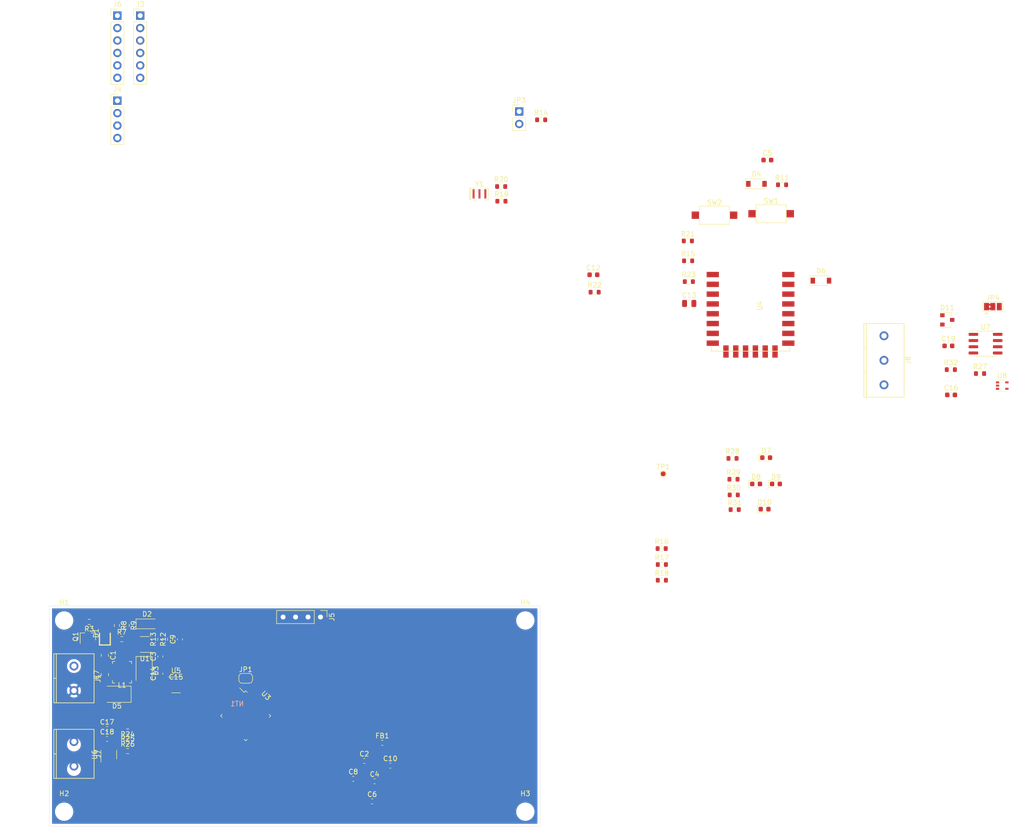
<source format=kicad_pcb>
(kicad_pcb (version 20171130) (host pcbnew 5.1.9)

  (general
    (thickness 1.6)
    (drawings 7)
    (tracks 0)
    (zones 0)
    (modules 84)
    (nets 91)
  )

  (page A)
  (title_block
    (title CANalog)
    (company "Perry Leumas")
  )

  (layers
    (0 F.Cu signal)
    (31 B.Cu signal)
    (32 B.Adhes user)
    (33 F.Adhes user)
    (34 B.Paste user)
    (35 F.Paste user)
    (36 B.SilkS user)
    (37 F.SilkS user)
    (38 B.Mask user)
    (39 F.Mask user)
    (40 Dwgs.User user)
    (41 Cmts.User user)
    (42 Eco1.User user)
    (43 Eco2.User user)
    (44 Edge.Cuts user)
    (45 Margin user)
    (46 B.CrtYd user)
    (47 F.CrtYd user)
    (48 B.Fab user)
    (49 F.Fab user)
  )

  (setup
    (last_trace_width 0.25)
    (user_trace_width 0.3)
    (user_trace_width 0.5)
    (user_trace_width 1)
    (user_trace_width 1.2)
    (trace_clearance 0.2)
    (zone_clearance 0.508)
    (zone_45_only no)
    (trace_min 0.2)
    (via_size 0.8)
    (via_drill 0.4)
    (via_min_size 0.4)
    (via_min_drill 0.3)
    (uvia_size 0.3)
    (uvia_drill 0.1)
    (uvias_allowed no)
    (uvia_min_size 0.2)
    (uvia_min_drill 0.1)
    (edge_width 0.05)
    (segment_width 0.2)
    (pcb_text_width 0.3)
    (pcb_text_size 1.5 1.5)
    (mod_edge_width 0.12)
    (mod_text_size 1 1)
    (mod_text_width 0.15)
    (pad_size 2 2)
    (pad_drill 1.1)
    (pad_to_mask_clearance 0)
    (aux_axis_origin 126 139)
    (visible_elements FFFFFF7F)
    (pcbplotparams
      (layerselection 0x010fc_ffffffff)
      (usegerberextensions false)
      (usegerberattributes true)
      (usegerberadvancedattributes true)
      (creategerberjobfile true)
      (excludeedgelayer true)
      (linewidth 0.100000)
      (plotframeref false)
      (viasonmask false)
      (mode 1)
      (useauxorigin true)
      (hpglpennumber 1)
      (hpglpenspeed 20)
      (hpglpendiameter 15.000000)
      (psnegative false)
      (psa4output false)
      (plotreference true)
      (plotvalue true)
      (plotinvisibletext false)
      (padsonsilk false)
      (subtractmaskfromsilk false)
      (outputformat 1)
      (mirror false)
      (drillshape 0)
      (scaleselection 1)
      (outputdirectory "gerber/"))
  )

  (net 0 "")
  (net 1 GND)
  (net 2 /Vin)
  (net 3 +BATT)
  (net 4 "Net-(C3-Pad2)")
  (net 5 "Net-(C3-Pad1)")
  (net 6 +3V3)
  (net 7 ESP_RESET)
  (net 8 /5V5)
  (net 9 "Net-(C9-Pad2)")
  (net 10 GNDA)
  (net 11 VDDA)
  (net 12 +5V)
  (net 13 STM_RESET)
  (net 14 /OA_PWR)
  (net 15 "Net-(D1-Pad2)")
  (net 16 "Net-(D2-Pad1)")
  (net 17 /RXD)
  (net 18 "Net-(D6-Pad1)")
  (net 19 CAN_LED)
  (net 20 "Net-(D7-Pad1)")
  (net 21 SPI_LED)
  (net 22 "Net-(D8-Pad1)")
  (net 23 ERROR_LED)
  (net 24 "Net-(D9-Pad1)")
  (net 25 "Net-(D10-Pad1)")
  (net 26 /CANL)
  (net 27 /CANH)
  (net 28 "Net-(J1-Pad1)")
  (net 29 /SPI3_MOSI)
  (net 30 /SPI3_MISO)
  (net 31 /SPI3_SCK)
  (net 32 /SPI3_CS)
  (net 33 /I2C_SDA)
  (net 34 /I2C_SCL)
  (net 35 /SWCLK)
  (net 36 /SWDIO)
  (net 37 /TXD)
  (net 38 /BOOT0)
  (net 39 "Net-(JP3-Pad1)")
  (net 40 USB_DP)
  (net 41 USB_DM)
  (net 42 "Net-(R8-Pad1)")
  (net 43 GPIO2)
  (net 44 V_B2)
  (net 45 V_B1)
  (net 46 V_B0)
  (net 47 "Net-(R19-Pad2)")
  (net 48 /XIN)
  (net 49 "Net-(R20-Pad2)")
  (net 50 /XOUT)
  (net 51 CH_PD)
  (net 52 STM_CS)
  (net 53 "Net-(R24-Pad2)")
  (net 54 "Net-(R24-Pad1)")
  (net 55 CAN_RS)
  (net 56 "Net-(R27-Pad1)")
  (net 57 GPIO0)
  (net 58 "Net-(R32-Pad2)")
  (net 59 /PA3)
  (net 60 CAN_TX)
  (net 61 CAN_RX)
  (net 62 CAN_TERM)
  (net 63 MOSI)
  (net 64 MISO)
  (net 65 SCLK)
  (net 66 STM_RDY)
  (net 67 DAC)
  (net 68 "Net-(J5-Pad1)")
  (net 69 "Net-(J6-Pad5)")
  (net 70 "Net-(J6-Pad4)")
  (net 71 "Net-(J6-Pad1)")
  (net 72 "Net-(U3-Pad29)")
  (net 73 "Net-(U3-Pad21)")
  (net 74 "Net-(U3-Pad17)")
  (net 75 "Net-(U3-Pad16)")
  (net 76 "Net-(U3-Pad15)")
  (net 77 "Net-(U3-Pad4)")
  (net 78 "Net-(U3-Pad3)")
  (net 79 "Net-(U3-Pad2)")
  (net 80 "Net-(U4-Pad22)")
  (net 81 "Net-(U4-Pad21)")
  (net 82 "Net-(U4-Pad20)")
  (net 83 "Net-(U4-Pad19)")
  (net 84 "Net-(U4-Pad18)")
  (net 85 "Net-(U4-Pad17)")
  (net 86 "Net-(U4-Pad4)")
  (net 87 "Net-(U4-Pad2)")
  (net 88 "Net-(U5-Pad4)")
  (net 89 "Net-(U7-Pad5)")
  (net 90 "Net-(J7-Pad1)")

  (net_class Default "This is the default net class."
    (clearance 0.2)
    (trace_width 0.25)
    (via_dia 0.8)
    (via_drill 0.4)
    (uvia_dia 0.3)
    (uvia_drill 0.1)
    (add_net +3V3)
    (add_net +5V)
    (add_net +BATT)
    (add_net /5V5)
    (add_net /BOOT0)
    (add_net /CANH)
    (add_net /CANL)
    (add_net /I2C_SCL)
    (add_net /I2C_SDA)
    (add_net /OA_PWR)
    (add_net /PA3)
    (add_net /RXD)
    (add_net /SPI3_CS)
    (add_net /SPI3_MISO)
    (add_net /SPI3_MOSI)
    (add_net /SPI3_SCK)
    (add_net /SWCLK)
    (add_net /SWDIO)
    (add_net /TXD)
    (add_net /Vin)
    (add_net /XIN)
    (add_net /XOUT)
    (add_net CAN_LED)
    (add_net CAN_RS)
    (add_net CAN_RX)
    (add_net CAN_TERM)
    (add_net CAN_TX)
    (add_net CH_PD)
    (add_net DAC)
    (add_net ERROR_LED)
    (add_net ESP_RESET)
    (add_net GND)
    (add_net GNDA)
    (add_net GPIO0)
    (add_net GPIO2)
    (add_net MISO)
    (add_net MOSI)
    (add_net "Net-(C3-Pad1)")
    (add_net "Net-(C3-Pad2)")
    (add_net "Net-(C9-Pad2)")
    (add_net "Net-(D1-Pad2)")
    (add_net "Net-(D10-Pad1)")
    (add_net "Net-(D2-Pad1)")
    (add_net "Net-(D6-Pad1)")
    (add_net "Net-(D7-Pad1)")
    (add_net "Net-(D8-Pad1)")
    (add_net "Net-(D9-Pad1)")
    (add_net "Net-(J1-Pad1)")
    (add_net "Net-(J5-Pad1)")
    (add_net "Net-(J6-Pad1)")
    (add_net "Net-(J6-Pad4)")
    (add_net "Net-(J6-Pad5)")
    (add_net "Net-(J7-Pad1)")
    (add_net "Net-(JP3-Pad1)")
    (add_net "Net-(R19-Pad2)")
    (add_net "Net-(R20-Pad2)")
    (add_net "Net-(R24-Pad1)")
    (add_net "Net-(R24-Pad2)")
    (add_net "Net-(R27-Pad1)")
    (add_net "Net-(R32-Pad2)")
    (add_net "Net-(R8-Pad1)")
    (add_net "Net-(U3-Pad15)")
    (add_net "Net-(U3-Pad16)")
    (add_net "Net-(U3-Pad17)")
    (add_net "Net-(U3-Pad2)")
    (add_net "Net-(U3-Pad21)")
    (add_net "Net-(U3-Pad29)")
    (add_net "Net-(U3-Pad3)")
    (add_net "Net-(U3-Pad4)")
    (add_net "Net-(U4-Pad17)")
    (add_net "Net-(U4-Pad18)")
    (add_net "Net-(U4-Pad19)")
    (add_net "Net-(U4-Pad2)")
    (add_net "Net-(U4-Pad20)")
    (add_net "Net-(U4-Pad21)")
    (add_net "Net-(U4-Pad22)")
    (add_net "Net-(U4-Pad4)")
    (add_net "Net-(U5-Pad4)")
    (add_net "Net-(U7-Pad5)")
    (add_net SCLK)
    (add_net SPI_LED)
    (add_net STM_CS)
    (add_net STM_RDY)
    (add_net STM_RESET)
    (add_net USB_DM)
    (add_net USB_DP)
    (add_net VDDA)
    (add_net V_B0)
    (add_net V_B1)
    (add_net V_B2)
  )

  (module NetTie:NetTie-2_SMD_Pad0.5mm (layer B.Cu) (tedit 5A1CF6D3) (tstamp 6064EC0F)
    (at 63.25 161.2 180)
    (descr "Net tie, 2 pin, 0.5mm square SMD pads")
    (tags "net tie")
    (path /606F5FFD)
    (attr virtual)
    (fp_text reference NT1 (at 0 1.2 180) (layer B.SilkS)
      (effects (font (size 1 1) (thickness 0.15)) (justify mirror))
    )
    (fp_text value Net-Tie_2 (at 0 -1.2 180) (layer B.Fab)
      (effects (font (size 1 1) (thickness 0.15)) (justify mirror))
    )
    (fp_poly (pts (xy -0.5 0.25) (xy 0.5 0.25) (xy 0.5 -0.25) (xy -0.5 -0.25)) (layer B.Cu) (width 0))
    (fp_line (start 1 0.5) (end -1 0.5) (layer B.CrtYd) (width 0.05))
    (fp_line (start 1 -0.5) (end 1 0.5) (layer B.CrtYd) (width 0.05))
    (fp_line (start -1 -0.5) (end 1 -0.5) (layer B.CrtYd) (width 0.05))
    (fp_line (start -1 0.5) (end -1 -0.5) (layer B.CrtYd) (width 0.05))
    (pad 2 smd circle (at 0.5 0 180) (size 0.5 0.5) (layers B.Cu)
      (net 10 GNDA))
    (pad 1 smd circle (at -0.5 0 180) (size 0.5 0.5) (layers B.Cu)
      (net 1 GND))
  )

  (module Capacitor_SMD:C_0603_1608Metric (layer F.Cu) (tedit 5F68FEEE) (tstamp 6063FCB0)
    (at 208.225 87)
    (descr "Capacitor SMD 0603 (1608 Metric), square (rectangular) end terminal, IPC_7351 nominal, (Body size source: IPC-SM-782 page 76, https://www.pcb-3d.com/wordpress/wp-content/uploads/ipc-sm-782a_amendment_1_and_2.pdf), generated with kicad-footprint-generator")
    (tags capacitor)
    (path /616070FD)
    (attr smd)
    (fp_text reference C19 (at 0 -1.43) (layer F.SilkS)
      (effects (font (size 1 1) (thickness 0.15)))
    )
    (fp_text value 100nF (at 0 1.43) (layer F.Fab)
      (effects (font (size 1 1) (thickness 0.15)))
    )
    (fp_line (start -0.8 0.4) (end -0.8 -0.4) (layer F.Fab) (width 0.1))
    (fp_line (start -0.8 -0.4) (end 0.8 -0.4) (layer F.Fab) (width 0.1))
    (fp_line (start 0.8 -0.4) (end 0.8 0.4) (layer F.Fab) (width 0.1))
    (fp_line (start 0.8 0.4) (end -0.8 0.4) (layer F.Fab) (width 0.1))
    (fp_line (start -0.14058 -0.51) (end 0.14058 -0.51) (layer F.SilkS) (width 0.12))
    (fp_line (start -0.14058 0.51) (end 0.14058 0.51) (layer F.SilkS) (width 0.12))
    (fp_line (start -1.48 0.73) (end -1.48 -0.73) (layer F.CrtYd) (width 0.05))
    (fp_line (start -1.48 -0.73) (end 1.48 -0.73) (layer F.CrtYd) (width 0.05))
    (fp_line (start 1.48 -0.73) (end 1.48 0.73) (layer F.CrtYd) (width 0.05))
    (fp_line (start 1.48 0.73) (end -1.48 0.73) (layer F.CrtYd) (width 0.05))
    (fp_text user %R (at 0 0) (layer F.Fab)
      (effects (font (size 0.4 0.4) (thickness 0.06)))
    )
    (pad 2 smd roundrect (at 0.775 0) (size 0.9 0.95) (layers F.Cu F.Paste F.Mask) (roundrect_rratio 0.25)
      (net 12 +5V))
    (pad 1 smd roundrect (at -0.775 0) (size 0.9 0.95) (layers F.Cu F.Paste F.Mask) (roundrect_rratio 0.25)
      (net 1 GND))
    (model ${KISYS3DMOD}/Capacitor_SMD.3dshapes/C_0603_1608Metric.wrl
      (at (xyz 0 0 0))
      (scale (xyz 1 1 1))
      (rotate (xyz 0 0 0))
    )
  )

  (module Capacitor_SMD:C_0603_1608Metric (layer F.Cu) (tedit 5F68FEEE) (tstamp 6063FC9F)
    (at 36.75 167.15)
    (descr "Capacitor SMD 0603 (1608 Metric), square (rectangular) end terminal, IPC_7351 nominal, (Body size source: IPC-SM-782 page 76, https://www.pcb-3d.com/wordpress/wp-content/uploads/ipc-sm-782a_amendment_1_and_2.pdf), generated with kicad-footprint-generator")
    (tags capacitor)
    (path /613BF0A2)
    (attr smd)
    (fp_text reference C18 (at 0 -1.43) (layer F.SilkS)
      (effects (font (size 1 1) (thickness 0.15)))
    )
    (fp_text value 1uF (at 0 1.43) (layer F.Fab)
      (effects (font (size 1 1) (thickness 0.15)))
    )
    (fp_line (start -0.8 0.4) (end -0.8 -0.4) (layer F.Fab) (width 0.1))
    (fp_line (start -0.8 -0.4) (end 0.8 -0.4) (layer F.Fab) (width 0.1))
    (fp_line (start 0.8 -0.4) (end 0.8 0.4) (layer F.Fab) (width 0.1))
    (fp_line (start 0.8 0.4) (end -0.8 0.4) (layer F.Fab) (width 0.1))
    (fp_line (start -0.14058 -0.51) (end 0.14058 -0.51) (layer F.SilkS) (width 0.12))
    (fp_line (start -0.14058 0.51) (end 0.14058 0.51) (layer F.SilkS) (width 0.12))
    (fp_line (start -1.48 0.73) (end -1.48 -0.73) (layer F.CrtYd) (width 0.05))
    (fp_line (start -1.48 -0.73) (end 1.48 -0.73) (layer F.CrtYd) (width 0.05))
    (fp_line (start 1.48 -0.73) (end 1.48 0.73) (layer F.CrtYd) (width 0.05))
    (fp_line (start 1.48 0.73) (end -1.48 0.73) (layer F.CrtYd) (width 0.05))
    (fp_text user %R (at 0 0) (layer F.Fab)
      (effects (font (size 0.4 0.4) (thickness 0.06)))
    )
    (pad 2 smd roundrect (at 0.775 0) (size 0.9 0.95) (layers F.Cu F.Paste F.Mask) (roundrect_rratio 0.25)
      (net 10 GNDA))
    (pad 1 smd roundrect (at -0.775 0) (size 0.9 0.95) (layers F.Cu F.Paste F.Mask) (roundrect_rratio 0.25)
      (net 12 +5V))
    (model ${KISYS3DMOD}/Capacitor_SMD.3dshapes/C_0603_1608Metric.wrl
      (at (xyz 0 0 0))
      (scale (xyz 1 1 1))
      (rotate (xyz 0 0 0))
    )
  )

  (module Capacitor_SMD:C_0603_1608Metric (layer F.Cu) (tedit 5F68FEEE) (tstamp 6063FC8E)
    (at 36.75 165.15)
    (descr "Capacitor SMD 0603 (1608 Metric), square (rectangular) end terminal, IPC_7351 nominal, (Body size source: IPC-SM-782 page 76, https://www.pcb-3d.com/wordpress/wp-content/uploads/ipc-sm-782a_amendment_1_and_2.pdf), generated with kicad-footprint-generator")
    (tags capacitor)
    (path /6139E330)
    (attr smd)
    (fp_text reference C17 (at 0 -1.43) (layer F.SilkS)
      (effects (font (size 1 1) (thickness 0.15)))
    )
    (fp_text value 100nF (at 0 1.43) (layer F.Fab)
      (effects (font (size 1 1) (thickness 0.15)))
    )
    (fp_line (start -0.8 0.4) (end -0.8 -0.4) (layer F.Fab) (width 0.1))
    (fp_line (start -0.8 -0.4) (end 0.8 -0.4) (layer F.Fab) (width 0.1))
    (fp_line (start 0.8 -0.4) (end 0.8 0.4) (layer F.Fab) (width 0.1))
    (fp_line (start 0.8 0.4) (end -0.8 0.4) (layer F.Fab) (width 0.1))
    (fp_line (start -0.14058 -0.51) (end 0.14058 -0.51) (layer F.SilkS) (width 0.12))
    (fp_line (start -0.14058 0.51) (end 0.14058 0.51) (layer F.SilkS) (width 0.12))
    (fp_line (start -1.48 0.73) (end -1.48 -0.73) (layer F.CrtYd) (width 0.05))
    (fp_line (start -1.48 -0.73) (end 1.48 -0.73) (layer F.CrtYd) (width 0.05))
    (fp_line (start 1.48 -0.73) (end 1.48 0.73) (layer F.CrtYd) (width 0.05))
    (fp_line (start 1.48 0.73) (end -1.48 0.73) (layer F.CrtYd) (width 0.05))
    (fp_text user %R (at 0 0) (layer F.Fab)
      (effects (font (size 0.4 0.4) (thickness 0.06)))
    )
    (pad 2 smd roundrect (at 0.775 0) (size 0.9 0.95) (layers F.Cu F.Paste F.Mask) (roundrect_rratio 0.25)
      (net 10 GNDA))
    (pad 1 smd roundrect (at -0.775 0) (size 0.9 0.95) (layers F.Cu F.Paste F.Mask) (roundrect_rratio 0.25)
      (net 12 +5V))
    (model ${KISYS3DMOD}/Capacitor_SMD.3dshapes/C_0603_1608Metric.wrl
      (at (xyz 0 0 0))
      (scale (xyz 1 1 1))
      (rotate (xyz 0 0 0))
    )
  )

  (module Capacitor_SMD:C_0603_1608Metric (layer F.Cu) (tedit 5F68FEEE) (tstamp 606E51AB)
    (at 208.775 97)
    (descr "Capacitor SMD 0603 (1608 Metric), square (rectangular) end terminal, IPC_7351 nominal, (Body size source: IPC-SM-782 page 76, https://www.pcb-3d.com/wordpress/wp-content/uploads/ipc-sm-782a_amendment_1_and_2.pdf), generated with kicad-footprint-generator")
    (tags capacitor)
    (path /600F3B45)
    (attr smd)
    (fp_text reference C16 (at 0 -1.43) (layer F.SilkS)
      (effects (font (size 1 1) (thickness 0.15)))
    )
    (fp_text value 100nF (at 0 1.43) (layer F.Fab)
      (effects (font (size 1 1) (thickness 0.15)))
    )
    (fp_line (start -0.8 0.4) (end -0.8 -0.4) (layer F.Fab) (width 0.1))
    (fp_line (start -0.8 -0.4) (end 0.8 -0.4) (layer F.Fab) (width 0.1))
    (fp_line (start 0.8 -0.4) (end 0.8 0.4) (layer F.Fab) (width 0.1))
    (fp_line (start 0.8 0.4) (end -0.8 0.4) (layer F.Fab) (width 0.1))
    (fp_line (start -0.14058 -0.51) (end 0.14058 -0.51) (layer F.SilkS) (width 0.12))
    (fp_line (start -0.14058 0.51) (end 0.14058 0.51) (layer F.SilkS) (width 0.12))
    (fp_line (start -1.48 0.73) (end -1.48 -0.73) (layer F.CrtYd) (width 0.05))
    (fp_line (start -1.48 -0.73) (end 1.48 -0.73) (layer F.CrtYd) (width 0.05))
    (fp_line (start 1.48 -0.73) (end 1.48 0.73) (layer F.CrtYd) (width 0.05))
    (fp_line (start 1.48 0.73) (end -1.48 0.73) (layer F.CrtYd) (width 0.05))
    (fp_text user %R (at 0 0) (layer F.Fab)
      (effects (font (size 0.4 0.4) (thickness 0.06)))
    )
    (pad 2 smd roundrect (at 0.775 0) (size 0.9 0.95) (layers F.Cu F.Paste F.Mask) (roundrect_rratio 0.25)
      (net 14 /OA_PWR))
    (pad 1 smd roundrect (at -0.775 0) (size 0.9 0.95) (layers F.Cu F.Paste F.Mask) (roundrect_rratio 0.25)
      (net 1 GND))
    (model ${KISYS3DMOD}/Capacitor_SMD.3dshapes/C_0603_1608Metric.wrl
      (at (xyz 0 0 0))
      (scale (xyz 1 1 1))
      (rotate (xyz 0 0 0))
    )
  )

  (module Capacitor_SMD:C_0603_1608Metric (layer F.Cu) (tedit 5F68FEEE) (tstamp 6063FC6C)
    (at 50.8 153.1 180)
    (descr "Capacitor SMD 0603 (1608 Metric), square (rectangular) end terminal, IPC_7351 nominal, (Body size source: IPC-SM-782 page 76, https://www.pcb-3d.com/wordpress/wp-content/uploads/ipc-sm-782a_amendment_1_and_2.pdf), generated with kicad-footprint-generator")
    (tags capacitor)
    (path /60FAB65B)
    (attr smd)
    (fp_text reference C15 (at 0 -1.43) (layer F.SilkS)
      (effects (font (size 1 1) (thickness 0.15)))
    )
    (fp_text value 1uF (at 0 1.43) (layer F.Fab)
      (effects (font (size 1 1) (thickness 0.15)))
    )
    (fp_line (start -0.8 0.4) (end -0.8 -0.4) (layer F.Fab) (width 0.1))
    (fp_line (start -0.8 -0.4) (end 0.8 -0.4) (layer F.Fab) (width 0.1))
    (fp_line (start 0.8 -0.4) (end 0.8 0.4) (layer F.Fab) (width 0.1))
    (fp_line (start 0.8 0.4) (end -0.8 0.4) (layer F.Fab) (width 0.1))
    (fp_line (start -0.14058 -0.51) (end 0.14058 -0.51) (layer F.SilkS) (width 0.12))
    (fp_line (start -0.14058 0.51) (end 0.14058 0.51) (layer F.SilkS) (width 0.12))
    (fp_line (start -1.48 0.73) (end -1.48 -0.73) (layer F.CrtYd) (width 0.05))
    (fp_line (start -1.48 -0.73) (end 1.48 -0.73) (layer F.CrtYd) (width 0.05))
    (fp_line (start 1.48 -0.73) (end 1.48 0.73) (layer F.CrtYd) (width 0.05))
    (fp_line (start 1.48 0.73) (end -1.48 0.73) (layer F.CrtYd) (width 0.05))
    (fp_text user %R (at 0 0) (layer F.Fab)
      (effects (font (size 0.4 0.4) (thickness 0.06)))
    )
    (pad 2 smd roundrect (at 0.775 0 180) (size 0.9 0.95) (layers F.Cu F.Paste F.Mask) (roundrect_rratio 0.25)
      (net 1 GND))
    (pad 1 smd roundrect (at -0.775 0 180) (size 0.9 0.95) (layers F.Cu F.Paste F.Mask) (roundrect_rratio 0.25)
      (net 6 +3V3))
    (model ${KISYS3DMOD}/Capacitor_SMD.3dshapes/C_0603_1608Metric.wrl
      (at (xyz 0 0 0))
      (scale (xyz 1 1 1))
      (rotate (xyz 0 0 0))
    )
  )

  (module Capacitor_SMD:C_0603_1608Metric (layer F.Cu) (tedit 5F68FEEE) (tstamp 6063FC5B)
    (at 47.6 153.85 90)
    (descr "Capacitor SMD 0603 (1608 Metric), square (rectangular) end terminal, IPC_7351 nominal, (Body size source: IPC-SM-782 page 76, https://www.pcb-3d.com/wordpress/wp-content/uploads/ipc-sm-782a_amendment_1_and_2.pdf), generated with kicad-footprint-generator")
    (tags capacitor)
    (path /60FAAE32)
    (attr smd)
    (fp_text reference C14 (at 0 -1.43 90) (layer F.SilkS)
      (effects (font (size 1 1) (thickness 0.15)))
    )
    (fp_text value 1uF (at 0 1.43 90) (layer F.Fab)
      (effects (font (size 1 1) (thickness 0.15)))
    )
    (fp_line (start -0.8 0.4) (end -0.8 -0.4) (layer F.Fab) (width 0.1))
    (fp_line (start -0.8 -0.4) (end 0.8 -0.4) (layer F.Fab) (width 0.1))
    (fp_line (start 0.8 -0.4) (end 0.8 0.4) (layer F.Fab) (width 0.1))
    (fp_line (start 0.8 0.4) (end -0.8 0.4) (layer F.Fab) (width 0.1))
    (fp_line (start -0.14058 -0.51) (end 0.14058 -0.51) (layer F.SilkS) (width 0.12))
    (fp_line (start -0.14058 0.51) (end 0.14058 0.51) (layer F.SilkS) (width 0.12))
    (fp_line (start -1.48 0.73) (end -1.48 -0.73) (layer F.CrtYd) (width 0.05))
    (fp_line (start -1.48 -0.73) (end 1.48 -0.73) (layer F.CrtYd) (width 0.05))
    (fp_line (start 1.48 -0.73) (end 1.48 0.73) (layer F.CrtYd) (width 0.05))
    (fp_line (start 1.48 0.73) (end -1.48 0.73) (layer F.CrtYd) (width 0.05))
    (fp_text user %R (at 0 0 90) (layer F.Fab)
      (effects (font (size 0.4 0.4) (thickness 0.06)))
    )
    (pad 2 smd roundrect (at 0.775 0 90) (size 0.9 0.95) (layers F.Cu F.Paste F.Mask) (roundrect_rratio 0.25)
      (net 1 GND))
    (pad 1 smd roundrect (at -0.775 0 90) (size 0.9 0.95) (layers F.Cu F.Paste F.Mask) (roundrect_rratio 0.25)
      (net 12 +5V))
    (model ${KISYS3DMOD}/Capacitor_SMD.3dshapes/C_0603_1608Metric.wrl
      (at (xyz 0 0 0))
      (scale (xyz 1 1 1))
      (rotate (xyz 0 0 0))
    )
  )

  (module Capacitor_SMD:C_0805_2012Metric (layer F.Cu) (tedit 5F68FEEE) (tstamp 6063FC4A)
    (at 155.4 78.35)
    (descr "Capacitor SMD 0805 (2012 Metric), square (rectangular) end terminal, IPC_7351 nominal, (Body size source: IPC-SM-782 page 76, https://www.pcb-3d.com/wordpress/wp-content/uploads/ipc-sm-782a_amendment_1_and_2.pdf, https://docs.google.com/spreadsheets/d/1BsfQQcO9C6DZCsRaXUlFlo91Tg2WpOkGARC1WS5S8t0/edit?usp=sharing), generated with kicad-footprint-generator")
    (tags capacitor)
    (path /604043ED)
    (attr smd)
    (fp_text reference C13 (at 0 -1.68) (layer F.SilkS)
      (effects (font (size 1 1) (thickness 0.15)))
    )
    (fp_text value 10uF (at 0 1.68) (layer F.Fab)
      (effects (font (size 1 1) (thickness 0.15)))
    )
    (fp_line (start -1 0.625) (end -1 -0.625) (layer F.Fab) (width 0.1))
    (fp_line (start -1 -0.625) (end 1 -0.625) (layer F.Fab) (width 0.1))
    (fp_line (start 1 -0.625) (end 1 0.625) (layer F.Fab) (width 0.1))
    (fp_line (start 1 0.625) (end -1 0.625) (layer F.Fab) (width 0.1))
    (fp_line (start -0.261252 -0.735) (end 0.261252 -0.735) (layer F.SilkS) (width 0.12))
    (fp_line (start -0.261252 0.735) (end 0.261252 0.735) (layer F.SilkS) (width 0.12))
    (fp_line (start -1.7 0.98) (end -1.7 -0.98) (layer F.CrtYd) (width 0.05))
    (fp_line (start -1.7 -0.98) (end 1.7 -0.98) (layer F.CrtYd) (width 0.05))
    (fp_line (start 1.7 -0.98) (end 1.7 0.98) (layer F.CrtYd) (width 0.05))
    (fp_line (start 1.7 0.98) (end -1.7 0.98) (layer F.CrtYd) (width 0.05))
    (fp_text user %R (at 0 0) (layer F.Fab)
      (effects (font (size 0.5 0.5) (thickness 0.08)))
    )
    (pad 2 smd roundrect (at 0.95 0) (size 1 1.45) (layers F.Cu F.Paste F.Mask) (roundrect_rratio 0.25)
      (net 1 GND))
    (pad 1 smd roundrect (at -0.95 0) (size 1 1.45) (layers F.Cu F.Paste F.Mask) (roundrect_rratio 0.25)
      (net 6 +3V3))
    (model ${KISYS3DMOD}/Capacitor_SMD.3dshapes/C_0805_2012Metric.wrl
      (at (xyz 0 0 0))
      (scale (xyz 1 1 1))
      (rotate (xyz 0 0 0))
    )
  )

  (module Capacitor_SMD:C_0603_1608Metric (layer F.Cu) (tedit 5F68FEEE) (tstamp 6063FC39)
    (at 135.875 72.5)
    (descr "Capacitor SMD 0603 (1608 Metric), square (rectangular) end terminal, IPC_7351 nominal, (Body size source: IPC-SM-782 page 76, https://www.pcb-3d.com/wordpress/wp-content/uploads/ipc-sm-782a_amendment_1_and_2.pdf), generated with kicad-footprint-generator")
    (tags capacitor)
    (path /614A8010)
    (attr smd)
    (fp_text reference C12 (at 0 -1.43) (layer F.SilkS)
      (effects (font (size 1 1) (thickness 0.15)))
    )
    (fp_text value 100nF (at 0 1.43) (layer F.Fab)
      (effects (font (size 1 1) (thickness 0.15)))
    )
    (fp_line (start -0.8 0.4) (end -0.8 -0.4) (layer F.Fab) (width 0.1))
    (fp_line (start -0.8 -0.4) (end 0.8 -0.4) (layer F.Fab) (width 0.1))
    (fp_line (start 0.8 -0.4) (end 0.8 0.4) (layer F.Fab) (width 0.1))
    (fp_line (start 0.8 0.4) (end -0.8 0.4) (layer F.Fab) (width 0.1))
    (fp_line (start -0.14058 -0.51) (end 0.14058 -0.51) (layer F.SilkS) (width 0.12))
    (fp_line (start -0.14058 0.51) (end 0.14058 0.51) (layer F.SilkS) (width 0.12))
    (fp_line (start -1.48 0.73) (end -1.48 -0.73) (layer F.CrtYd) (width 0.05))
    (fp_line (start -1.48 -0.73) (end 1.48 -0.73) (layer F.CrtYd) (width 0.05))
    (fp_line (start 1.48 -0.73) (end 1.48 0.73) (layer F.CrtYd) (width 0.05))
    (fp_line (start 1.48 0.73) (end -1.48 0.73) (layer F.CrtYd) (width 0.05))
    (fp_text user %R (at 0 0) (layer F.Fab)
      (effects (font (size 0.4 0.4) (thickness 0.06)))
    )
    (pad 2 smd roundrect (at 0.775 0) (size 0.9 0.95) (layers F.Cu F.Paste F.Mask) (roundrect_rratio 0.25)
      (net 13 STM_RESET))
    (pad 1 smd roundrect (at -0.775 0) (size 0.9 0.95) (layers F.Cu F.Paste F.Mask) (roundrect_rratio 0.25)
      (net 1 GND))
    (model ${KISYS3DMOD}/Capacitor_SMD.3dshapes/C_0603_1608Metric.wrl
      (at (xyz 0 0 0))
      (scale (xyz 1 1 1))
      (rotate (xyz 0 0 0))
    )
  )

  (module Capacitor_SMD:C_0603_1608Metric (layer F.Cu) (tedit 5F68FEEE) (tstamp 6063FC17)
    (at 94.475 172.6)
    (descr "Capacitor SMD 0603 (1608 Metric), square (rectangular) end terminal, IPC_7351 nominal, (Body size source: IPC-SM-782 page 76, https://www.pcb-3d.com/wordpress/wp-content/uploads/ipc-sm-782a_amendment_1_and_2.pdf), generated with kicad-footprint-generator")
    (tags capacitor)
    (path /61099527)
    (attr smd)
    (fp_text reference C10 (at 0 -1.43) (layer F.SilkS)
      (effects (font (size 1 1) (thickness 0.15)))
    )
    (fp_text value 100nF (at 0 1.43) (layer F.Fab)
      (effects (font (size 1 1) (thickness 0.15)))
    )
    (fp_line (start -0.8 0.4) (end -0.8 -0.4) (layer F.Fab) (width 0.1))
    (fp_line (start -0.8 -0.4) (end 0.8 -0.4) (layer F.Fab) (width 0.1))
    (fp_line (start 0.8 -0.4) (end 0.8 0.4) (layer F.Fab) (width 0.1))
    (fp_line (start 0.8 0.4) (end -0.8 0.4) (layer F.Fab) (width 0.1))
    (fp_line (start -0.14058 -0.51) (end 0.14058 -0.51) (layer F.SilkS) (width 0.12))
    (fp_line (start -0.14058 0.51) (end 0.14058 0.51) (layer F.SilkS) (width 0.12))
    (fp_line (start -1.48 0.73) (end -1.48 -0.73) (layer F.CrtYd) (width 0.05))
    (fp_line (start -1.48 -0.73) (end 1.48 -0.73) (layer F.CrtYd) (width 0.05))
    (fp_line (start 1.48 -0.73) (end 1.48 0.73) (layer F.CrtYd) (width 0.05))
    (fp_line (start 1.48 0.73) (end -1.48 0.73) (layer F.CrtYd) (width 0.05))
    (fp_text user %R (at 0 0) (layer F.Fab)
      (effects (font (size 0.4 0.4) (thickness 0.06)))
    )
    (pad 2 smd roundrect (at 0.775 0) (size 0.9 0.95) (layers F.Cu F.Paste F.Mask) (roundrect_rratio 0.25)
      (net 10 GNDA))
    (pad 1 smd roundrect (at -0.775 0) (size 0.9 0.95) (layers F.Cu F.Paste F.Mask) (roundrect_rratio 0.25)
      (net 11 VDDA))
    (model ${KISYS3DMOD}/Capacitor_SMD.3dshapes/C_0603_1608Metric.wrl
      (at (xyz 0 0 0))
      (scale (xyz 1 1 1))
      (rotate (xyz 0 0 0))
    )
  )

  (module Capacitor_SMD:C_0603_1608Metric (layer F.Cu) (tedit 5F68FEEE) (tstamp 6063FC06)
    (at 51.6 146.85 90)
    (descr "Capacitor SMD 0603 (1608 Metric), square (rectangular) end terminal, IPC_7351 nominal, (Body size source: IPC-SM-782 page 76, https://www.pcb-3d.com/wordpress/wp-content/uploads/ipc-sm-782a_amendment_1_and_2.pdf), generated with kicad-footprint-generator")
    (tags capacitor)
    (path /61AB57E6)
    (attr smd)
    (fp_text reference C9 (at 0 -1.43 90) (layer F.SilkS)
      (effects (font (size 1 1) (thickness 0.15)))
    )
    (fp_text value 33pF (at 0 1.43 90) (layer F.Fab)
      (effects (font (size 1 1) (thickness 0.15)))
    )
    (fp_line (start -0.8 0.4) (end -0.8 -0.4) (layer F.Fab) (width 0.1))
    (fp_line (start -0.8 -0.4) (end 0.8 -0.4) (layer F.Fab) (width 0.1))
    (fp_line (start 0.8 -0.4) (end 0.8 0.4) (layer F.Fab) (width 0.1))
    (fp_line (start 0.8 0.4) (end -0.8 0.4) (layer F.Fab) (width 0.1))
    (fp_line (start -0.14058 -0.51) (end 0.14058 -0.51) (layer F.SilkS) (width 0.12))
    (fp_line (start -0.14058 0.51) (end 0.14058 0.51) (layer F.SilkS) (width 0.12))
    (fp_line (start -1.48 0.73) (end -1.48 -0.73) (layer F.CrtYd) (width 0.05))
    (fp_line (start -1.48 -0.73) (end 1.48 -0.73) (layer F.CrtYd) (width 0.05))
    (fp_line (start 1.48 -0.73) (end 1.48 0.73) (layer F.CrtYd) (width 0.05))
    (fp_line (start 1.48 0.73) (end -1.48 0.73) (layer F.CrtYd) (width 0.05))
    (fp_text user %R (at 0 0 90) (layer F.Fab)
      (effects (font (size 0.4 0.4) (thickness 0.06)))
    )
    (pad 2 smd roundrect (at 0.775 0 90) (size 0.9 0.95) (layers F.Cu F.Paste F.Mask) (roundrect_rratio 0.25)
      (net 9 "Net-(C9-Pad2)"))
    (pad 1 smd roundrect (at -0.775 0 90) (size 0.9 0.95) (layers F.Cu F.Paste F.Mask) (roundrect_rratio 0.25)
      (net 8 /5V5))
    (model ${KISYS3DMOD}/Capacitor_SMD.3dshapes/C_0603_1608Metric.wrl
      (at (xyz 0 0 0))
      (scale (xyz 1 1 1))
      (rotate (xyz 0 0 0))
    )
  )

  (module Capacitor_SMD:C_0603_1608Metric (layer F.Cu) (tedit 5F68FEEE) (tstamp 6063FBF5)
    (at 86.925 175.3)
    (descr "Capacitor SMD 0603 (1608 Metric), square (rectangular) end terminal, IPC_7351 nominal, (Body size source: IPC-SM-782 page 76, https://www.pcb-3d.com/wordpress/wp-content/uploads/ipc-sm-782a_amendment_1_and_2.pdf), generated with kicad-footprint-generator")
    (tags capacitor)
    (path /60F43D23)
    (attr smd)
    (fp_text reference C8 (at 0 -1.43) (layer F.SilkS)
      (effects (font (size 1 1) (thickness 0.15)))
    )
    (fp_text value 100nF (at 0 1.43) (layer F.Fab)
      (effects (font (size 1 1) (thickness 0.15)))
    )
    (fp_line (start -0.8 0.4) (end -0.8 -0.4) (layer F.Fab) (width 0.1))
    (fp_line (start -0.8 -0.4) (end 0.8 -0.4) (layer F.Fab) (width 0.1))
    (fp_line (start 0.8 -0.4) (end 0.8 0.4) (layer F.Fab) (width 0.1))
    (fp_line (start 0.8 0.4) (end -0.8 0.4) (layer F.Fab) (width 0.1))
    (fp_line (start -0.14058 -0.51) (end 0.14058 -0.51) (layer F.SilkS) (width 0.12))
    (fp_line (start -0.14058 0.51) (end 0.14058 0.51) (layer F.SilkS) (width 0.12))
    (fp_line (start -1.48 0.73) (end -1.48 -0.73) (layer F.CrtYd) (width 0.05))
    (fp_line (start -1.48 -0.73) (end 1.48 -0.73) (layer F.CrtYd) (width 0.05))
    (fp_line (start 1.48 -0.73) (end 1.48 0.73) (layer F.CrtYd) (width 0.05))
    (fp_line (start 1.48 0.73) (end -1.48 0.73) (layer F.CrtYd) (width 0.05))
    (fp_text user %R (at 0 0) (layer F.Fab)
      (effects (font (size 0.4 0.4) (thickness 0.06)))
    )
    (pad 2 smd roundrect (at 0.775 0) (size 0.9 0.95) (layers F.Cu F.Paste F.Mask) (roundrect_rratio 0.25)
      (net 1 GND))
    (pad 1 smd roundrect (at -0.775 0) (size 0.9 0.95) (layers F.Cu F.Paste F.Mask) (roundrect_rratio 0.25)
      (net 6 +3V3))
    (model ${KISYS3DMOD}/Capacitor_SMD.3dshapes/C_0603_1608Metric.wrl
      (at (xyz 0 0 0))
      (scale (xyz 1 1 1))
      (rotate (xyz 0 0 0))
    )
  )

  (module Capacitor_SMD:C_0805_2012Metric (layer F.Cu) (tedit 5F68FEEE) (tstamp 6063FBE4)
    (at 36.3 154.05 90)
    (descr "Capacitor SMD 0805 (2012 Metric), square (rectangular) end terminal, IPC_7351 nominal, (Body size source: IPC-SM-782 page 76, https://www.pcb-3d.com/wordpress/wp-content/uploads/ipc-sm-782a_amendment_1_and_2.pdf, https://docs.google.com/spreadsheets/d/1BsfQQcO9C6DZCsRaXUlFlo91Tg2WpOkGARC1WS5S8t0/edit?usp=sharing), generated with kicad-footprint-generator")
    (tags capacitor)
    (path /61A70D2B)
    (attr smd)
    (fp_text reference C7 (at 0 -1.68 90) (layer F.SilkS)
      (effects (font (size 1 1) (thickness 0.15)))
    )
    (fp_text value 10uF (at 0 1.68 90) (layer F.Fab)
      (effects (font (size 1 1) (thickness 0.15)))
    )
    (fp_line (start -1 0.625) (end -1 -0.625) (layer F.Fab) (width 0.1))
    (fp_line (start -1 -0.625) (end 1 -0.625) (layer F.Fab) (width 0.1))
    (fp_line (start 1 -0.625) (end 1 0.625) (layer F.Fab) (width 0.1))
    (fp_line (start 1 0.625) (end -1 0.625) (layer F.Fab) (width 0.1))
    (fp_line (start -0.261252 -0.735) (end 0.261252 -0.735) (layer F.SilkS) (width 0.12))
    (fp_line (start -0.261252 0.735) (end 0.261252 0.735) (layer F.SilkS) (width 0.12))
    (fp_line (start -1.7 0.98) (end -1.7 -0.98) (layer F.CrtYd) (width 0.05))
    (fp_line (start -1.7 -0.98) (end 1.7 -0.98) (layer F.CrtYd) (width 0.05))
    (fp_line (start 1.7 -0.98) (end 1.7 0.98) (layer F.CrtYd) (width 0.05))
    (fp_line (start 1.7 0.98) (end -1.7 0.98) (layer F.CrtYd) (width 0.05))
    (fp_text user %R (at 0 0 90) (layer F.Fab)
      (effects (font (size 0.5 0.5) (thickness 0.08)))
    )
    (pad 2 smd roundrect (at 0.95 0 90) (size 1 1.45) (layers F.Cu F.Paste F.Mask) (roundrect_rratio 0.25)
      (net 1 GND))
    (pad 1 smd roundrect (at -0.95 0 90) (size 1 1.45) (layers F.Cu F.Paste F.Mask) (roundrect_rratio 0.25)
      (net 8 /5V5))
    (model ${KISYS3DMOD}/Capacitor_SMD.3dshapes/C_0805_2012Metric.wrl
      (at (xyz 0 0 0))
      (scale (xyz 1 1 1))
      (rotate (xyz 0 0 0))
    )
  )

  (module Capacitor_SMD:C_0603_1608Metric (layer F.Cu) (tedit 5F68FEEE) (tstamp 6063FBD3)
    (at 90.775 179.9)
    (descr "Capacitor SMD 0603 (1608 Metric), square (rectangular) end terminal, IPC_7351 nominal, (Body size source: IPC-SM-782 page 76, https://www.pcb-3d.com/wordpress/wp-content/uploads/ipc-sm-782a_amendment_1_and_2.pdf), generated with kicad-footprint-generator")
    (tags capacitor)
    (path /60F1E971)
    (attr smd)
    (fp_text reference C6 (at 0 -1.43) (layer F.SilkS)
      (effects (font (size 1 1) (thickness 0.15)))
    )
    (fp_text value 100nF (at 0 1.43) (layer F.Fab)
      (effects (font (size 1 1) (thickness 0.15)))
    )
    (fp_line (start -0.8 0.4) (end -0.8 -0.4) (layer F.Fab) (width 0.1))
    (fp_line (start -0.8 -0.4) (end 0.8 -0.4) (layer F.Fab) (width 0.1))
    (fp_line (start 0.8 -0.4) (end 0.8 0.4) (layer F.Fab) (width 0.1))
    (fp_line (start 0.8 0.4) (end -0.8 0.4) (layer F.Fab) (width 0.1))
    (fp_line (start -0.14058 -0.51) (end 0.14058 -0.51) (layer F.SilkS) (width 0.12))
    (fp_line (start -0.14058 0.51) (end 0.14058 0.51) (layer F.SilkS) (width 0.12))
    (fp_line (start -1.48 0.73) (end -1.48 -0.73) (layer F.CrtYd) (width 0.05))
    (fp_line (start -1.48 -0.73) (end 1.48 -0.73) (layer F.CrtYd) (width 0.05))
    (fp_line (start 1.48 -0.73) (end 1.48 0.73) (layer F.CrtYd) (width 0.05))
    (fp_line (start 1.48 0.73) (end -1.48 0.73) (layer F.CrtYd) (width 0.05))
    (fp_text user %R (at 0 0) (layer F.Fab)
      (effects (font (size 0.4 0.4) (thickness 0.06)))
    )
    (pad 2 smd roundrect (at 0.775 0) (size 0.9 0.95) (layers F.Cu F.Paste F.Mask) (roundrect_rratio 0.25)
      (net 1 GND))
    (pad 1 smd roundrect (at -0.775 0) (size 0.9 0.95) (layers F.Cu F.Paste F.Mask) (roundrect_rratio 0.25)
      (net 6 +3V3))
    (model ${KISYS3DMOD}/Capacitor_SMD.3dshapes/C_0603_1608Metric.wrl
      (at (xyz 0 0 0))
      (scale (xyz 1 1 1))
      (rotate (xyz 0 0 0))
    )
  )

  (module Capacitor_SMD:C_0603_1608Metric (layer F.Cu) (tedit 5F68FEEE) (tstamp 6063FBC2)
    (at 171.325 49.1)
    (descr "Capacitor SMD 0603 (1608 Metric), square (rectangular) end terminal, IPC_7351 nominal, (Body size source: IPC-SM-782 page 76, https://www.pcb-3d.com/wordpress/wp-content/uploads/ipc-sm-782a_amendment_1_and_2.pdf), generated with kicad-footprint-generator")
    (tags capacitor)
    (path /60E83E5C)
    (attr smd)
    (fp_text reference C5 (at 0 -1.43) (layer F.SilkS)
      (effects (font (size 1 1) (thickness 0.15)))
    )
    (fp_text value 100nF (at 0 1.43) (layer F.Fab)
      (effects (font (size 1 1) (thickness 0.15)))
    )
    (fp_line (start -0.8 0.4) (end -0.8 -0.4) (layer F.Fab) (width 0.1))
    (fp_line (start -0.8 -0.4) (end 0.8 -0.4) (layer F.Fab) (width 0.1))
    (fp_line (start 0.8 -0.4) (end 0.8 0.4) (layer F.Fab) (width 0.1))
    (fp_line (start 0.8 0.4) (end -0.8 0.4) (layer F.Fab) (width 0.1))
    (fp_line (start -0.14058 -0.51) (end 0.14058 -0.51) (layer F.SilkS) (width 0.12))
    (fp_line (start -0.14058 0.51) (end 0.14058 0.51) (layer F.SilkS) (width 0.12))
    (fp_line (start -1.48 0.73) (end -1.48 -0.73) (layer F.CrtYd) (width 0.05))
    (fp_line (start -1.48 -0.73) (end 1.48 -0.73) (layer F.CrtYd) (width 0.05))
    (fp_line (start 1.48 -0.73) (end 1.48 0.73) (layer F.CrtYd) (width 0.05))
    (fp_line (start 1.48 0.73) (end -1.48 0.73) (layer F.CrtYd) (width 0.05))
    (fp_text user %R (at 0 0) (layer F.Fab)
      (effects (font (size 0.4 0.4) (thickness 0.06)))
    )
    (pad 2 smd roundrect (at 0.775 0) (size 0.9 0.95) (layers F.Cu F.Paste F.Mask) (roundrect_rratio 0.25)
      (net 1 GND))
    (pad 1 smd roundrect (at -0.775 0) (size 0.9 0.95) (layers F.Cu F.Paste F.Mask) (roundrect_rratio 0.25)
      (net 7 ESP_RESET))
    (model ${KISYS3DMOD}/Capacitor_SMD.3dshapes/C_0603_1608Metric.wrl
      (at (xyz 0 0 0))
      (scale (xyz 1 1 1))
      (rotate (xyz 0 0 0))
    )
  )

  (module Capacitor_SMD:C_0603_1608Metric (layer F.Cu) (tedit 5F68FEEE) (tstamp 6063FBB1)
    (at 91.275 175.8)
    (descr "Capacitor SMD 0603 (1608 Metric), square (rectangular) end terminal, IPC_7351 nominal, (Body size source: IPC-SM-782 page 76, https://www.pcb-3d.com/wordpress/wp-content/uploads/ipc-sm-782a_amendment_1_and_2.pdf), generated with kicad-footprint-generator")
    (tags capacitor)
    (path /60EB5B64)
    (attr smd)
    (fp_text reference C4 (at 0 -1.43) (layer F.SilkS)
      (effects (font (size 1 1) (thickness 0.15)))
    )
    (fp_text value 100nF (at 0 1.43) (layer F.Fab)
      (effects (font (size 1 1) (thickness 0.15)))
    )
    (fp_line (start -0.8 0.4) (end -0.8 -0.4) (layer F.Fab) (width 0.1))
    (fp_line (start -0.8 -0.4) (end 0.8 -0.4) (layer F.Fab) (width 0.1))
    (fp_line (start 0.8 -0.4) (end 0.8 0.4) (layer F.Fab) (width 0.1))
    (fp_line (start 0.8 0.4) (end -0.8 0.4) (layer F.Fab) (width 0.1))
    (fp_line (start -0.14058 -0.51) (end 0.14058 -0.51) (layer F.SilkS) (width 0.12))
    (fp_line (start -0.14058 0.51) (end 0.14058 0.51) (layer F.SilkS) (width 0.12))
    (fp_line (start -1.48 0.73) (end -1.48 -0.73) (layer F.CrtYd) (width 0.05))
    (fp_line (start -1.48 -0.73) (end 1.48 -0.73) (layer F.CrtYd) (width 0.05))
    (fp_line (start 1.48 -0.73) (end 1.48 0.73) (layer F.CrtYd) (width 0.05))
    (fp_line (start 1.48 0.73) (end -1.48 0.73) (layer F.CrtYd) (width 0.05))
    (fp_text user %R (at 0 0) (layer F.Fab)
      (effects (font (size 0.4 0.4) (thickness 0.06)))
    )
    (pad 2 smd roundrect (at 0.775 0) (size 0.9 0.95) (layers F.Cu F.Paste F.Mask) (roundrect_rratio 0.25)
      (net 1 GND))
    (pad 1 smd roundrect (at -0.775 0) (size 0.9 0.95) (layers F.Cu F.Paste F.Mask) (roundrect_rratio 0.25)
      (net 6 +3V3))
    (model ${KISYS3DMOD}/Capacitor_SMD.3dshapes/C_0603_1608Metric.wrl
      (at (xyz 0 0 0))
      (scale (xyz 1 1 1))
      (rotate (xyz 0 0 0))
    )
  )

  (module Capacitor_SMD:C_0603_1608Metric (layer F.Cu) (tedit 5F68FEEE) (tstamp 6074E2CD)
    (at 47.6 150.35 90)
    (descr "Capacitor SMD 0603 (1608 Metric), square (rectangular) end terminal, IPC_7351 nominal, (Body size source: IPC-SM-782 page 76, https://www.pcb-3d.com/wordpress/wp-content/uploads/ipc-sm-782a_amendment_1_and_2.pdf), generated with kicad-footprint-generator")
    (tags capacitor)
    (path /6358B59E)
    (attr smd)
    (fp_text reference C3 (at 0 -1.43 90) (layer F.SilkS)
      (effects (font (size 1 1) (thickness 0.15)))
    )
    (fp_text value 100nF (at 0 1.43 90) (layer F.Fab)
      (effects (font (size 1 1) (thickness 0.15)))
    )
    (fp_line (start -0.8 0.4) (end -0.8 -0.4) (layer F.Fab) (width 0.1))
    (fp_line (start -0.8 -0.4) (end 0.8 -0.4) (layer F.Fab) (width 0.1))
    (fp_line (start 0.8 -0.4) (end 0.8 0.4) (layer F.Fab) (width 0.1))
    (fp_line (start 0.8 0.4) (end -0.8 0.4) (layer F.Fab) (width 0.1))
    (fp_line (start -0.14058 -0.51) (end 0.14058 -0.51) (layer F.SilkS) (width 0.12))
    (fp_line (start -0.14058 0.51) (end 0.14058 0.51) (layer F.SilkS) (width 0.12))
    (fp_line (start -1.48 0.73) (end -1.48 -0.73) (layer F.CrtYd) (width 0.05))
    (fp_line (start -1.48 -0.73) (end 1.48 -0.73) (layer F.CrtYd) (width 0.05))
    (fp_line (start 1.48 -0.73) (end 1.48 0.73) (layer F.CrtYd) (width 0.05))
    (fp_line (start 1.48 0.73) (end -1.48 0.73) (layer F.CrtYd) (width 0.05))
    (fp_text user %R (at 0 0 90) (layer F.Fab)
      (effects (font (size 0.4 0.4) (thickness 0.06)))
    )
    (pad 2 smd roundrect (at 0.775 0 90) (size 0.9 0.95) (layers F.Cu F.Paste F.Mask) (roundrect_rratio 0.25)
      (net 4 "Net-(C3-Pad2)"))
    (pad 1 smd roundrect (at -0.775 0 90) (size 0.9 0.95) (layers F.Cu F.Paste F.Mask) (roundrect_rratio 0.25)
      (net 5 "Net-(C3-Pad1)"))
    (model ${KISYS3DMOD}/Capacitor_SMD.3dshapes/C_0603_1608Metric.wrl
      (at (xyz 0 0 0))
      (scale (xyz 1 1 1))
      (rotate (xyz 0 0 0))
    )
  )

  (module Capacitor_SMD:C_0603_1608Metric (layer F.Cu) (tedit 5F68FEEE) (tstamp 6063FB8F)
    (at 89.175 171.65)
    (descr "Capacitor SMD 0603 (1608 Metric), square (rectangular) end terminal, IPC_7351 nominal, (Body size source: IPC-SM-782 page 76, https://www.pcb-3d.com/wordpress/wp-content/uploads/ipc-sm-782a_amendment_1_and_2.pdf), generated with kicad-footprint-generator")
    (tags capacitor)
    (path /61372843)
    (attr smd)
    (fp_text reference C2 (at 0 -1.43) (layer F.SilkS)
      (effects (font (size 1 1) (thickness 0.15)))
    )
    (fp_text value 1uF (at 0 1.43) (layer F.Fab)
      (effects (font (size 1 1) (thickness 0.15)))
    )
    (fp_line (start -0.8 0.4) (end -0.8 -0.4) (layer F.Fab) (width 0.1))
    (fp_line (start -0.8 -0.4) (end 0.8 -0.4) (layer F.Fab) (width 0.1))
    (fp_line (start 0.8 -0.4) (end 0.8 0.4) (layer F.Fab) (width 0.1))
    (fp_line (start 0.8 0.4) (end -0.8 0.4) (layer F.Fab) (width 0.1))
    (fp_line (start -0.14058 -0.51) (end 0.14058 -0.51) (layer F.SilkS) (width 0.12))
    (fp_line (start -0.14058 0.51) (end 0.14058 0.51) (layer F.SilkS) (width 0.12))
    (fp_line (start -1.48 0.73) (end -1.48 -0.73) (layer F.CrtYd) (width 0.05))
    (fp_line (start -1.48 -0.73) (end 1.48 -0.73) (layer F.CrtYd) (width 0.05))
    (fp_line (start 1.48 -0.73) (end 1.48 0.73) (layer F.CrtYd) (width 0.05))
    (fp_line (start 1.48 0.73) (end -1.48 0.73) (layer F.CrtYd) (width 0.05))
    (fp_text user %R (at 0 0) (layer F.Fab)
      (effects (font (size 0.4 0.4) (thickness 0.06)))
    )
    (pad 2 smd roundrect (at 0.775 0) (size 0.9 0.95) (layers F.Cu F.Paste F.Mask) (roundrect_rratio 0.25)
      (net 1 GND))
    (pad 1 smd roundrect (at -0.775 0) (size 0.9 0.95) (layers F.Cu F.Paste F.Mask) (roundrect_rratio 0.25)
      (net 3 +BATT))
    (model ${KISYS3DMOD}/Capacitor_SMD.3dshapes/C_0603_1608Metric.wrl
      (at (xyz 0 0 0))
      (scale (xyz 1 1 1))
      (rotate (xyz 0 0 0))
    )
  )

  (module Capacitor_SMD:C_0805_2012Metric (layer F.Cu) (tedit 5F68FEEE) (tstamp 6074EDEC)
    (at 36.3 150.1 270)
    (descr "Capacitor SMD 0805 (2012 Metric), square (rectangular) end terminal, IPC_7351 nominal, (Body size source: IPC-SM-782 page 76, https://www.pcb-3d.com/wordpress/wp-content/uploads/ipc-sm-782a_amendment_1_and_2.pdf, https://docs.google.com/spreadsheets/d/1BsfQQcO9C6DZCsRaXUlFlo91Tg2WpOkGARC1WS5S8t0/edit?usp=sharing), generated with kicad-footprint-generator")
    (tags capacitor)
    (path /618C235C)
    (attr smd)
    (fp_text reference C1 (at 0 -1.68 90) (layer F.SilkS)
      (effects (font (size 1 1) (thickness 0.15)))
    )
    (fp_text value 4.7uF (at 0 1.68 90) (layer F.Fab)
      (effects (font (size 1 1) (thickness 0.15)))
    )
    (fp_line (start -1 0.625) (end -1 -0.625) (layer F.Fab) (width 0.1))
    (fp_line (start -1 -0.625) (end 1 -0.625) (layer F.Fab) (width 0.1))
    (fp_line (start 1 -0.625) (end 1 0.625) (layer F.Fab) (width 0.1))
    (fp_line (start 1 0.625) (end -1 0.625) (layer F.Fab) (width 0.1))
    (fp_line (start -0.261252 -0.735) (end 0.261252 -0.735) (layer F.SilkS) (width 0.12))
    (fp_line (start -0.261252 0.735) (end 0.261252 0.735) (layer F.SilkS) (width 0.12))
    (fp_line (start -1.7 0.98) (end -1.7 -0.98) (layer F.CrtYd) (width 0.05))
    (fp_line (start -1.7 -0.98) (end 1.7 -0.98) (layer F.CrtYd) (width 0.05))
    (fp_line (start 1.7 -0.98) (end 1.7 0.98) (layer F.CrtYd) (width 0.05))
    (fp_line (start 1.7 0.98) (end -1.7 0.98) (layer F.CrtYd) (width 0.05))
    (fp_text user %R (at 0 0 90) (layer F.Fab)
      (effects (font (size 0.5 0.5) (thickness 0.08)))
    )
    (pad 2 smd roundrect (at 0.95 0 270) (size 1 1.45) (layers F.Cu F.Paste F.Mask) (roundrect_rratio 0.25)
      (net 1 GND))
    (pad 1 smd roundrect (at -0.95 0 270) (size 1 1.45) (layers F.Cu F.Paste F.Mask) (roundrect_rratio 0.25)
      (net 2 /Vin))
    (model ${KISYS3DMOD}/Capacitor_SMD.3dshapes/C_0805_2012Metric.wrl
      (at (xyz 0 0 0))
      (scale (xyz 1 1 1))
      (rotate (xyz 0 0 0))
    )
  )

  (module pl_Inductor:L_3.5mmx3.0mm_SMD (layer F.Cu) (tedit 606481C4) (tstamp 6074EE46)
    (at 39.8 153.55 270)
    (path /61A5E8B2)
    (fp_text reference L1 (at 2.65 0) (layer F.SilkS)
      (effects (font (size 1 1) (thickness 0.15)))
    )
    (fp_text value 2.2uH (at 0 0 90) (layer F.Fab)
      (effects (font (size 1 1) (thickness 0.15)))
    )
    (fp_line (start -0.4 1.5) (end 0.4 1.5) (layer F.Fab) (width 0.05))
    (fp_line (start -0.4 -1.5) (end 0.4 -1.5) (layer F.Fab) (width 0.05))
    (fp_line (start -2.2 1.95) (end -2.2 -1.95) (layer F.CrtYd) (width 0.05))
    (fp_line (start 2.2 1.95) (end -2.2 1.95) (layer F.CrtYd) (width 0.05))
    (fp_line (start 2.2 -1.95) (end 2.2 1.95) (layer F.CrtYd) (width 0.05))
    (fp_line (start -2.2 -1.95) (end 2.2 -1.95) (layer F.CrtYd) (width 0.05))
    (fp_line (start -2.2 1.95) (end -1.7 1.95) (layer F.SilkS) (width 0.12))
    (fp_line (start -2.2 1.95) (end -2.2 1.45) (layer F.SilkS) (width 0.12))
    (fp_line (start 2.2 1.95) (end 1.7 1.95) (layer F.SilkS) (width 0.12))
    (fp_line (start 2.2 1.95) (end 2.2 1.45) (layer F.SilkS) (width 0.12))
    (fp_line (start 2.2 -1.95) (end 2.2 -1.45) (layer F.SilkS) (width 0.12))
    (fp_line (start 2.2 -1.95) (end 1.7 -1.95) (layer F.SilkS) (width 0.12))
    (fp_line (start -2.2 -1.95) (end -1.7 -1.95) (layer F.SilkS) (width 0.12))
    (fp_line (start -2.2 -1.95) (end -2.2 -1.45) (layer F.SilkS) (width 0.12))
    (pad 2 smd rect (at 1.2 0) (size 3.5 1.6) (layers F.Cu F.Paste F.Mask)
      (net 8 /5V5))
    (pad 1 smd rect (at -1.2 0) (size 3.5 1.6) (layers F.Cu F.Paste F.Mask)
      (net 5 "Net-(C3-Pad1)"))
    (model ${KIPRJMOD}/3d_models/pl_Inductor.3dshapes/L_3.5mmx3.0mm_SMD_sp.wrl
      (at (xyz 0 0 0))
      (scale (xyz 1 1 1))
      (rotate (xyz 0 0 0))
    )
  )

  (module Crystal:Resonator_SMD_muRata_CSTxExxV-3Pin_3.0x1.1mm (layer F.Cu) (tedit 5AD358ED) (tstamp 606402EF)
    (at 112.65 56)
    (descr "SMD Resomator/Filter Murata CSTCE, https://www.murata.com/en-eu/products/productdata/8801162264606/SPEC-CSTNE16M0VH3C000R0.pdf")
    (tags "SMD SMT ceramic resonator filter")
    (path /6098BD8E)
    (attr smd)
    (fp_text reference Y1 (at 0 -2) (layer F.SilkS)
      (effects (font (size 1 1) (thickness 0.15)))
    )
    (fp_text value 16MHz (at 0 1.8) (layer F.Fab)
      (effects (font (size 0.2 0.2) (thickness 0.03)))
    )
    (fp_line (start 1.8 1.2) (end 1 1.2) (layer F.SilkS) (width 0.12))
    (fp_line (start 1.8 -1.2) (end 1.8 0.8) (layer F.SilkS) (width 0.12))
    (fp_line (start 1 -1.2) (end 1.8 -1.2) (layer F.SilkS) (width 0.12))
    (fp_line (start -1.8 -1.2) (end -0.8 -1.2) (layer F.SilkS) (width 0.12))
    (fp_line (start -1.8 0.8) (end -1.8 -1.2) (layer F.SilkS) (width 0.12))
    (fp_line (start -0.8 1.2) (end -1.8 1.2) (layer F.SilkS) (width 0.12))
    (fp_line (start -0.8 1.2) (end -0.8 1.6) (layer F.SilkS) (width 0.12))
    (fp_line (start -2 -1.2) (end -2 0.8) (layer F.SilkS) (width 0.12))
    (fp_line (start 1.8 0.8) (end 1.8 1.2) (layer F.SilkS) (width 0.12))
    (fp_line (start -1.8 0.8) (end -1.8 1.2) (layer F.SilkS) (width 0.12))
    (fp_line (start -2 0.8) (end -2 1.2) (layer F.SilkS) (width 0.12))
    (fp_line (start 1.5 0.8) (end 1.5 -0.8) (layer F.Fab) (width 0.1))
    (fp_line (start 1.5 -0.8) (end -1.5 -0.8) (layer F.Fab) (width 0.1))
    (fp_line (start -1 0.8) (end -1.5 0.3) (layer F.Fab) (width 0.1))
    (fp_line (start -1 0.8) (end 1.5 0.8) (layer F.Fab) (width 0.1))
    (fp_line (start -1.5 0.3) (end -1.5 -0.8) (layer F.Fab) (width 0.1))
    (fp_line (start 1.75 1.2) (end -1.75 1.2) (layer F.CrtYd) (width 0.05))
    (fp_line (start -1.75 -1.2) (end 1.75 -1.2) (layer F.CrtYd) (width 0.05))
    (fp_line (start 1.75 -1.2) (end 1.75 1.2) (layer F.CrtYd) (width 0.05))
    (fp_line (start -1.75 1.2) (end -1.75 -1.2) (layer F.CrtYd) (width 0.05))
    (fp_text user %R (at 0.1 -0.05) (layer F.Fab)
      (effects (font (size 0.6 0.6) (thickness 0.08)))
    )
    (pad 3 smd rect (at 1.2 0) (size 0.4 1.9) (layers F.Cu F.Paste F.Mask)
      (net 49 "Net-(R20-Pad2)"))
    (pad 2 smd rect (at 0 0) (size 0.4 1.9) (layers F.Cu F.Paste F.Mask)
      (net 1 GND))
    (pad 1 smd rect (at -1.2 0) (size 0.4 1.9) (layers F.Cu F.Paste F.Mask)
      (net 47 "Net-(R19-Pad2)"))
    (model ${KISYS3DMOD}/Crystal.3dshapes/Resonator_SMD_muRata_CSTxExxV-3Pin_3.0x1.1mm.wrl
      (at (xyz 0 0 0))
      (scale (xyz 1 1 1))
      (rotate (xyz 0 0 0))
    )
  )

  (module Package_TO_SOT_SMD:SOT-353_SC-70-5 (layer F.Cu) (tedit 5A02FF57) (tstamp 606402D3)
    (at 219.2 95.1)
    (descr "SOT-353, SC-70-5")
    (tags "SOT-353 SC-70-5")
    (path /614F94FD)
    (attr smd)
    (fp_text reference U8 (at 0 -2) (layer F.SilkS)
      (effects (font (size 1 1) (thickness 0.15)))
    )
    (fp_text value 74AHC1G66 (at 0 2 180) (layer F.Fab)
      (effects (font (size 1 1) (thickness 0.15)))
    )
    (fp_line (start 0.7 -1.16) (end -1.2 -1.16) (layer F.SilkS) (width 0.12))
    (fp_line (start -0.7 1.16) (end 0.7 1.16) (layer F.SilkS) (width 0.12))
    (fp_line (start 1.6 1.4) (end 1.6 -1.4) (layer F.CrtYd) (width 0.05))
    (fp_line (start -1.6 -1.4) (end -1.6 1.4) (layer F.CrtYd) (width 0.05))
    (fp_line (start -1.6 -1.4) (end 1.6 -1.4) (layer F.CrtYd) (width 0.05))
    (fp_line (start 0.675 -1.1) (end -0.175 -1.1) (layer F.Fab) (width 0.1))
    (fp_line (start -0.675 -0.6) (end -0.675 1.1) (layer F.Fab) (width 0.1))
    (fp_line (start -1.6 1.4) (end 1.6 1.4) (layer F.CrtYd) (width 0.05))
    (fp_line (start 0.675 -1.1) (end 0.675 1.1) (layer F.Fab) (width 0.1))
    (fp_line (start 0.675 1.1) (end -0.675 1.1) (layer F.Fab) (width 0.1))
    (fp_line (start -0.175 -1.1) (end -0.675 -0.6) (layer F.Fab) (width 0.1))
    (fp_text user %R (at 0 0 90) (layer F.Fab)
      (effects (font (size 0.5 0.5) (thickness 0.075)))
    )
    (pad 5 smd rect (at 0.95 -0.65) (size 0.65 0.4) (layers F.Cu F.Paste F.Mask)
      (net 12 +5V))
    (pad 4 smd rect (at 0.95 0.65) (size 0.65 0.4) (layers F.Cu F.Paste F.Mask)
      (net 62 CAN_TERM))
    (pad 2 smd rect (at -0.95 0) (size 0.65 0.4) (layers F.Cu F.Paste F.Mask)
      (net 58 "Net-(R32-Pad2)"))
    (pad 3 smd rect (at -0.95 0.65) (size 0.65 0.4) (layers F.Cu F.Paste F.Mask)
      (net 1 GND))
    (pad 1 smd rect (at -0.95 -0.65) (size 0.65 0.4) (layers F.Cu F.Paste F.Mask)
      (net 26 /CANL))
    (model ${KISYS3DMOD}/Package_TO_SOT_SMD.3dshapes/SOT-353_SC-70-5.wrl
      (at (xyz 0 0 0))
      (scale (xyz 1 1 1))
      (rotate (xyz 0 0 0))
    )
  )

  (module Package_SO:SOIC-8_3.9x4.9mm_P1.27mm (layer F.Cu) (tedit 5D9F72B1) (tstamp 606402BE)
    (at 215.8 86.55)
    (descr "SOIC, 8 Pin (JEDEC MS-012AA, https://www.analog.com/media/en/package-pcb-resources/package/pkg_pdf/soic_narrow-r/r_8.pdf), generated with kicad-footprint-generator ipc_gullwing_generator.py")
    (tags "SOIC SO")
    (path /600DFA71)
    (attr smd)
    (fp_text reference U7 (at 0 -3.4) (layer F.SilkS)
      (effects (font (size 1 1) (thickness 0.15)))
    )
    (fp_text value SN65HVD230 (at 0 3.4) (layer F.Fab)
      (effects (font (size 1 1) (thickness 0.15)))
    )
    (fp_line (start 0 2.56) (end 1.95 2.56) (layer F.SilkS) (width 0.12))
    (fp_line (start 0 2.56) (end -1.95 2.56) (layer F.SilkS) (width 0.12))
    (fp_line (start 0 -2.56) (end 1.95 -2.56) (layer F.SilkS) (width 0.12))
    (fp_line (start 0 -2.56) (end -3.45 -2.56) (layer F.SilkS) (width 0.12))
    (fp_line (start -0.975 -2.45) (end 1.95 -2.45) (layer F.Fab) (width 0.1))
    (fp_line (start 1.95 -2.45) (end 1.95 2.45) (layer F.Fab) (width 0.1))
    (fp_line (start 1.95 2.45) (end -1.95 2.45) (layer F.Fab) (width 0.1))
    (fp_line (start -1.95 2.45) (end -1.95 -1.475) (layer F.Fab) (width 0.1))
    (fp_line (start -1.95 -1.475) (end -0.975 -2.45) (layer F.Fab) (width 0.1))
    (fp_line (start -3.7 -2.7) (end -3.7 2.7) (layer F.CrtYd) (width 0.05))
    (fp_line (start -3.7 2.7) (end 3.7 2.7) (layer F.CrtYd) (width 0.05))
    (fp_line (start 3.7 2.7) (end 3.7 -2.7) (layer F.CrtYd) (width 0.05))
    (fp_line (start 3.7 -2.7) (end -3.7 -2.7) (layer F.CrtYd) (width 0.05))
    (fp_text user %R (at 0 0) (layer F.Fab)
      (effects (font (size 0.98 0.98) (thickness 0.15)))
    )
    (pad 8 smd roundrect (at 2.475 -1.905) (size 1.95 0.6) (layers F.Cu F.Paste F.Mask) (roundrect_rratio 0.25)
      (net 56 "Net-(R27-Pad1)"))
    (pad 7 smd roundrect (at 2.475 -0.635) (size 1.95 0.6) (layers F.Cu F.Paste F.Mask) (roundrect_rratio 0.25)
      (net 27 /CANH))
    (pad 6 smd roundrect (at 2.475 0.635) (size 1.95 0.6) (layers F.Cu F.Paste F.Mask) (roundrect_rratio 0.25)
      (net 26 /CANL))
    (pad 5 smd roundrect (at 2.475 1.905) (size 1.95 0.6) (layers F.Cu F.Paste F.Mask) (roundrect_rratio 0.25)
      (net 89 "Net-(U7-Pad5)"))
    (pad 4 smd roundrect (at -2.475 1.905) (size 1.95 0.6) (layers F.Cu F.Paste F.Mask) (roundrect_rratio 0.25)
      (net 61 CAN_RX))
    (pad 3 smd roundrect (at -2.475 0.635) (size 1.95 0.6) (layers F.Cu F.Paste F.Mask) (roundrect_rratio 0.25)
      (net 14 /OA_PWR))
    (pad 2 smd roundrect (at -2.475 -0.635) (size 1.95 0.6) (layers F.Cu F.Paste F.Mask) (roundrect_rratio 0.25)
      (net 1 GND))
    (pad 1 smd roundrect (at -2.475 -1.905) (size 1.95 0.6) (layers F.Cu F.Paste F.Mask) (roundrect_rratio 0.25)
      (net 60 CAN_TX))
    (model ${KISYS3DMOD}/Package_SO.3dshapes/SOIC-8_3.9x4.9mm_P1.27mm.wrl
      (at (xyz 0 0 0))
      (scale (xyz 1 1 1))
      (rotate (xyz 0 0 0))
    )
  )

  (module Package_TO_SOT_SMD:SOT-23-5 (layer F.Cu) (tedit 5A02FF57) (tstamp 606402A4)
    (at 37.1 170.35 90)
    (descr "5-pin SOT23 package")
    (tags SOT-23-5)
    (path /6131FB48)
    (attr smd)
    (fp_text reference U6 (at 0 -2.9 90) (layer F.SilkS)
      (effects (font (size 1 1) (thickness 0.15)))
    )
    (fp_text value OPA330xxDBV (at 0 2.9 90) (layer F.Fab)
      (effects (font (size 1 1) (thickness 0.15)))
    )
    (fp_line (start -0.9 1.61) (end 0.9 1.61) (layer F.SilkS) (width 0.12))
    (fp_line (start 0.9 -1.61) (end -1.55 -1.61) (layer F.SilkS) (width 0.12))
    (fp_line (start -1.9 -1.8) (end 1.9 -1.8) (layer F.CrtYd) (width 0.05))
    (fp_line (start 1.9 -1.8) (end 1.9 1.8) (layer F.CrtYd) (width 0.05))
    (fp_line (start 1.9 1.8) (end -1.9 1.8) (layer F.CrtYd) (width 0.05))
    (fp_line (start -1.9 1.8) (end -1.9 -1.8) (layer F.CrtYd) (width 0.05))
    (fp_line (start -0.9 -0.9) (end -0.25 -1.55) (layer F.Fab) (width 0.1))
    (fp_line (start 0.9 -1.55) (end -0.25 -1.55) (layer F.Fab) (width 0.1))
    (fp_line (start -0.9 -0.9) (end -0.9 1.55) (layer F.Fab) (width 0.1))
    (fp_line (start 0.9 1.55) (end -0.9 1.55) (layer F.Fab) (width 0.1))
    (fp_line (start 0.9 -1.55) (end 0.9 1.55) (layer F.Fab) (width 0.1))
    (fp_text user %R (at 0 0) (layer F.Fab)
      (effects (font (size 0.5 0.5) (thickness 0.075)))
    )
    (pad 5 smd rect (at 1.1 -0.95 90) (size 1.06 0.65) (layers F.Cu F.Paste F.Mask)
      (net 12 +5V))
    (pad 4 smd rect (at 1.1 0.95 90) (size 1.06 0.65) (layers F.Cu F.Paste F.Mask)
      (net 54 "Net-(R24-Pad1)"))
    (pad 3 smd rect (at -1.1 0.95 90) (size 1.06 0.65) (layers F.Cu F.Paste F.Mask)
      (net 67 DAC))
    (pad 2 smd rect (at -1.1 0 90) (size 1.06 0.65) (layers F.Cu F.Paste F.Mask)
      (net 10 GNDA))
    (pad 1 smd rect (at -1.1 -0.95 90) (size 1.06 0.65) (layers F.Cu F.Paste F.Mask)
      (net 90 "Net-(J7-Pad1)"))
    (model ${KISYS3DMOD}/Package_TO_SOT_SMD.3dshapes/SOT-23-5.wrl
      (at (xyz 0 0 0))
      (scale (xyz 1 1 1))
      (rotate (xyz 0 0 0))
    )
  )

  (module Package_TO_SOT_SMD:SOT-23-5 (layer F.Cu) (tedit 5A02FF57) (tstamp 6064028F)
    (at 50.8 156.15)
    (descr "5-pin SOT23 package")
    (tags SOT-23-5)
    (path /60DBDCAC)
    (attr smd)
    (fp_text reference U5 (at 0 -2.9) (layer F.SilkS)
      (effects (font (size 1 1) (thickness 0.15)))
    )
    (fp_text value MIC5504-3.3YM5 (at 0 2.9) (layer F.Fab)
      (effects (font (size 1 1) (thickness 0.15)))
    )
    (fp_line (start -0.9 1.61) (end 0.9 1.61) (layer F.SilkS) (width 0.12))
    (fp_line (start 0.9 -1.61) (end -1.55 -1.61) (layer F.SilkS) (width 0.12))
    (fp_line (start -1.9 -1.8) (end 1.9 -1.8) (layer F.CrtYd) (width 0.05))
    (fp_line (start 1.9 -1.8) (end 1.9 1.8) (layer F.CrtYd) (width 0.05))
    (fp_line (start 1.9 1.8) (end -1.9 1.8) (layer F.CrtYd) (width 0.05))
    (fp_line (start -1.9 1.8) (end -1.9 -1.8) (layer F.CrtYd) (width 0.05))
    (fp_line (start -0.9 -0.9) (end -0.25 -1.55) (layer F.Fab) (width 0.1))
    (fp_line (start 0.9 -1.55) (end -0.25 -1.55) (layer F.Fab) (width 0.1))
    (fp_line (start -0.9 -0.9) (end -0.9 1.55) (layer F.Fab) (width 0.1))
    (fp_line (start 0.9 1.55) (end -0.9 1.55) (layer F.Fab) (width 0.1))
    (fp_line (start 0.9 -1.55) (end 0.9 1.55) (layer F.Fab) (width 0.1))
    (fp_text user %R (at 0 0 90) (layer F.Fab)
      (effects (font (size 0.5 0.5) (thickness 0.075)))
    )
    (pad 5 smd rect (at 1.1 -0.95) (size 1.06 0.65) (layers F.Cu F.Paste F.Mask)
      (net 6 +3V3))
    (pad 4 smd rect (at 1.1 0.95) (size 1.06 0.65) (layers F.Cu F.Paste F.Mask)
      (net 88 "Net-(U5-Pad4)"))
    (pad 3 smd rect (at -1.1 0.95) (size 1.06 0.65) (layers F.Cu F.Paste F.Mask)
      (net 12 +5V))
    (pad 2 smd rect (at -1.1 0) (size 1.06 0.65) (layers F.Cu F.Paste F.Mask)
      (net 1 GND))
    (pad 1 smd rect (at -1.1 -0.95) (size 1.06 0.65) (layers F.Cu F.Paste F.Mask)
      (net 12 +5V))
    (model ${KISYS3DMOD}/Package_TO_SOT_SMD.3dshapes/SOT-23-5.wrl
      (at (xyz 0 0 0))
      (scale (xyz 1 1 1))
      (rotate (xyz 0 0 0))
    )
  )

  (module ESP8266:ESP-12E_SMD (layer F.Cu) (tedit 60633B5B) (tstamp 6064027A)
    (at 160.9 72.45)
    (descr "Module, ESP-8266, ESP-12, 16 pad, SMD")
    (tags "Module ESP-8266 ESP8266")
    (path /603A4B57)
    (fp_text reference U4 (at 8.89 6.35 90) (layer F.SilkS)
      (effects (font (size 1 1) (thickness 0.15)))
    )
    (fp_text value ESP-12F (at 5.08 6.35 90) (layer F.Fab) hide
      (effects (font (size 1 1) (thickness 0.15)))
    )
    (fp_line (start -1.008 -8.4) (end 14.992 -8.4) (layer F.Fab) (width 0.05))
    (fp_line (start -1.008 15.6) (end -1.008 -8.4) (layer F.Fab) (width 0.05))
    (fp_line (start 14.992 15.6) (end -1.008 15.6) (layer F.Fab) (width 0.05))
    (fp_line (start 15 -8.4) (end 15 15.6) (layer F.Fab) (width 0.05))
    (fp_line (start -1.008 -2.6) (end 14.992 -2.6) (layer F.CrtYd) (width 0.1524))
    (fp_line (start -1.008 -8.4) (end 14.992 -2.6) (layer F.CrtYd) (width 0.1524))
    (fp_line (start 14.992 -8.4) (end -1.008 -2.6) (layer F.CrtYd) (width 0.1524))
    (fp_line (start 14.986 15.621) (end 14.986 14.859) (layer F.SilkS) (width 0.1524))
    (fp_line (start -1.016 15.621) (end 14.986 15.621) (layer F.SilkS) (width 0.1524))
    (fp_line (start -1.016 14.859) (end -1.016 15.621) (layer F.SilkS) (width 0.1524))
    (fp_line (start -1.016 -8.382) (end -1.016 -1.016) (layer F.CrtYd) (width 0.1524))
    (fp_line (start 14.986 -8.382) (end 14.986 -0.889) (layer F.CrtYd) (width 0.1524))
    (fp_line (start -1.016 -8.382) (end 14.986 -8.382) (layer F.CrtYd) (width 0.1524))
    (fp_line (start -2.25 16) (end -2.25 -0.5) (layer F.CrtYd) (width 0.05))
    (fp_line (start 16.25 16) (end -2.25 16) (layer F.CrtYd) (width 0.05))
    (fp_line (start 16.25 -8.75) (end 16.25 16) (layer F.CrtYd) (width 0.05))
    (fp_line (start 15.25 -8.75) (end 16.25 -8.75) (layer F.CrtYd) (width 0.05))
    (fp_line (start -2.25 -8.75) (end 15.25 -8.75) (layer F.CrtYd) (width 0.05))
    (fp_line (start -2.25 -0.5) (end -2.25 -8.75) (layer F.CrtYd) (width 0.05))
    (fp_text user "No Copper" (at 6.892 -5.4) (layer F.CrtYd)
      (effects (font (size 1 1) (thickness 0.15)))
    )
    (pad 22 smd rect (at 11.99 15 90) (size 2.5 1.1) (drill (offset -0.7 0)) (layers F.Cu F.Paste F.Mask)
      (net 80 "Net-(U4-Pad22)"))
    (pad 21 smd rect (at 9.99 15 90) (size 2.5 1.1) (drill (offset -0.7 0)) (layers F.Cu F.Paste F.Mask)
      (net 81 "Net-(U4-Pad21)"))
    (pad 20 smd rect (at 7.99 15 90) (size 2.5 1.1) (drill (offset -0.7 0)) (layers F.Cu F.Paste F.Mask)
      (net 82 "Net-(U4-Pad20)"))
    (pad 19 smd rect (at 5.99 15 90) (size 2.5 1.1) (drill (offset -0.7 0)) (layers F.Cu F.Paste F.Mask)
      (net 83 "Net-(U4-Pad19)"))
    (pad 18 smd rect (at 3.99 15 90) (size 2.5 1.1) (drill (offset -0.7 0)) (layers F.Cu F.Paste F.Mask)
      (net 84 "Net-(U4-Pad18)"))
    (pad 17 smd rect (at 1.99 15 90) (size 2.5 1.1) (drill (offset -0.7 0)) (layers F.Cu F.Paste F.Mask)
      (net 85 "Net-(U4-Pad17)"))
    (pad 16 smd rect (at 14 0) (size 2.5 1.1) (drill (offset 0.7 0)) (layers F.Cu F.Paste F.Mask)
      (net 37 /TXD))
    (pad 15 smd rect (at 14 2) (size 2.5 1.1) (drill (offset 0.7 0)) (layers F.Cu F.Paste F.Mask)
      (net 17 /RXD))
    (pad 14 smd rect (at 14 4) (size 2.5 1.1) (drill (offset 0.7 0)) (layers F.Cu F.Paste F.Mask)
      (net 13 STM_RESET))
    (pad 13 smd rect (at 14 6) (size 2.5 1.1) (drill (offset 0.7 0)) (layers F.Cu F.Paste F.Mask)
      (net 66 STM_RDY))
    (pad 12 smd rect (at 14 8) (size 2.5 1.1) (drill (offset 0.7 0)) (layers F.Cu F.Paste F.Mask)
      (net 57 GPIO0))
    (pad 11 smd rect (at 14 10) (size 2.5 1.1) (drill (offset 0.7 0)) (layers F.Cu F.Paste F.Mask)
      (net 43 GPIO2))
    (pad 10 smd rect (at 14 12) (size 2.5 1.1) (drill (offset 0.7 0)) (layers F.Cu F.Paste F.Mask)
      (net 52 STM_CS))
    (pad 9 smd rect (at 14 14) (size 2.5 1.1) (drill (offset 0.7 0)) (layers F.Cu F.Paste F.Mask)
      (net 1 GND))
    (pad 8 smd rect (at 0 14) (size 2.5 1.1) (drill (offset -0.7 0)) (layers F.Cu F.Paste F.Mask)
      (net 6 +3V3))
    (pad 7 smd rect (at 0 12) (size 2.5 1.1) (drill (offset -0.7 0)) (layers F.Cu F.Paste F.Mask)
      (net 63 MOSI))
    (pad 6 smd rect (at 0 10) (size 2.5 1.1) (drill (offset -0.7 0)) (layers F.Cu F.Paste F.Mask)
      (net 64 MISO))
    (pad 5 smd rect (at 0 8) (size 2.5 1.1) (drill (offset -0.7 0)) (layers F.Cu F.Paste F.Mask)
      (net 65 SCLK))
    (pad 4 smd rect (at 0 6) (size 2.5 1.1) (drill (offset -0.7 0)) (layers F.Cu F.Paste F.Mask)
      (net 86 "Net-(U4-Pad4)"))
    (pad 3 smd rect (at 0 4) (size 2.5 1.1) (drill (offset -0.7 0)) (layers F.Cu F.Paste F.Mask)
      (net 51 CH_PD))
    (pad 2 smd rect (at 0 2) (size 2.5 1.1) (drill (offset -0.7 0)) (layers F.Cu F.Paste F.Mask)
      (net 87 "Net-(U4-Pad2)"))
    (pad 1 smd rect (at 0 0) (size 2.5 1.1) (drill (offset -0.7 0)) (layers F.Cu F.Paste F.Mask)
      (net 7 ESP_RESET))
    (model ${KIPRJMOD}/3d_models/ESP8266.3dshapes/ESP-12F.wrl
      (at (xyz 0 0 0))
      (scale (xyz 1 1 1))
      (rotate (xyz 0 0 0))
    )
  )

  (module Package_QFP:LQFP-48_7x7mm_P0.5mm (layer F.Cu) (tedit 5D9F72AF) (tstamp 6064024C)
    (at 65 162.45 315)
    (descr "LQFP, 48 Pin (https://www.analog.com/media/en/technical-documentation/data-sheets/ltc2358-16.pdf), generated with kicad-footprint-generator ipc_gullwing_generator.py")
    (tags "LQFP QFP")
    (path /605CE094)
    (attr smd)
    (fp_text reference U3 (at 0 -5.85 135) (layer F.SilkS)
      (effects (font (size 1 1) (thickness 0.15)))
    )
    (fp_text value STM32F302C8T6 (at 0 5.85 135) (layer F.Fab)
      (effects (font (size 1 1) (thickness 0.15)))
    )
    (fp_line (start 3.16 3.61) (end 3.61 3.61) (layer F.SilkS) (width 0.12))
    (fp_line (start 3.61 3.61) (end 3.61 3.16) (layer F.SilkS) (width 0.12))
    (fp_line (start -3.16 3.61) (end -3.61 3.61) (layer F.SilkS) (width 0.12))
    (fp_line (start -3.61 3.61) (end -3.61 3.16) (layer F.SilkS) (width 0.12))
    (fp_line (start 3.16 -3.61) (end 3.61 -3.61) (layer F.SilkS) (width 0.12))
    (fp_line (start 3.61 -3.61) (end 3.61 -3.16) (layer F.SilkS) (width 0.12))
    (fp_line (start -3.16 -3.61) (end -3.61 -3.61) (layer F.SilkS) (width 0.12))
    (fp_line (start -3.61 -3.61) (end -3.61 -3.16) (layer F.SilkS) (width 0.12))
    (fp_line (start -3.61 -3.16) (end -4.9 -3.16) (layer F.SilkS) (width 0.12))
    (fp_line (start -2.5 -3.5) (end 3.5 -3.5) (layer F.Fab) (width 0.1))
    (fp_line (start 3.5 -3.5) (end 3.5 3.5) (layer F.Fab) (width 0.1))
    (fp_line (start 3.5 3.5) (end -3.5 3.5) (layer F.Fab) (width 0.1))
    (fp_line (start -3.5 3.5) (end -3.5 -2.5) (layer F.Fab) (width 0.1))
    (fp_line (start -3.5 -2.5) (end -2.5 -3.5) (layer F.Fab) (width 0.1))
    (fp_line (start 0 -5.15) (end -3.15 -5.15) (layer F.CrtYd) (width 0.05))
    (fp_line (start -3.15 -5.15) (end -3.15 -3.75) (layer F.CrtYd) (width 0.05))
    (fp_line (start -3.15 -3.75) (end -3.75 -3.75) (layer F.CrtYd) (width 0.05))
    (fp_line (start -3.75 -3.75) (end -3.75 -3.15) (layer F.CrtYd) (width 0.05))
    (fp_line (start -3.75 -3.15) (end -5.15 -3.15) (layer F.CrtYd) (width 0.05))
    (fp_line (start -5.15 -3.15) (end -5.15 0) (layer F.CrtYd) (width 0.05))
    (fp_line (start 0 -5.15) (end 3.15 -5.15) (layer F.CrtYd) (width 0.05))
    (fp_line (start 3.15 -5.15) (end 3.15 -3.75) (layer F.CrtYd) (width 0.05))
    (fp_line (start 3.15 -3.75) (end 3.75 -3.75) (layer F.CrtYd) (width 0.05))
    (fp_line (start 3.75 -3.75) (end 3.75 -3.15) (layer F.CrtYd) (width 0.05))
    (fp_line (start 3.75 -3.15) (end 5.15 -3.15) (layer F.CrtYd) (width 0.05))
    (fp_line (start 5.15 -3.15) (end 5.15 0) (layer F.CrtYd) (width 0.05))
    (fp_line (start 0 5.15) (end -3.15 5.15) (layer F.CrtYd) (width 0.05))
    (fp_line (start -3.15 5.15) (end -3.15 3.75) (layer F.CrtYd) (width 0.05))
    (fp_line (start -3.15 3.75) (end -3.75 3.75) (layer F.CrtYd) (width 0.05))
    (fp_line (start -3.75 3.75) (end -3.75 3.15) (layer F.CrtYd) (width 0.05))
    (fp_line (start -3.75 3.15) (end -5.15 3.15) (layer F.CrtYd) (width 0.05))
    (fp_line (start -5.15 3.15) (end -5.15 0) (layer F.CrtYd) (width 0.05))
    (fp_line (start 0 5.15) (end 3.15 5.15) (layer F.CrtYd) (width 0.05))
    (fp_line (start 3.15 5.15) (end 3.15 3.75) (layer F.CrtYd) (width 0.05))
    (fp_line (start 3.15 3.75) (end 3.75 3.75) (layer F.CrtYd) (width 0.05))
    (fp_line (start 3.75 3.75) (end 3.75 3.15) (layer F.CrtYd) (width 0.05))
    (fp_line (start 3.75 3.15) (end 5.15 3.15) (layer F.CrtYd) (width 0.05))
    (fp_line (start 5.15 3.15) (end 5.15 0) (layer F.CrtYd) (width 0.05))
    (fp_text user %R (at 0 0 135) (layer F.Fab)
      (effects (font (size 1 1) (thickness 0.15)))
    )
    (pad 48 smd roundrect (at -2.75 -4.1625 315) (size 0.3 1.475) (layers F.Cu F.Paste F.Mask) (roundrect_rratio 0.25)
      (net 6 +3V3))
    (pad 47 smd roundrect (at -2.25 -4.1625 315) (size 0.3 1.475) (layers F.Cu F.Paste F.Mask) (roundrect_rratio 0.25)
      (net 1 GND))
    (pad 46 smd roundrect (at -1.75 -4.1625 315) (size 0.3 1.475) (layers F.Cu F.Paste F.Mask) (roundrect_rratio 0.25)
      (net 60 CAN_TX))
    (pad 45 smd roundrect (at -1.25 -4.1625 315) (size 0.3 1.475) (layers F.Cu F.Paste F.Mask) (roundrect_rratio 0.25)
      (net 61 CAN_RX))
    (pad 44 smd roundrect (at -0.75 -4.1625 315) (size 0.3 1.475) (layers F.Cu F.Paste F.Mask) (roundrect_rratio 0.25)
      (net 38 /BOOT0))
    (pad 43 smd roundrect (at -0.25 -4.1625 315) (size 0.3 1.475) (layers F.Cu F.Paste F.Mask) (roundrect_rratio 0.25)
      (net 62 CAN_TERM))
    (pad 42 smd roundrect (at 0.25 -4.1625 315) (size 0.3 1.475) (layers F.Cu F.Paste F.Mask) (roundrect_rratio 0.25)
      (net 55 CAN_RS))
    (pad 41 smd roundrect (at 0.75 -4.1625 315) (size 0.3 1.475) (layers F.Cu F.Paste F.Mask) (roundrect_rratio 0.25)
      (net 29 /SPI3_MOSI))
    (pad 40 smd roundrect (at 1.25 -4.1625 315) (size 0.3 1.475) (layers F.Cu F.Paste F.Mask) (roundrect_rratio 0.25)
      (net 30 /SPI3_MISO))
    (pad 39 smd roundrect (at 1.75 -4.1625 315) (size 0.3 1.475) (layers F.Cu F.Paste F.Mask) (roundrect_rratio 0.25)
      (net 31 /SPI3_SCK))
    (pad 38 smd roundrect (at 2.25 -4.1625 315) (size 0.3 1.475) (layers F.Cu F.Paste F.Mask) (roundrect_rratio 0.25)
      (net 32 /SPI3_CS))
    (pad 37 smd roundrect (at 2.75 -4.1625 315) (size 0.3 1.475) (layers F.Cu F.Paste F.Mask) (roundrect_rratio 0.25)
      (net 35 /SWCLK))
    (pad 36 smd roundrect (at 4.1625 -2.75 315) (size 1.475 0.3) (layers F.Cu F.Paste F.Mask) (roundrect_rratio 0.25)
      (net 6 +3V3))
    (pad 35 smd roundrect (at 4.1625 -2.25 315) (size 1.475 0.3) (layers F.Cu F.Paste F.Mask) (roundrect_rratio 0.25)
      (net 1 GND))
    (pad 34 smd roundrect (at 4.1625 -1.75 315) (size 1.475 0.3) (layers F.Cu F.Paste F.Mask) (roundrect_rratio 0.25)
      (net 36 /SWDIO))
    (pad 33 smd roundrect (at 4.1625 -1.25 315) (size 1.475 0.3) (layers F.Cu F.Paste F.Mask) (roundrect_rratio 0.25)
      (net 40 USB_DP))
    (pad 32 smd roundrect (at 4.1625 -0.75 315) (size 1.475 0.3) (layers F.Cu F.Paste F.Mask) (roundrect_rratio 0.25)
      (net 41 USB_DM))
    (pad 31 smd roundrect (at 4.1625 -0.25 315) (size 1.475 0.3) (layers F.Cu F.Paste F.Mask) (roundrect_rratio 0.25)
      (net 33 /I2C_SDA))
    (pad 30 smd roundrect (at 4.1625 0.25 315) (size 1.475 0.3) (layers F.Cu F.Paste F.Mask) (roundrect_rratio 0.25)
      (net 34 /I2C_SCL))
    (pad 29 smd roundrect (at 4.1625 0.75 315) (size 1.475 0.3) (layers F.Cu F.Paste F.Mask) (roundrect_rratio 0.25)
      (net 72 "Net-(U3-Pad29)"))
    (pad 28 smd roundrect (at 4.1625 1.25 315) (size 1.475 0.3) (layers F.Cu F.Paste F.Mask) (roundrect_rratio 0.25)
      (net 63 MOSI))
    (pad 27 smd roundrect (at 4.1625 1.75 315) (size 1.475 0.3) (layers F.Cu F.Paste F.Mask) (roundrect_rratio 0.25)
      (net 64 MISO))
    (pad 26 smd roundrect (at 4.1625 2.25 315) (size 1.475 0.3) (layers F.Cu F.Paste F.Mask) (roundrect_rratio 0.25)
      (net 65 SCLK))
    (pad 25 smd roundrect (at 4.1625 2.75 315) (size 1.475 0.3) (layers F.Cu F.Paste F.Mask) (roundrect_rratio 0.25)
      (net 52 STM_CS))
    (pad 24 smd roundrect (at 2.75 4.1625 315) (size 0.3 1.475) (layers F.Cu F.Paste F.Mask) (roundrect_rratio 0.25)
      (net 6 +3V3))
    (pad 23 smd roundrect (at 2.25 4.1625 315) (size 0.3 1.475) (layers F.Cu F.Paste F.Mask) (roundrect_rratio 0.25)
      (net 1 GND))
    (pad 22 smd roundrect (at 1.75 4.1625 315) (size 0.3 1.475) (layers F.Cu F.Paste F.Mask) (roundrect_rratio 0.25)
      (net 66 STM_RDY))
    (pad 21 smd roundrect (at 1.25 4.1625 315) (size 0.3 1.475) (layers F.Cu F.Paste F.Mask) (roundrect_rratio 0.25)
      (net 73 "Net-(U3-Pad21)"))
    (pad 20 smd roundrect (at 0.75 4.1625 315) (size 0.3 1.475) (layers F.Cu F.Paste F.Mask) (roundrect_rratio 0.25)
      (net 44 V_B2))
    (pad 19 smd roundrect (at 0.25 4.1625 315) (size 0.3 1.475) (layers F.Cu F.Paste F.Mask) (roundrect_rratio 0.25)
      (net 45 V_B1))
    (pad 18 smd roundrect (at -0.25 4.1625 315) (size 0.3 1.475) (layers F.Cu F.Paste F.Mask) (roundrect_rratio 0.25)
      (net 46 V_B0))
    (pad 17 smd roundrect (at -0.75 4.1625 315) (size 0.3 1.475) (layers F.Cu F.Paste F.Mask) (roundrect_rratio 0.25)
      (net 74 "Net-(U3-Pad17)"))
    (pad 16 smd roundrect (at -1.25 4.1625 315) (size 0.3 1.475) (layers F.Cu F.Paste F.Mask) (roundrect_rratio 0.25)
      (net 75 "Net-(U3-Pad16)"))
    (pad 15 smd roundrect (at -1.75 4.1625 315) (size 0.3 1.475) (layers F.Cu F.Paste F.Mask) (roundrect_rratio 0.25)
      (net 76 "Net-(U3-Pad15)"))
    (pad 14 smd roundrect (at -2.25 4.1625 315) (size 0.3 1.475) (layers F.Cu F.Paste F.Mask) (roundrect_rratio 0.25)
      (net 67 DAC))
    (pad 13 smd roundrect (at -2.75 4.1625 315) (size 0.3 1.475) (layers F.Cu F.Paste F.Mask) (roundrect_rratio 0.25)
      (net 59 /PA3))
    (pad 12 smd roundrect (at -4.1625 2.75 315) (size 1.475 0.3) (layers F.Cu F.Paste F.Mask) (roundrect_rratio 0.25)
      (net 23 ERROR_LED))
    (pad 11 smd roundrect (at -4.1625 2.25 315) (size 1.475 0.3) (layers F.Cu F.Paste F.Mask) (roundrect_rratio 0.25)
      (net 21 SPI_LED))
    (pad 10 smd roundrect (at -4.1625 1.75 315) (size 1.475 0.3) (layers F.Cu F.Paste F.Mask) (roundrect_rratio 0.25)
      (net 19 CAN_LED))
    (pad 9 smd roundrect (at -4.1625 1.25 315) (size 1.475 0.3) (layers F.Cu F.Paste F.Mask) (roundrect_rratio 0.25)
      (net 11 VDDA))
    (pad 8 smd roundrect (at -4.1625 0.75 315) (size 1.475 0.3) (layers F.Cu F.Paste F.Mask) (roundrect_rratio 0.25)
      (net 10 GNDA))
    (pad 7 smd roundrect (at -4.1625 0.25 315) (size 1.475 0.3) (layers F.Cu F.Paste F.Mask) (roundrect_rratio 0.25)
      (net 13 STM_RESET))
    (pad 6 smd roundrect (at -4.1625 -0.25 315) (size 1.475 0.3) (layers F.Cu F.Paste F.Mask) (roundrect_rratio 0.25)
      (net 50 /XOUT))
    (pad 5 smd roundrect (at -4.1625 -0.75 315) (size 1.475 0.3) (layers F.Cu F.Paste F.Mask) (roundrect_rratio 0.25)
      (net 48 /XIN))
    (pad 4 smd roundrect (at -4.1625 -1.25 315) (size 1.475 0.3) (layers F.Cu F.Paste F.Mask) (roundrect_rratio 0.25)
      (net 77 "Net-(U3-Pad4)"))
    (pad 3 smd roundrect (at -4.1625 -1.75 315) (size 1.475 0.3) (layers F.Cu F.Paste F.Mask) (roundrect_rratio 0.25)
      (net 78 "Net-(U3-Pad3)"))
    (pad 2 smd roundrect (at -4.1625 -2.25 315) (size 1.475 0.3) (layers F.Cu F.Paste F.Mask) (roundrect_rratio 0.25)
      (net 79 "Net-(U3-Pad2)"))
    (pad 1 smd roundrect (at -4.1625 -2.75 315) (size 1.475 0.3) (layers F.Cu F.Paste F.Mask) (roundrect_rratio 0.25)
      (net 3 +BATT))
    (model ${KISYS3DMOD}/Package_QFP.3dshapes/LQFP-48_7x7mm_P0.5mm.wrl
      (at (xyz 0 0 0))
      (scale (xyz 1 1 1))
      (rotate (xyz 0 0 0))
    )
  )

  (module Package_TO_SOT_SMD:SOT-23-6 (layer F.Cu) (tedit 5A02FF57) (tstamp 6074EBF4)
    (at 44.43 147.89 180)
    (descr "6-pin SOT-23 package")
    (tags SOT-23-6)
    (path /617A231F)
    (attr smd)
    (fp_text reference U1 (at 0 -2.9) (layer F.SilkS)
      (effects (font (size 1 1) (thickness 0.15)))
    )
    (fp_text value BL9342 (at 0 2.9) (layer F.Fab)
      (effects (font (size 1 1) (thickness 0.15)))
    )
    (fp_line (start -0.9 1.61) (end 0.9 1.61) (layer F.SilkS) (width 0.12))
    (fp_line (start 0.9 -1.61) (end -1.55 -1.61) (layer F.SilkS) (width 0.12))
    (fp_line (start 1.9 -1.8) (end -1.9 -1.8) (layer F.CrtYd) (width 0.05))
    (fp_line (start 1.9 1.8) (end 1.9 -1.8) (layer F.CrtYd) (width 0.05))
    (fp_line (start -1.9 1.8) (end 1.9 1.8) (layer F.CrtYd) (width 0.05))
    (fp_line (start -1.9 -1.8) (end -1.9 1.8) (layer F.CrtYd) (width 0.05))
    (fp_line (start -0.9 -0.9) (end -0.25 -1.55) (layer F.Fab) (width 0.1))
    (fp_line (start 0.9 -1.55) (end -0.25 -1.55) (layer F.Fab) (width 0.1))
    (fp_line (start -0.9 -0.9) (end -0.9 1.55) (layer F.Fab) (width 0.1))
    (fp_line (start 0.9 1.55) (end -0.9 1.55) (layer F.Fab) (width 0.1))
    (fp_line (start 0.9 -1.55) (end 0.9 1.55) (layer F.Fab) (width 0.1))
    (fp_text user %R (at 0 0 90) (layer F.Fab)
      (effects (font (size 0.5 0.5) (thickness 0.075)))
    )
    (pad 5 smd rect (at 1.1 0 180) (size 1.06 0.65) (layers F.Cu F.Paste F.Mask)
      (net 2 /Vin))
    (pad 6 smd rect (at 1.1 -0.95 180) (size 1.06 0.65) (layers F.Cu F.Paste F.Mask)
      (net 5 "Net-(C3-Pad1)"))
    (pad 4 smd rect (at 1.1 0.95 180) (size 1.06 0.65) (layers F.Cu F.Paste F.Mask)
      (net 16 "Net-(D2-Pad1)"))
    (pad 3 smd rect (at -1.1 0.95 180) (size 1.06 0.65) (layers F.Cu F.Paste F.Mask)
      (net 9 "Net-(C9-Pad2)"))
    (pad 2 smd rect (at -1.1 0 180) (size 1.06 0.65) (layers F.Cu F.Paste F.Mask)
      (net 1 GND))
    (pad 1 smd rect (at -1.1 -0.95 180) (size 1.06 0.65) (layers F.Cu F.Paste F.Mask)
      (net 4 "Net-(C3-Pad2)"))
    (model ${KISYS3DMOD}/Package_TO_SOT_SMD.3dshapes/SOT-23-6.wrl
      (at (xyz 0 0 0))
      (scale (xyz 1 1 1))
      (rotate (xyz 0 0 0))
    )
  )

  (module TestPoint:TestPoint_Pad_D1.0mm (layer F.Cu) (tedit 5A0F774F) (tstamp 606401C6)
    (at 150.1 113.1)
    (descr "SMD pad as test Point, diameter 1.0mm")
    (tags "test point SMD pad")
    (path /60D0AAE6)
    (attr virtual)
    (fp_text reference TP1 (at 0 -1.448) (layer F.SilkS)
      (effects (font (size 1 1) (thickness 0.15)))
    )
    (fp_text value PA3 (at 0 1.55) (layer F.Fab)
      (effects (font (size 1 1) (thickness 0.15)))
    )
    (fp_circle (center 0 0) (end 1 0) (layer F.CrtYd) (width 0.05))
    (fp_circle (center 0 0) (end 0 0.7) (layer F.SilkS) (width 0.12))
    (fp_text user %R (at 0 -1.45) (layer F.Fab)
      (effects (font (size 1 1) (thickness 0.15)))
    )
    (pad 1 smd circle (at 0 0) (size 1 1) (layers F.Cu F.Mask)
      (net 59 /PA3))
  )

  (module Button_Switch_SMD:SW_SPST_CK_RS282G05A3 (layer F.Cu) (tedit 5A7A67D2) (tstamp 606401BE)
    (at 160.55 60.35)
    (descr https://www.mouser.com/ds/2/60/RS-282G05A-SM_RT-1159762.pdf)
    (tags "SPST button tactile switch")
    (path /6044D6C7)
    (attr smd)
    (fp_text reference SW2 (at 0 -2.6) (layer F.SilkS)
      (effects (font (size 1 1) (thickness 0.15)))
    )
    (fp_text value ESP_PROG (at 0 3) (layer F.Fab)
      (effects (font (size 1 1) (thickness 0.15)))
    )
    (fp_line (start -4.9 2.05) (end -4.9 -2.05) (layer F.CrtYd) (width 0.05))
    (fp_line (start 4.9 2.05) (end -4.9 2.05) (layer F.CrtYd) (width 0.05))
    (fp_line (start 4.9 -2.05) (end 4.9 2.05) (layer F.CrtYd) (width 0.05))
    (fp_line (start -4.9 -2.05) (end 4.9 -2.05) (layer F.CrtYd) (width 0.05))
    (fp_line (start -1.75 -1) (end 1.75 -1) (layer F.Fab) (width 0.1))
    (fp_line (start 1.75 -1) (end 1.75 1) (layer F.Fab) (width 0.1))
    (fp_line (start 1.75 1) (end -1.75 1) (layer F.Fab) (width 0.1))
    (fp_line (start -1.75 1) (end -1.75 -1) (layer F.Fab) (width 0.1))
    (fp_line (start -3.06 -1.85) (end 3.06 -1.85) (layer F.SilkS) (width 0.12))
    (fp_line (start 3.06 -1.85) (end 3.06 1.85) (layer F.SilkS) (width 0.12))
    (fp_line (start 3.06 1.85) (end -3.06 1.85) (layer F.SilkS) (width 0.12))
    (fp_line (start -3.06 1.85) (end -3.06 -1.85) (layer F.SilkS) (width 0.12))
    (fp_line (start -1.5 0.8) (end 1.5 0.8) (layer F.Fab) (width 0.1))
    (fp_line (start -1.5 -0.8) (end 1.5 -0.8) (layer F.Fab) (width 0.1))
    (fp_line (start 1.5 -0.8) (end 1.5 0.8) (layer F.Fab) (width 0.1))
    (fp_line (start -1.5 -0.8) (end -1.5 0.8) (layer F.Fab) (width 0.1))
    (fp_line (start -3 1.8) (end 3 1.8) (layer F.Fab) (width 0.1))
    (fp_line (start -3 -1.8) (end 3 -1.8) (layer F.Fab) (width 0.1))
    (fp_line (start -3 -1.8) (end -3 1.8) (layer F.Fab) (width 0.1))
    (fp_line (start 3 -1.8) (end 3 1.8) (layer F.Fab) (width 0.1))
    (fp_text user %R (at 0 -2.6) (layer F.Fab)
      (effects (font (size 1 1) (thickness 0.15)))
    )
    (pad 2 smd rect (at 3.9 0) (size 1.5 1.5) (layers F.Cu F.Paste F.Mask)
      (net 57 GPIO0))
    (pad 1 smd rect (at -3.9 0) (size 1.5 1.5) (layers F.Cu F.Paste F.Mask)
      (net 1 GND))
    (model ${KISYS3DMOD}/Button_Switch_SMD.3dshapes/SW_SPST_CK_RS282G05A3.wrl
      (at (xyz 0 0 0))
      (scale (xyz 1 1 1))
      (rotate (xyz 0 0 0))
    )
  )

  (module Button_Switch_SMD:SW_SPST_CK_RS282G05A3 (layer F.Cu) (tedit 5A7A67D2) (tstamp 606401A3)
    (at 172.1 60.05)
    (descr https://www.mouser.com/ds/2/60/RS-282G05A-SM_RT-1159762.pdf)
    (tags "SPST button tactile switch")
    (path /6044E020)
    (attr smd)
    (fp_text reference SW1 (at 0 -2.6) (layer F.SilkS)
      (effects (font (size 1 1) (thickness 0.15)))
    )
    (fp_text value RESET (at 0 3) (layer F.Fab)
      (effects (font (size 1 1) (thickness 0.15)))
    )
    (fp_line (start -4.9 2.05) (end -4.9 -2.05) (layer F.CrtYd) (width 0.05))
    (fp_line (start 4.9 2.05) (end -4.9 2.05) (layer F.CrtYd) (width 0.05))
    (fp_line (start 4.9 -2.05) (end 4.9 2.05) (layer F.CrtYd) (width 0.05))
    (fp_line (start -4.9 -2.05) (end 4.9 -2.05) (layer F.CrtYd) (width 0.05))
    (fp_line (start -1.75 -1) (end 1.75 -1) (layer F.Fab) (width 0.1))
    (fp_line (start 1.75 -1) (end 1.75 1) (layer F.Fab) (width 0.1))
    (fp_line (start 1.75 1) (end -1.75 1) (layer F.Fab) (width 0.1))
    (fp_line (start -1.75 1) (end -1.75 -1) (layer F.Fab) (width 0.1))
    (fp_line (start -3.06 -1.85) (end 3.06 -1.85) (layer F.SilkS) (width 0.12))
    (fp_line (start 3.06 -1.85) (end 3.06 1.85) (layer F.SilkS) (width 0.12))
    (fp_line (start 3.06 1.85) (end -3.06 1.85) (layer F.SilkS) (width 0.12))
    (fp_line (start -3.06 1.85) (end -3.06 -1.85) (layer F.SilkS) (width 0.12))
    (fp_line (start -1.5 0.8) (end 1.5 0.8) (layer F.Fab) (width 0.1))
    (fp_line (start -1.5 -0.8) (end 1.5 -0.8) (layer F.Fab) (width 0.1))
    (fp_line (start 1.5 -0.8) (end 1.5 0.8) (layer F.Fab) (width 0.1))
    (fp_line (start -1.5 -0.8) (end -1.5 0.8) (layer F.Fab) (width 0.1))
    (fp_line (start -3 1.8) (end 3 1.8) (layer F.Fab) (width 0.1))
    (fp_line (start -3 -1.8) (end 3 -1.8) (layer F.Fab) (width 0.1))
    (fp_line (start -3 -1.8) (end -3 1.8) (layer F.Fab) (width 0.1))
    (fp_line (start 3 -1.8) (end 3 1.8) (layer F.Fab) (width 0.1))
    (fp_text user %R (at 0 -2.6) (layer F.Fab)
      (effects (font (size 1 1) (thickness 0.15)))
    )
    (pad 2 smd rect (at 3.9 0) (size 1.5 1.5) (layers F.Cu F.Paste F.Mask)
      (net 7 ESP_RESET))
    (pad 1 smd rect (at -3.9 0) (size 1.5 1.5) (layers F.Cu F.Paste F.Mask)
      (net 1 GND))
    (model ${KISYS3DMOD}/Button_Switch_SMD.3dshapes/SW_SPST_CK_RS282G05A3.wrl
      (at (xyz 0 0 0))
      (scale (xyz 1 1 1))
      (rotate (xyz 0 0 0))
    )
  )

  (module Resistor_SMD:R_0603_1608Metric (layer F.Cu) (tedit 5F68FEEE) (tstamp 60640188)
    (at 208.725 91.85)
    (descr "Resistor SMD 0603 (1608 Metric), square (rectangular) end terminal, IPC_7351 nominal, (Body size source: IPC-SM-782 page 72, https://www.pcb-3d.com/wordpress/wp-content/uploads/ipc-sm-782a_amendment_1_and_2.pdf), generated with kicad-footprint-generator")
    (tags resistor)
    (path /600FDB45)
    (attr smd)
    (fp_text reference R32 (at 0 -1.43) (layer F.SilkS)
      (effects (font (size 1 1) (thickness 0.15)))
    )
    (fp_text value 120 (at 0 1.43) (layer F.Fab)
      (effects (font (size 1 1) (thickness 0.15)))
    )
    (fp_line (start -0.8 0.4125) (end -0.8 -0.4125) (layer F.Fab) (width 0.1))
    (fp_line (start -0.8 -0.4125) (end 0.8 -0.4125) (layer F.Fab) (width 0.1))
    (fp_line (start 0.8 -0.4125) (end 0.8 0.4125) (layer F.Fab) (width 0.1))
    (fp_line (start 0.8 0.4125) (end -0.8 0.4125) (layer F.Fab) (width 0.1))
    (fp_line (start -0.237258 -0.5225) (end 0.237258 -0.5225) (layer F.SilkS) (width 0.12))
    (fp_line (start -0.237258 0.5225) (end 0.237258 0.5225) (layer F.SilkS) (width 0.12))
    (fp_line (start -1.48 0.73) (end -1.48 -0.73) (layer F.CrtYd) (width 0.05))
    (fp_line (start -1.48 -0.73) (end 1.48 -0.73) (layer F.CrtYd) (width 0.05))
    (fp_line (start 1.48 -0.73) (end 1.48 0.73) (layer F.CrtYd) (width 0.05))
    (fp_line (start 1.48 0.73) (end -1.48 0.73) (layer F.CrtYd) (width 0.05))
    (fp_text user %R (at 0 0) (layer F.Fab)
      (effects (font (size 0.4 0.4) (thickness 0.06)))
    )
    (pad 2 smd roundrect (at 0.825 0) (size 0.8 0.95) (layers F.Cu F.Paste F.Mask) (roundrect_rratio 0.25)
      (net 58 "Net-(R32-Pad2)"))
    (pad 1 smd roundrect (at -0.825 0) (size 0.8 0.95) (layers F.Cu F.Paste F.Mask) (roundrect_rratio 0.25)
      (net 27 /CANH))
    (model ${KISYS3DMOD}/Resistor_SMD.3dshapes/R_0603_1608Metric.wrl
      (at (xyz 0 0 0))
      (scale (xyz 1 1 1))
      (rotate (xyz 0 0 0))
    )
  )

  (module Resistor_SMD:R_0603_1608Metric (layer F.Cu) (tedit 5F68FEEE) (tstamp 60640177)
    (at 164.675 120.4)
    (descr "Resistor SMD 0603 (1608 Metric), square (rectangular) end terminal, IPC_7351 nominal, (Body size source: IPC-SM-782 page 72, https://www.pcb-3d.com/wordpress/wp-content/uploads/ipc-sm-782a_amendment_1_and_2.pdf), generated with kicad-footprint-generator")
    (tags resistor)
    (path /63627AF7)
    (attr smd)
    (fp_text reference R31 (at 0 -1.43) (layer F.SilkS)
      (effects (font (size 1 1) (thickness 0.15)))
    )
    (fp_text value 1k (at 0 1.43) (layer F.Fab)
      (effects (font (size 1 1) (thickness 0.15)))
    )
    (fp_line (start -0.8 0.4125) (end -0.8 -0.4125) (layer F.Fab) (width 0.1))
    (fp_line (start -0.8 -0.4125) (end 0.8 -0.4125) (layer F.Fab) (width 0.1))
    (fp_line (start 0.8 -0.4125) (end 0.8 0.4125) (layer F.Fab) (width 0.1))
    (fp_line (start 0.8 0.4125) (end -0.8 0.4125) (layer F.Fab) (width 0.1))
    (fp_line (start -0.237258 -0.5225) (end 0.237258 -0.5225) (layer F.SilkS) (width 0.12))
    (fp_line (start -0.237258 0.5225) (end 0.237258 0.5225) (layer F.SilkS) (width 0.12))
    (fp_line (start -1.48 0.73) (end -1.48 -0.73) (layer F.CrtYd) (width 0.05))
    (fp_line (start -1.48 -0.73) (end 1.48 -0.73) (layer F.CrtYd) (width 0.05))
    (fp_line (start 1.48 -0.73) (end 1.48 0.73) (layer F.CrtYd) (width 0.05))
    (fp_line (start 1.48 0.73) (end -1.48 0.73) (layer F.CrtYd) (width 0.05))
    (fp_text user %R (at 0 0) (layer F.Fab)
      (effects (font (size 0.4 0.4) (thickness 0.06)))
    )
    (pad 2 smd roundrect (at 0.825 0) (size 0.8 0.95) (layers F.Cu F.Paste F.Mask) (roundrect_rratio 0.25)
      (net 24 "Net-(D9-Pad1)"))
    (pad 1 smd roundrect (at -0.825 0) (size 0.8 0.95) (layers F.Cu F.Paste F.Mask) (roundrect_rratio 0.25)
      (net 1 GND))
    (model ${KISYS3DMOD}/Resistor_SMD.3dshapes/R_0603_1608Metric.wrl
      (at (xyz 0 0 0))
      (scale (xyz 1 1 1))
      (rotate (xyz 0 0 0))
    )
  )

  (module Resistor_SMD:R_0603_1608Metric (layer F.Cu) (tedit 5F68FEEE) (tstamp 60640166)
    (at 164.475 117.4)
    (descr "Resistor SMD 0603 (1608 Metric), square (rectangular) end terminal, IPC_7351 nominal, (Body size source: IPC-SM-782 page 72, https://www.pcb-3d.com/wordpress/wp-content/uploads/ipc-sm-782a_amendment_1_and_2.pdf), generated with kicad-footprint-generator")
    (tags resistor)
    (path /636274C8)
    (attr smd)
    (fp_text reference R30 (at 0 -1.43) (layer F.SilkS)
      (effects (font (size 1 1) (thickness 0.15)))
    )
    (fp_text value 1k (at 0 1.43) (layer F.Fab)
      (effects (font (size 1 1) (thickness 0.15)))
    )
    (fp_line (start -0.8 0.4125) (end -0.8 -0.4125) (layer F.Fab) (width 0.1))
    (fp_line (start -0.8 -0.4125) (end 0.8 -0.4125) (layer F.Fab) (width 0.1))
    (fp_line (start 0.8 -0.4125) (end 0.8 0.4125) (layer F.Fab) (width 0.1))
    (fp_line (start 0.8 0.4125) (end -0.8 0.4125) (layer F.Fab) (width 0.1))
    (fp_line (start -0.237258 -0.5225) (end 0.237258 -0.5225) (layer F.SilkS) (width 0.12))
    (fp_line (start -0.237258 0.5225) (end 0.237258 0.5225) (layer F.SilkS) (width 0.12))
    (fp_line (start -1.48 0.73) (end -1.48 -0.73) (layer F.CrtYd) (width 0.05))
    (fp_line (start -1.48 -0.73) (end 1.48 -0.73) (layer F.CrtYd) (width 0.05))
    (fp_line (start 1.48 -0.73) (end 1.48 0.73) (layer F.CrtYd) (width 0.05))
    (fp_line (start 1.48 0.73) (end -1.48 0.73) (layer F.CrtYd) (width 0.05))
    (fp_text user %R (at 0 0) (layer F.Fab)
      (effects (font (size 0.4 0.4) (thickness 0.06)))
    )
    (pad 2 smd roundrect (at 0.825 0) (size 0.8 0.95) (layers F.Cu F.Paste F.Mask) (roundrect_rratio 0.25)
      (net 22 "Net-(D8-Pad1)"))
    (pad 1 smd roundrect (at -0.825 0) (size 0.8 0.95) (layers F.Cu F.Paste F.Mask) (roundrect_rratio 0.25)
      (net 1 GND))
    (model ${KISYS3DMOD}/Resistor_SMD.3dshapes/R_0603_1608Metric.wrl
      (at (xyz 0 0 0))
      (scale (xyz 1 1 1))
      (rotate (xyz 0 0 0))
    )
  )

  (module Resistor_SMD:R_0603_1608Metric (layer F.Cu) (tedit 5F68FEEE) (tstamp 60640155)
    (at 164.425 114.2)
    (descr "Resistor SMD 0603 (1608 Metric), square (rectangular) end terminal, IPC_7351 nominal, (Body size source: IPC-SM-782 page 72, https://www.pcb-3d.com/wordpress/wp-content/uploads/ipc-sm-782a_amendment_1_and_2.pdf), generated with kicad-footprint-generator")
    (tags resistor)
    (path /635EBB6A)
    (attr smd)
    (fp_text reference R29 (at 0 -1.43) (layer F.SilkS)
      (effects (font (size 1 1) (thickness 0.15)))
    )
    (fp_text value 1k (at 0 1.43) (layer F.Fab)
      (effects (font (size 1 1) (thickness 0.15)))
    )
    (fp_line (start -0.8 0.4125) (end -0.8 -0.4125) (layer F.Fab) (width 0.1))
    (fp_line (start -0.8 -0.4125) (end 0.8 -0.4125) (layer F.Fab) (width 0.1))
    (fp_line (start 0.8 -0.4125) (end 0.8 0.4125) (layer F.Fab) (width 0.1))
    (fp_line (start 0.8 0.4125) (end -0.8 0.4125) (layer F.Fab) (width 0.1))
    (fp_line (start -0.237258 -0.5225) (end 0.237258 -0.5225) (layer F.SilkS) (width 0.12))
    (fp_line (start -0.237258 0.5225) (end 0.237258 0.5225) (layer F.SilkS) (width 0.12))
    (fp_line (start -1.48 0.73) (end -1.48 -0.73) (layer F.CrtYd) (width 0.05))
    (fp_line (start -1.48 -0.73) (end 1.48 -0.73) (layer F.CrtYd) (width 0.05))
    (fp_line (start 1.48 -0.73) (end 1.48 0.73) (layer F.CrtYd) (width 0.05))
    (fp_line (start 1.48 0.73) (end -1.48 0.73) (layer F.CrtYd) (width 0.05))
    (fp_text user %R (at 0 0) (layer F.Fab)
      (effects (font (size 0.4 0.4) (thickness 0.06)))
    )
    (pad 2 smd roundrect (at 0.825 0) (size 0.8 0.95) (layers F.Cu F.Paste F.Mask) (roundrect_rratio 0.25)
      (net 20 "Net-(D7-Pad1)"))
    (pad 1 smd roundrect (at -0.825 0) (size 0.8 0.95) (layers F.Cu F.Paste F.Mask) (roundrect_rratio 0.25)
      (net 1 GND))
    (model ${KISYS3DMOD}/Resistor_SMD.3dshapes/R_0603_1608Metric.wrl
      (at (xyz 0 0 0))
      (scale (xyz 1 1 1))
      (rotate (xyz 0 0 0))
    )
  )

  (module Resistor_SMD:R_0603_1608Metric (layer F.Cu) (tedit 5F68FEEE) (tstamp 60640144)
    (at 164.225 109.95)
    (descr "Resistor SMD 0603 (1608 Metric), square (rectangular) end terminal, IPC_7351 nominal, (Body size source: IPC-SM-782 page 72, https://www.pcb-3d.com/wordpress/wp-content/uploads/ipc-sm-782a_amendment_1_and_2.pdf), generated with kicad-footprint-generator")
    (tags resistor)
    (path /6045EFF3)
    (attr smd)
    (fp_text reference R28 (at 0 -1.43) (layer F.SilkS)
      (effects (font (size 1 1) (thickness 0.15)))
    )
    (fp_text value 1k (at 0 1.43) (layer F.Fab)
      (effects (font (size 1 1) (thickness 0.15)))
    )
    (fp_line (start -0.8 0.4125) (end -0.8 -0.4125) (layer F.Fab) (width 0.1))
    (fp_line (start -0.8 -0.4125) (end 0.8 -0.4125) (layer F.Fab) (width 0.1))
    (fp_line (start 0.8 -0.4125) (end 0.8 0.4125) (layer F.Fab) (width 0.1))
    (fp_line (start 0.8 0.4125) (end -0.8 0.4125) (layer F.Fab) (width 0.1))
    (fp_line (start -0.237258 -0.5225) (end 0.237258 -0.5225) (layer F.SilkS) (width 0.12))
    (fp_line (start -0.237258 0.5225) (end 0.237258 0.5225) (layer F.SilkS) (width 0.12))
    (fp_line (start -1.48 0.73) (end -1.48 -0.73) (layer F.CrtYd) (width 0.05))
    (fp_line (start -1.48 -0.73) (end 1.48 -0.73) (layer F.CrtYd) (width 0.05))
    (fp_line (start 1.48 -0.73) (end 1.48 0.73) (layer F.CrtYd) (width 0.05))
    (fp_line (start 1.48 0.73) (end -1.48 0.73) (layer F.CrtYd) (width 0.05))
    (fp_text user %R (at 0 0) (layer F.Fab)
      (effects (font (size 0.4 0.4) (thickness 0.06)))
    )
    (pad 2 smd roundrect (at 0.825 0) (size 0.8 0.95) (layers F.Cu F.Paste F.Mask) (roundrect_rratio 0.25)
      (net 57 GPIO0))
    (pad 1 smd roundrect (at -0.825 0) (size 0.8 0.95) (layers F.Cu F.Paste F.Mask) (roundrect_rratio 0.25)
      (net 25 "Net-(D10-Pad1)"))
    (model ${KISYS3DMOD}/Resistor_SMD.3dshapes/R_0603_1608Metric.wrl
      (at (xyz 0 0 0))
      (scale (xyz 1 1 1))
      (rotate (xyz 0 0 0))
    )
  )

  (module Resistor_SMD:R_0603_1608Metric (layer F.Cu) (tedit 5F68FEEE) (tstamp 60640133)
    (at 214.675 92.65)
    (descr "Resistor SMD 0603 (1608 Metric), square (rectangular) end terminal, IPC_7351 nominal, (Body size source: IPC-SM-782 page 72, https://www.pcb-3d.com/wordpress/wp-content/uploads/ipc-sm-782a_amendment_1_and_2.pdf), generated with kicad-footprint-generator")
    (tags resistor)
    (path /600E362D)
    (attr smd)
    (fp_text reference R27 (at 0 -1.43) (layer F.SilkS)
      (effects (font (size 1 1) (thickness 0.15)))
    )
    (fp_text value R (at 0 1.43) (layer F.Fab)
      (effects (font (size 1 1) (thickness 0.15)))
    )
    (fp_line (start -0.8 0.4125) (end -0.8 -0.4125) (layer F.Fab) (width 0.1))
    (fp_line (start -0.8 -0.4125) (end 0.8 -0.4125) (layer F.Fab) (width 0.1))
    (fp_line (start 0.8 -0.4125) (end 0.8 0.4125) (layer F.Fab) (width 0.1))
    (fp_line (start 0.8 0.4125) (end -0.8 0.4125) (layer F.Fab) (width 0.1))
    (fp_line (start -0.237258 -0.5225) (end 0.237258 -0.5225) (layer F.SilkS) (width 0.12))
    (fp_line (start -0.237258 0.5225) (end 0.237258 0.5225) (layer F.SilkS) (width 0.12))
    (fp_line (start -1.48 0.73) (end -1.48 -0.73) (layer F.CrtYd) (width 0.05))
    (fp_line (start -1.48 -0.73) (end 1.48 -0.73) (layer F.CrtYd) (width 0.05))
    (fp_line (start 1.48 -0.73) (end 1.48 0.73) (layer F.CrtYd) (width 0.05))
    (fp_line (start 1.48 0.73) (end -1.48 0.73) (layer F.CrtYd) (width 0.05))
    (fp_text user %R (at 0 0) (layer F.Fab)
      (effects (font (size 0.4 0.4) (thickness 0.06)))
    )
    (pad 2 smd roundrect (at 0.825 0) (size 0.8 0.95) (layers F.Cu F.Paste F.Mask) (roundrect_rratio 0.25)
      (net 55 CAN_RS))
    (pad 1 smd roundrect (at -0.825 0) (size 0.8 0.95) (layers F.Cu F.Paste F.Mask) (roundrect_rratio 0.25)
      (net 56 "Net-(R27-Pad1)"))
    (model ${KISYS3DMOD}/Resistor_SMD.3dshapes/R_0603_1608Metric.wrl
      (at (xyz 0 0 0))
      (scale (xyz 1 1 1))
      (rotate (xyz 0 0 0))
    )
  )

  (module Resistor_SMD:R_0603_1608Metric (layer F.Cu) (tedit 5F68FEEE) (tstamp 60640122)
    (at 40.95 169.65)
    (descr "Resistor SMD 0603 (1608 Metric), square (rectangular) end terminal, IPC_7351 nominal, (Body size source: IPC-SM-782 page 72, https://www.pcb-3d.com/wordpress/wp-content/uploads/ipc-sm-782a_amendment_1_and_2.pdf), generated with kicad-footprint-generator")
    (tags resistor)
    (path /626E6347)
    (attr smd)
    (fp_text reference R26 (at 0 -1.43) (layer F.SilkS)
      (effects (font (size 1 1) (thickness 0.15)))
    )
    (fp_text value 68k (at 0 1.43) (layer F.Fab)
      (effects (font (size 1 1) (thickness 0.15)))
    )
    (fp_line (start -0.8 0.4125) (end -0.8 -0.4125) (layer F.Fab) (width 0.1))
    (fp_line (start -0.8 -0.4125) (end 0.8 -0.4125) (layer F.Fab) (width 0.1))
    (fp_line (start 0.8 -0.4125) (end 0.8 0.4125) (layer F.Fab) (width 0.1))
    (fp_line (start 0.8 0.4125) (end -0.8 0.4125) (layer F.Fab) (width 0.1))
    (fp_line (start -0.237258 -0.5225) (end 0.237258 -0.5225) (layer F.SilkS) (width 0.12))
    (fp_line (start -0.237258 0.5225) (end 0.237258 0.5225) (layer F.SilkS) (width 0.12))
    (fp_line (start -1.48 0.73) (end -1.48 -0.73) (layer F.CrtYd) (width 0.05))
    (fp_line (start -1.48 -0.73) (end 1.48 -0.73) (layer F.CrtYd) (width 0.05))
    (fp_line (start 1.48 -0.73) (end 1.48 0.73) (layer F.CrtYd) (width 0.05))
    (fp_line (start 1.48 0.73) (end -1.48 0.73) (layer F.CrtYd) (width 0.05))
    (fp_text user %R (at 0 0) (layer F.Fab)
      (effects (font (size 0.4 0.4) (thickness 0.06)))
    )
    (pad 2 smd roundrect (at 0.825 0) (size 0.8 0.95) (layers F.Cu F.Paste F.Mask) (roundrect_rratio 0.25)
      (net 54 "Net-(R24-Pad1)"))
    (pad 1 smd roundrect (at -0.825 0) (size 0.8 0.95) (layers F.Cu F.Paste F.Mask) (roundrect_rratio 0.25)
      (net 90 "Net-(J7-Pad1)"))
    (model ${KISYS3DMOD}/Resistor_SMD.3dshapes/R_0603_1608Metric.wrl
      (at (xyz 0 0 0))
      (scale (xyz 1 1 1))
      (rotate (xyz 0 0 0))
    )
  )

  (module Resistor_SMD:R_0603_1608Metric (layer F.Cu) (tedit 5F68FEEE) (tstamp 60640111)
    (at 40.95 165.65 180)
    (descr "Resistor SMD 0603 (1608 Metric), square (rectangular) end terminal, IPC_7351 nominal, (Body size source: IPC-SM-782 page 72, https://www.pcb-3d.com/wordpress/wp-content/uploads/ipc-sm-782a_amendment_1_and_2.pdf), generated with kicad-footprint-generator")
    (tags resistor)
    (path /626E75EC)
    (attr smd)
    (fp_text reference R25 (at 0 -1.43) (layer F.SilkS)
      (effects (font (size 1 1) (thickness 0.15)))
    )
    (fp_text value 12k (at 0 1.43) (layer F.Fab)
      (effects (font (size 1 1) (thickness 0.15)))
    )
    (fp_line (start -0.8 0.4125) (end -0.8 -0.4125) (layer F.Fab) (width 0.1))
    (fp_line (start -0.8 -0.4125) (end 0.8 -0.4125) (layer F.Fab) (width 0.1))
    (fp_line (start 0.8 -0.4125) (end 0.8 0.4125) (layer F.Fab) (width 0.1))
    (fp_line (start 0.8 0.4125) (end -0.8 0.4125) (layer F.Fab) (width 0.1))
    (fp_line (start -0.237258 -0.5225) (end 0.237258 -0.5225) (layer F.SilkS) (width 0.12))
    (fp_line (start -0.237258 0.5225) (end 0.237258 0.5225) (layer F.SilkS) (width 0.12))
    (fp_line (start -1.48 0.73) (end -1.48 -0.73) (layer F.CrtYd) (width 0.05))
    (fp_line (start -1.48 -0.73) (end 1.48 -0.73) (layer F.CrtYd) (width 0.05))
    (fp_line (start 1.48 -0.73) (end 1.48 0.73) (layer F.CrtYd) (width 0.05))
    (fp_line (start 1.48 0.73) (end -1.48 0.73) (layer F.CrtYd) (width 0.05))
    (fp_text user %R (at 0 0) (layer F.Fab)
      (effects (font (size 0.4 0.4) (thickness 0.06)))
    )
    (pad 2 smd roundrect (at 0.825 0 180) (size 0.8 0.95) (layers F.Cu F.Paste F.Mask) (roundrect_rratio 0.25)
      (net 10 GNDA))
    (pad 1 smd roundrect (at -0.825 0 180) (size 0.8 0.95) (layers F.Cu F.Paste F.Mask) (roundrect_rratio 0.25)
      (net 53 "Net-(R24-Pad2)"))
    (model ${KISYS3DMOD}/Resistor_SMD.3dshapes/R_0603_1608Metric.wrl
      (at (xyz 0 0 0))
      (scale (xyz 1 1 1))
      (rotate (xyz 0 0 0))
    )
  )

  (module Resistor_SMD:R_0603_1608Metric (layer F.Cu) (tedit 5F68FEEE) (tstamp 60640100)
    (at 40.95 167.65)
    (descr "Resistor SMD 0603 (1608 Metric), square (rectangular) end terminal, IPC_7351 nominal, (Body size source: IPC-SM-782 page 72, https://www.pcb-3d.com/wordpress/wp-content/uploads/ipc-sm-782a_amendment_1_and_2.pdf), generated with kicad-footprint-generator")
    (tags resistor)
    (path /626E6C86)
    (attr smd)
    (fp_text reference R24 (at 0 -1.43) (layer F.SilkS)
      (effects (font (size 1 1) (thickness 0.15)))
    )
    (fp_text value 120k (at 0 1.43) (layer F.Fab)
      (effects (font (size 1 1) (thickness 0.15)))
    )
    (fp_line (start -0.8 0.4125) (end -0.8 -0.4125) (layer F.Fab) (width 0.1))
    (fp_line (start -0.8 -0.4125) (end 0.8 -0.4125) (layer F.Fab) (width 0.1))
    (fp_line (start 0.8 -0.4125) (end 0.8 0.4125) (layer F.Fab) (width 0.1))
    (fp_line (start 0.8 0.4125) (end -0.8 0.4125) (layer F.Fab) (width 0.1))
    (fp_line (start -0.237258 -0.5225) (end 0.237258 -0.5225) (layer F.SilkS) (width 0.12))
    (fp_line (start -0.237258 0.5225) (end 0.237258 0.5225) (layer F.SilkS) (width 0.12))
    (fp_line (start -1.48 0.73) (end -1.48 -0.73) (layer F.CrtYd) (width 0.05))
    (fp_line (start -1.48 -0.73) (end 1.48 -0.73) (layer F.CrtYd) (width 0.05))
    (fp_line (start 1.48 -0.73) (end 1.48 0.73) (layer F.CrtYd) (width 0.05))
    (fp_line (start 1.48 0.73) (end -1.48 0.73) (layer F.CrtYd) (width 0.05))
    (fp_text user %R (at 0 0) (layer F.Fab)
      (effects (font (size 0.4 0.4) (thickness 0.06)))
    )
    (pad 2 smd roundrect (at 0.825 0) (size 0.8 0.95) (layers F.Cu F.Paste F.Mask) (roundrect_rratio 0.25)
      (net 53 "Net-(R24-Pad2)"))
    (pad 1 smd roundrect (at -0.825 0) (size 0.8 0.95) (layers F.Cu F.Paste F.Mask) (roundrect_rratio 0.25)
      (net 54 "Net-(R24-Pad1)"))
    (model ${KISYS3DMOD}/Resistor_SMD.3dshapes/R_0603_1608Metric.wrl
      (at (xyz 0 0 0))
      (scale (xyz 1 1 1))
      (rotate (xyz 0 0 0))
    )
  )

  (module Resistor_SMD:R_0603_1608Metric (layer F.Cu) (tedit 5F68FEEE) (tstamp 606400EF)
    (at 155.325 73.9)
    (descr "Resistor SMD 0603 (1608 Metric), square (rectangular) end terminal, IPC_7351 nominal, (Body size source: IPC-SM-782 page 72, https://www.pcb-3d.com/wordpress/wp-content/uploads/ipc-sm-782a_amendment_1_and_2.pdf), generated with kicad-footprint-generator")
    (tags resistor)
    (path /604C58E8)
    (attr smd)
    (fp_text reference R23 (at 0 -1.43) (layer F.SilkS)
      (effects (font (size 1 1) (thickness 0.15)))
    )
    (fp_text value 10k (at 0 1.43) (layer F.Fab)
      (effects (font (size 1 1) (thickness 0.15)))
    )
    (fp_line (start -0.8 0.4125) (end -0.8 -0.4125) (layer F.Fab) (width 0.1))
    (fp_line (start -0.8 -0.4125) (end 0.8 -0.4125) (layer F.Fab) (width 0.1))
    (fp_line (start 0.8 -0.4125) (end 0.8 0.4125) (layer F.Fab) (width 0.1))
    (fp_line (start 0.8 0.4125) (end -0.8 0.4125) (layer F.Fab) (width 0.1))
    (fp_line (start -0.237258 -0.5225) (end 0.237258 -0.5225) (layer F.SilkS) (width 0.12))
    (fp_line (start -0.237258 0.5225) (end 0.237258 0.5225) (layer F.SilkS) (width 0.12))
    (fp_line (start -1.48 0.73) (end -1.48 -0.73) (layer F.CrtYd) (width 0.05))
    (fp_line (start -1.48 -0.73) (end 1.48 -0.73) (layer F.CrtYd) (width 0.05))
    (fp_line (start 1.48 -0.73) (end 1.48 0.73) (layer F.CrtYd) (width 0.05))
    (fp_line (start 1.48 0.73) (end -1.48 0.73) (layer F.CrtYd) (width 0.05))
    (fp_text user %R (at 0 0) (layer F.Fab)
      (effects (font (size 0.4 0.4) (thickness 0.06)))
    )
    (pad 2 smd roundrect (at 0.825 0) (size 0.8 0.95) (layers F.Cu F.Paste F.Mask) (roundrect_rratio 0.25)
      (net 1 GND))
    (pad 1 smd roundrect (at -0.825 0) (size 0.8 0.95) (layers F.Cu F.Paste F.Mask) (roundrect_rratio 0.25)
      (net 52 STM_CS))
    (model ${KISYS3DMOD}/Resistor_SMD.3dshapes/R_0603_1608Metric.wrl
      (at (xyz 0 0 0))
      (scale (xyz 1 1 1))
      (rotate (xyz 0 0 0))
    )
  )

  (module Resistor_SMD:R_0603_1608Metric (layer F.Cu) (tedit 5F68FEEE) (tstamp 606400DE)
    (at 136.125 76.05)
    (descr "Resistor SMD 0603 (1608 Metric), square (rectangular) end terminal, IPC_7351 nominal, (Body size source: IPC-SM-782 page 72, https://www.pcb-3d.com/wordpress/wp-content/uploads/ipc-sm-782a_amendment_1_and_2.pdf), generated with kicad-footprint-generator")
    (tags resistor)
    (path /6147B871)
    (attr smd)
    (fp_text reference R22 (at 0 -1.43) (layer F.SilkS)
      (effects (font (size 1 1) (thickness 0.15)))
    )
    (fp_text value 10k (at 0 1.43) (layer F.Fab)
      (effects (font (size 1 1) (thickness 0.15)))
    )
    (fp_line (start -0.8 0.4125) (end -0.8 -0.4125) (layer F.Fab) (width 0.1))
    (fp_line (start -0.8 -0.4125) (end 0.8 -0.4125) (layer F.Fab) (width 0.1))
    (fp_line (start 0.8 -0.4125) (end 0.8 0.4125) (layer F.Fab) (width 0.1))
    (fp_line (start 0.8 0.4125) (end -0.8 0.4125) (layer F.Fab) (width 0.1))
    (fp_line (start -0.237258 -0.5225) (end 0.237258 -0.5225) (layer F.SilkS) (width 0.12))
    (fp_line (start -0.237258 0.5225) (end 0.237258 0.5225) (layer F.SilkS) (width 0.12))
    (fp_line (start -1.48 0.73) (end -1.48 -0.73) (layer F.CrtYd) (width 0.05))
    (fp_line (start -1.48 -0.73) (end 1.48 -0.73) (layer F.CrtYd) (width 0.05))
    (fp_line (start 1.48 -0.73) (end 1.48 0.73) (layer F.CrtYd) (width 0.05))
    (fp_line (start 1.48 0.73) (end -1.48 0.73) (layer F.CrtYd) (width 0.05))
    (fp_text user %R (at 0 0) (layer F.Fab)
      (effects (font (size 0.4 0.4) (thickness 0.06)))
    )
    (pad 2 smd roundrect (at 0.825 0) (size 0.8 0.95) (layers F.Cu F.Paste F.Mask) (roundrect_rratio 0.25)
      (net 13 STM_RESET))
    (pad 1 smd roundrect (at -0.825 0) (size 0.8 0.95) (layers F.Cu F.Paste F.Mask) (roundrect_rratio 0.25)
      (net 6 +3V3))
    (model ${KISYS3DMOD}/Resistor_SMD.3dshapes/R_0603_1608Metric.wrl
      (at (xyz 0 0 0))
      (scale (xyz 1 1 1))
      (rotate (xyz 0 0 0))
    )
  )

  (module Resistor_SMD:R_0603_1608Metric (layer F.Cu) (tedit 5F68FEEE) (tstamp 606400CD)
    (at 155.125 65.6)
    (descr "Resistor SMD 0603 (1608 Metric), square (rectangular) end terminal, IPC_7351 nominal, (Body size source: IPC-SM-782 page 72, https://www.pcb-3d.com/wordpress/wp-content/uploads/ipc-sm-782a_amendment_1_and_2.pdf), generated with kicad-footprint-generator")
    (tags resistor)
    (path /603ADA14)
    (attr smd)
    (fp_text reference R21 (at 0 -1.43) (layer F.SilkS)
      (effects (font (size 1 1) (thickness 0.15)))
    )
    (fp_text value 10k (at 0 1.43) (layer F.Fab)
      (effects (font (size 1 1) (thickness 0.15)))
    )
    (fp_line (start -0.8 0.4125) (end -0.8 -0.4125) (layer F.Fab) (width 0.1))
    (fp_line (start -0.8 -0.4125) (end 0.8 -0.4125) (layer F.Fab) (width 0.1))
    (fp_line (start 0.8 -0.4125) (end 0.8 0.4125) (layer F.Fab) (width 0.1))
    (fp_line (start 0.8 0.4125) (end -0.8 0.4125) (layer F.Fab) (width 0.1))
    (fp_line (start -0.237258 -0.5225) (end 0.237258 -0.5225) (layer F.SilkS) (width 0.12))
    (fp_line (start -0.237258 0.5225) (end 0.237258 0.5225) (layer F.SilkS) (width 0.12))
    (fp_line (start -1.48 0.73) (end -1.48 -0.73) (layer F.CrtYd) (width 0.05))
    (fp_line (start -1.48 -0.73) (end 1.48 -0.73) (layer F.CrtYd) (width 0.05))
    (fp_line (start 1.48 -0.73) (end 1.48 0.73) (layer F.CrtYd) (width 0.05))
    (fp_line (start 1.48 0.73) (end -1.48 0.73) (layer F.CrtYd) (width 0.05))
    (fp_text user %R (at 0 0) (layer F.Fab)
      (effects (font (size 0.4 0.4) (thickness 0.06)))
    )
    (pad 2 smd roundrect (at 0.825 0) (size 0.8 0.95) (layers F.Cu F.Paste F.Mask) (roundrect_rratio 0.25)
      (net 51 CH_PD))
    (pad 1 smd roundrect (at -0.825 0) (size 0.8 0.95) (layers F.Cu F.Paste F.Mask) (roundrect_rratio 0.25)
      (net 6 +3V3))
    (model ${KISYS3DMOD}/Resistor_SMD.3dshapes/R_0603_1608Metric.wrl
      (at (xyz 0 0 0))
      (scale (xyz 1 1 1))
      (rotate (xyz 0 0 0))
    )
  )

  (module Resistor_SMD:R_0603_1608Metric (layer F.Cu) (tedit 5F68FEEE) (tstamp 606400BC)
    (at 117.075 54.5)
    (descr "Resistor SMD 0603 (1608 Metric), square (rectangular) end terminal, IPC_7351 nominal, (Body size source: IPC-SM-782 page 72, https://www.pcb-3d.com/wordpress/wp-content/uploads/ipc-sm-782a_amendment_1_and_2.pdf), generated with kicad-footprint-generator")
    (tags resistor)
    (path /60AC1C1C)
    (attr smd)
    (fp_text reference R20 (at 0 -1.43) (layer F.SilkS)
      (effects (font (size 1 1) (thickness 0.15)))
    )
    (fp_text value R (at 0 1.43) (layer F.Fab)
      (effects (font (size 1 1) (thickness 0.15)))
    )
    (fp_line (start -0.8 0.4125) (end -0.8 -0.4125) (layer F.Fab) (width 0.1))
    (fp_line (start -0.8 -0.4125) (end 0.8 -0.4125) (layer F.Fab) (width 0.1))
    (fp_line (start 0.8 -0.4125) (end 0.8 0.4125) (layer F.Fab) (width 0.1))
    (fp_line (start 0.8 0.4125) (end -0.8 0.4125) (layer F.Fab) (width 0.1))
    (fp_line (start -0.237258 -0.5225) (end 0.237258 -0.5225) (layer F.SilkS) (width 0.12))
    (fp_line (start -0.237258 0.5225) (end 0.237258 0.5225) (layer F.SilkS) (width 0.12))
    (fp_line (start -1.48 0.73) (end -1.48 -0.73) (layer F.CrtYd) (width 0.05))
    (fp_line (start -1.48 -0.73) (end 1.48 -0.73) (layer F.CrtYd) (width 0.05))
    (fp_line (start 1.48 -0.73) (end 1.48 0.73) (layer F.CrtYd) (width 0.05))
    (fp_line (start 1.48 0.73) (end -1.48 0.73) (layer F.CrtYd) (width 0.05))
    (fp_text user %R (at 0 0) (layer F.Fab)
      (effects (font (size 0.4 0.4) (thickness 0.06)))
    )
    (pad 2 smd roundrect (at 0.825 0) (size 0.8 0.95) (layers F.Cu F.Paste F.Mask) (roundrect_rratio 0.25)
      (net 49 "Net-(R20-Pad2)"))
    (pad 1 smd roundrect (at -0.825 0) (size 0.8 0.95) (layers F.Cu F.Paste F.Mask) (roundrect_rratio 0.25)
      (net 50 /XOUT))
    (model ${KISYS3DMOD}/Resistor_SMD.3dshapes/R_0603_1608Metric.wrl
      (at (xyz 0 0 0))
      (scale (xyz 1 1 1))
      (rotate (xyz 0 0 0))
    )
  )

  (module Resistor_SMD:R_0603_1608Metric (layer F.Cu) (tedit 5F68FEEE) (tstamp 606400AB)
    (at 117.125 57.5)
    (descr "Resistor SMD 0603 (1608 Metric), square (rectangular) end terminal, IPC_7351 nominal, (Body size source: IPC-SM-782 page 72, https://www.pcb-3d.com/wordpress/wp-content/uploads/ipc-sm-782a_amendment_1_and_2.pdf), generated with kicad-footprint-generator")
    (tags resistor)
    (path /60AC19FC)
    (attr smd)
    (fp_text reference R19 (at 0 -1.43) (layer F.SilkS)
      (effects (font (size 1 1) (thickness 0.15)))
    )
    (fp_text value R (at 0 1.43) (layer F.Fab)
      (effects (font (size 1 1) (thickness 0.15)))
    )
    (fp_line (start -0.8 0.4125) (end -0.8 -0.4125) (layer F.Fab) (width 0.1))
    (fp_line (start -0.8 -0.4125) (end 0.8 -0.4125) (layer F.Fab) (width 0.1))
    (fp_line (start 0.8 -0.4125) (end 0.8 0.4125) (layer F.Fab) (width 0.1))
    (fp_line (start 0.8 0.4125) (end -0.8 0.4125) (layer F.Fab) (width 0.1))
    (fp_line (start -0.237258 -0.5225) (end 0.237258 -0.5225) (layer F.SilkS) (width 0.12))
    (fp_line (start -0.237258 0.5225) (end 0.237258 0.5225) (layer F.SilkS) (width 0.12))
    (fp_line (start -1.48 0.73) (end -1.48 -0.73) (layer F.CrtYd) (width 0.05))
    (fp_line (start -1.48 -0.73) (end 1.48 -0.73) (layer F.CrtYd) (width 0.05))
    (fp_line (start 1.48 -0.73) (end 1.48 0.73) (layer F.CrtYd) (width 0.05))
    (fp_line (start 1.48 0.73) (end -1.48 0.73) (layer F.CrtYd) (width 0.05))
    (fp_text user %R (at 0 0) (layer F.Fab)
      (effects (font (size 0.4 0.4) (thickness 0.06)))
    )
    (pad 2 smd roundrect (at 0.825 0) (size 0.8 0.95) (layers F.Cu F.Paste F.Mask) (roundrect_rratio 0.25)
      (net 47 "Net-(R19-Pad2)"))
    (pad 1 smd roundrect (at -0.825 0) (size 0.8 0.95) (layers F.Cu F.Paste F.Mask) (roundrect_rratio 0.25)
      (net 48 /XIN))
    (model ${KISYS3DMOD}/Resistor_SMD.3dshapes/R_0603_1608Metric.wrl
      (at (xyz 0 0 0))
      (scale (xyz 1 1 1))
      (rotate (xyz 0 0 0))
    )
  )

  (module Resistor_SMD:R_0603_1608Metric (layer F.Cu) (tedit 5F68FEEE) (tstamp 606E4F81)
    (at 149.825 134.8)
    (descr "Resistor SMD 0603 (1608 Metric), square (rectangular) end terminal, IPC_7351 nominal, (Body size source: IPC-SM-782 page 72, https://www.pcb-3d.com/wordpress/wp-content/uploads/ipc-sm-782a_amendment_1_and_2.pdf), generated with kicad-footprint-generator")
    (tags resistor)
    (path /6194447C)
    (attr smd)
    (fp_text reference R18 (at 0 -1.43) (layer F.SilkS)
      (effects (font (size 1 1) (thickness 0.15)))
    )
    (fp_text value 1k (at 0 1.43) (layer F.Fab)
      (effects (font (size 1 1) (thickness 0.15)))
    )
    (fp_line (start -0.8 0.4125) (end -0.8 -0.4125) (layer F.Fab) (width 0.1))
    (fp_line (start -0.8 -0.4125) (end 0.8 -0.4125) (layer F.Fab) (width 0.1))
    (fp_line (start 0.8 -0.4125) (end 0.8 0.4125) (layer F.Fab) (width 0.1))
    (fp_line (start 0.8 0.4125) (end -0.8 0.4125) (layer F.Fab) (width 0.1))
    (fp_line (start -0.237258 -0.5225) (end 0.237258 -0.5225) (layer F.SilkS) (width 0.12))
    (fp_line (start -0.237258 0.5225) (end 0.237258 0.5225) (layer F.SilkS) (width 0.12))
    (fp_line (start -1.48 0.73) (end -1.48 -0.73) (layer F.CrtYd) (width 0.05))
    (fp_line (start -1.48 -0.73) (end 1.48 -0.73) (layer F.CrtYd) (width 0.05))
    (fp_line (start 1.48 -0.73) (end 1.48 0.73) (layer F.CrtYd) (width 0.05))
    (fp_line (start 1.48 0.73) (end -1.48 0.73) (layer F.CrtYd) (width 0.05))
    (fp_text user %R (at 0 0) (layer F.Fab)
      (effects (font (size 0.4 0.4) (thickness 0.06)))
    )
    (pad 2 smd roundrect (at 0.825 0) (size 0.8 0.95) (layers F.Cu F.Paste F.Mask) (roundrect_rratio 0.25)
      (net 46 V_B0))
    (pad 1 smd roundrect (at -0.825 0) (size 0.8 0.95) (layers F.Cu F.Paste F.Mask) (roundrect_rratio 0.25)
      (net 1 GND))
    (model ${KISYS3DMOD}/Resistor_SMD.3dshapes/R_0603_1608Metric.wrl
      (at (xyz 0 0 0))
      (scale (xyz 1 1 1))
      (rotate (xyz 0 0 0))
    )
  )

  (module Resistor_SMD:R_0603_1608Metric (layer F.Cu) (tedit 5F68FEEE) (tstamp 606E4FB1)
    (at 149.825 131.6)
    (descr "Resistor SMD 0603 (1608 Metric), square (rectangular) end terminal, IPC_7351 nominal, (Body size source: IPC-SM-782 page 72, https://www.pcb-3d.com/wordpress/wp-content/uploads/ipc-sm-782a_amendment_1_and_2.pdf), generated with kicad-footprint-generator")
    (tags resistor)
    (path /619442A6)
    (attr smd)
    (fp_text reference R17 (at 0 -1.43) (layer F.SilkS)
      (effects (font (size 1 1) (thickness 0.15)))
    )
    (fp_text value 1k (at 0 1.43) (layer F.Fab)
      (effects (font (size 1 1) (thickness 0.15)))
    )
    (fp_line (start -0.8 0.4125) (end -0.8 -0.4125) (layer F.Fab) (width 0.1))
    (fp_line (start -0.8 -0.4125) (end 0.8 -0.4125) (layer F.Fab) (width 0.1))
    (fp_line (start 0.8 -0.4125) (end 0.8 0.4125) (layer F.Fab) (width 0.1))
    (fp_line (start 0.8 0.4125) (end -0.8 0.4125) (layer F.Fab) (width 0.1))
    (fp_line (start -0.237258 -0.5225) (end 0.237258 -0.5225) (layer F.SilkS) (width 0.12))
    (fp_line (start -0.237258 0.5225) (end 0.237258 0.5225) (layer F.SilkS) (width 0.12))
    (fp_line (start -1.48 0.73) (end -1.48 -0.73) (layer F.CrtYd) (width 0.05))
    (fp_line (start -1.48 -0.73) (end 1.48 -0.73) (layer F.CrtYd) (width 0.05))
    (fp_line (start 1.48 -0.73) (end 1.48 0.73) (layer F.CrtYd) (width 0.05))
    (fp_line (start 1.48 0.73) (end -1.48 0.73) (layer F.CrtYd) (width 0.05))
    (fp_text user %R (at 0 0) (layer F.Fab)
      (effects (font (size 0.4 0.4) (thickness 0.06)))
    )
    (pad 2 smd roundrect (at 0.825 0) (size 0.8 0.95) (layers F.Cu F.Paste F.Mask) (roundrect_rratio 0.25)
      (net 45 V_B1))
    (pad 1 smd roundrect (at -0.825 0) (size 0.8 0.95) (layers F.Cu F.Paste F.Mask) (roundrect_rratio 0.25)
      (net 1 GND))
    (model ${KISYS3DMOD}/Resistor_SMD.3dshapes/R_0603_1608Metric.wrl
      (at (xyz 0 0 0))
      (scale (xyz 1 1 1))
      (rotate (xyz 0 0 0))
    )
  )

  (module Resistor_SMD:R_0603_1608Metric (layer F.Cu) (tedit 5F68FEEE) (tstamp 606E4FE1)
    (at 149.79 128.34)
    (descr "Resistor SMD 0603 (1608 Metric), square (rectangular) end terminal, IPC_7351 nominal, (Body size source: IPC-SM-782 page 72, https://www.pcb-3d.com/wordpress/wp-content/uploads/ipc-sm-782a_amendment_1_and_2.pdf), generated with kicad-footprint-generator")
    (tags resistor)
    (path /6193F18D)
    (attr smd)
    (fp_text reference R16 (at 0 -1.43) (layer F.SilkS)
      (effects (font (size 1 1) (thickness 0.15)))
    )
    (fp_text value 1k (at 0 1.43) (layer F.Fab)
      (effects (font (size 1 1) (thickness 0.15)))
    )
    (fp_line (start -0.8 0.4125) (end -0.8 -0.4125) (layer F.Fab) (width 0.1))
    (fp_line (start -0.8 -0.4125) (end 0.8 -0.4125) (layer F.Fab) (width 0.1))
    (fp_line (start 0.8 -0.4125) (end 0.8 0.4125) (layer F.Fab) (width 0.1))
    (fp_line (start 0.8 0.4125) (end -0.8 0.4125) (layer F.Fab) (width 0.1))
    (fp_line (start -0.237258 -0.5225) (end 0.237258 -0.5225) (layer F.SilkS) (width 0.12))
    (fp_line (start -0.237258 0.5225) (end 0.237258 0.5225) (layer F.SilkS) (width 0.12))
    (fp_line (start -1.48 0.73) (end -1.48 -0.73) (layer F.CrtYd) (width 0.05))
    (fp_line (start -1.48 -0.73) (end 1.48 -0.73) (layer F.CrtYd) (width 0.05))
    (fp_line (start 1.48 -0.73) (end 1.48 0.73) (layer F.CrtYd) (width 0.05))
    (fp_line (start 1.48 0.73) (end -1.48 0.73) (layer F.CrtYd) (width 0.05))
    (fp_text user %R (at 0 0) (layer F.Fab)
      (effects (font (size 0.4 0.4) (thickness 0.06)))
    )
    (pad 2 smd roundrect (at 0.825 0) (size 0.8 0.95) (layers F.Cu F.Paste F.Mask) (roundrect_rratio 0.25)
      (net 44 V_B2))
    (pad 1 smd roundrect (at -0.825 0) (size 0.8 0.95) (layers F.Cu F.Paste F.Mask) (roundrect_rratio 0.25)
      (net 1 GND))
    (model ${KISYS3DMOD}/Resistor_SMD.3dshapes/R_0603_1608Metric.wrl
      (at (xyz 0 0 0))
      (scale (xyz 1 1 1))
      (rotate (xyz 0 0 0))
    )
  )

  (module Resistor_SMD:R_0603_1608Metric (layer F.Cu) (tedit 5F68FEEE) (tstamp 60640067)
    (at 155.175 69.65)
    (descr "Resistor SMD 0603 (1608 Metric), square (rectangular) end terminal, IPC_7351 nominal, (Body size source: IPC-SM-782 page 72, https://www.pcb-3d.com/wordpress/wp-content/uploads/ipc-sm-782a_amendment_1_and_2.pdf), generated with kicad-footprint-generator")
    (tags resistor)
    (path /603DE143)
    (attr smd)
    (fp_text reference R15 (at 0 -1.43) (layer F.SilkS)
      (effects (font (size 1 1) (thickness 0.15)))
    )
    (fp_text value 10k (at 0 1.43) (layer F.Fab)
      (effects (font (size 1 1) (thickness 0.15)))
    )
    (fp_line (start -0.8 0.4125) (end -0.8 -0.4125) (layer F.Fab) (width 0.1))
    (fp_line (start -0.8 -0.4125) (end 0.8 -0.4125) (layer F.Fab) (width 0.1))
    (fp_line (start 0.8 -0.4125) (end 0.8 0.4125) (layer F.Fab) (width 0.1))
    (fp_line (start 0.8 0.4125) (end -0.8 0.4125) (layer F.Fab) (width 0.1))
    (fp_line (start -0.237258 -0.5225) (end 0.237258 -0.5225) (layer F.SilkS) (width 0.12))
    (fp_line (start -0.237258 0.5225) (end 0.237258 0.5225) (layer F.SilkS) (width 0.12))
    (fp_line (start -1.48 0.73) (end -1.48 -0.73) (layer F.CrtYd) (width 0.05))
    (fp_line (start -1.48 -0.73) (end 1.48 -0.73) (layer F.CrtYd) (width 0.05))
    (fp_line (start 1.48 -0.73) (end 1.48 0.73) (layer F.CrtYd) (width 0.05))
    (fp_line (start 1.48 0.73) (end -1.48 0.73) (layer F.CrtYd) (width 0.05))
    (fp_text user %R (at 0 0) (layer F.Fab)
      (effects (font (size 0.4 0.4) (thickness 0.06)))
    )
    (pad 2 smd roundrect (at 0.825 0) (size 0.8 0.95) (layers F.Cu F.Paste F.Mask) (roundrect_rratio 0.25)
      (net 43 GPIO2))
    (pad 1 smd roundrect (at -0.825 0) (size 0.8 0.95) (layers F.Cu F.Paste F.Mask) (roundrect_rratio 0.25)
      (net 6 +3V3))
    (model ${KISYS3DMOD}/Resistor_SMD.3dshapes/R_0603_1608Metric.wrl
      (at (xyz 0 0 0))
      (scale (xyz 1 1 1))
      (rotate (xyz 0 0 0))
    )
  )

  (module Resistor_SMD:R_0603_1608Metric (layer F.Cu) (tedit 5F68FEEE) (tstamp 60640056)
    (at 125.225 40.9)
    (descr "Resistor SMD 0603 (1608 Metric), square (rectangular) end terminal, IPC_7351 nominal, (Body size source: IPC-SM-782 page 72, https://www.pcb-3d.com/wordpress/wp-content/uploads/ipc-sm-782a_amendment_1_and_2.pdf), generated with kicad-footprint-generator")
    (tags resistor)
    (path /609643DB)
    (attr smd)
    (fp_text reference R14 (at 0 -1.43) (layer F.SilkS)
      (effects (font (size 1 1) (thickness 0.15)))
    )
    (fp_text value 1k (at 0 1.43) (layer F.Fab)
      (effects (font (size 1 1) (thickness 0.15)))
    )
    (fp_line (start -0.8 0.4125) (end -0.8 -0.4125) (layer F.Fab) (width 0.1))
    (fp_line (start -0.8 -0.4125) (end 0.8 -0.4125) (layer F.Fab) (width 0.1))
    (fp_line (start 0.8 -0.4125) (end 0.8 0.4125) (layer F.Fab) (width 0.1))
    (fp_line (start 0.8 0.4125) (end -0.8 0.4125) (layer F.Fab) (width 0.1))
    (fp_line (start -0.237258 -0.5225) (end 0.237258 -0.5225) (layer F.SilkS) (width 0.12))
    (fp_line (start -0.237258 0.5225) (end 0.237258 0.5225) (layer F.SilkS) (width 0.12))
    (fp_line (start -1.48 0.73) (end -1.48 -0.73) (layer F.CrtYd) (width 0.05))
    (fp_line (start -1.48 -0.73) (end 1.48 -0.73) (layer F.CrtYd) (width 0.05))
    (fp_line (start 1.48 -0.73) (end 1.48 0.73) (layer F.CrtYd) (width 0.05))
    (fp_line (start 1.48 0.73) (end -1.48 0.73) (layer F.CrtYd) (width 0.05))
    (fp_text user %R (at 0 0) (layer F.Fab)
      (effects (font (size 0.4 0.4) (thickness 0.06)))
    )
    (pad 2 smd roundrect (at 0.825 0) (size 0.8 0.95) (layers F.Cu F.Paste F.Mask) (roundrect_rratio 0.25)
      (net 39 "Net-(JP3-Pad1)"))
    (pad 1 smd roundrect (at -0.825 0) (size 0.8 0.95) (layers F.Cu F.Paste F.Mask) (roundrect_rratio 0.25)
      (net 6 +3V3))
    (model ${KISYS3DMOD}/Resistor_SMD.3dshapes/R_0603_1608Metric.wrl
      (at (xyz 0 0 0))
      (scale (xyz 1 1 1))
      (rotate (xyz 0 0 0))
    )
  )

  (module Resistor_SMD:R_0603_1608Metric (layer F.Cu) (tedit 5F68FEEE) (tstamp 60640045)
    (at 47.6 146.85 90)
    (descr "Resistor SMD 0603 (1608 Metric), square (rectangular) end terminal, IPC_7351 nominal, (Body size source: IPC-SM-782 page 72, https://www.pcb-3d.com/wordpress/wp-content/uploads/ipc-sm-782a_amendment_1_and_2.pdf), generated with kicad-footprint-generator")
    (tags resistor)
    (path /61AB239C)
    (attr smd)
    (fp_text reference R13 (at 0 -1.43 90) (layer F.SilkS)
      (effects (font (size 1 1) (thickness 0.15)))
    )
    (fp_text value 20.5k (at 0 1.43 90) (layer F.Fab)
      (effects (font (size 1 1) (thickness 0.15)))
    )
    (fp_line (start -0.8 0.4125) (end -0.8 -0.4125) (layer F.Fab) (width 0.1))
    (fp_line (start -0.8 -0.4125) (end 0.8 -0.4125) (layer F.Fab) (width 0.1))
    (fp_line (start 0.8 -0.4125) (end 0.8 0.4125) (layer F.Fab) (width 0.1))
    (fp_line (start 0.8 0.4125) (end -0.8 0.4125) (layer F.Fab) (width 0.1))
    (fp_line (start -0.237258 -0.5225) (end 0.237258 -0.5225) (layer F.SilkS) (width 0.12))
    (fp_line (start -0.237258 0.5225) (end 0.237258 0.5225) (layer F.SilkS) (width 0.12))
    (fp_line (start -1.48 0.73) (end -1.48 -0.73) (layer F.CrtYd) (width 0.05))
    (fp_line (start -1.48 -0.73) (end 1.48 -0.73) (layer F.CrtYd) (width 0.05))
    (fp_line (start 1.48 -0.73) (end 1.48 0.73) (layer F.CrtYd) (width 0.05))
    (fp_line (start 1.48 0.73) (end -1.48 0.73) (layer F.CrtYd) (width 0.05))
    (fp_text user %R (at 0 0 90) (layer F.Fab)
      (effects (font (size 0.4 0.4) (thickness 0.06)))
    )
    (pad 2 smd roundrect (at 0.825 0 90) (size 0.8 0.95) (layers F.Cu F.Paste F.Mask) (roundrect_rratio 0.25)
      (net 9 "Net-(C9-Pad2)"))
    (pad 1 smd roundrect (at -0.825 0 90) (size 0.8 0.95) (layers F.Cu F.Paste F.Mask) (roundrect_rratio 0.25)
      (net 1 GND))
    (model ${KISYS3DMOD}/Resistor_SMD.3dshapes/R_0603_1608Metric.wrl
      (at (xyz 0 0 0))
      (scale (xyz 1 1 1))
      (rotate (xyz 0 0 0))
    )
  )

  (module Resistor_SMD:R_0603_1608Metric (layer F.Cu) (tedit 5F68FEEE) (tstamp 60640034)
    (at 49.6 146.85 90)
    (descr "Resistor SMD 0603 (1608 Metric), square (rectangular) end terminal, IPC_7351 nominal, (Body size source: IPC-SM-782 page 72, https://www.pcb-3d.com/wordpress/wp-content/uploads/ipc-sm-782a_amendment_1_and_2.pdf), generated with kicad-footprint-generator")
    (tags resistor)
    (path /61AB0DAD)
    (attr smd)
    (fp_text reference R12 (at 0 -1.43 90) (layer F.SilkS)
      (effects (font (size 1 1) (thickness 0.15)))
    )
    (fp_text value 124k (at 0 1.43 90) (layer F.Fab)
      (effects (font (size 1 1) (thickness 0.15)))
    )
    (fp_line (start -0.8 0.4125) (end -0.8 -0.4125) (layer F.Fab) (width 0.1))
    (fp_line (start -0.8 -0.4125) (end 0.8 -0.4125) (layer F.Fab) (width 0.1))
    (fp_line (start 0.8 -0.4125) (end 0.8 0.4125) (layer F.Fab) (width 0.1))
    (fp_line (start 0.8 0.4125) (end -0.8 0.4125) (layer F.Fab) (width 0.1))
    (fp_line (start -0.237258 -0.5225) (end 0.237258 -0.5225) (layer F.SilkS) (width 0.12))
    (fp_line (start -0.237258 0.5225) (end 0.237258 0.5225) (layer F.SilkS) (width 0.12))
    (fp_line (start -1.48 0.73) (end -1.48 -0.73) (layer F.CrtYd) (width 0.05))
    (fp_line (start -1.48 -0.73) (end 1.48 -0.73) (layer F.CrtYd) (width 0.05))
    (fp_line (start 1.48 -0.73) (end 1.48 0.73) (layer F.CrtYd) (width 0.05))
    (fp_line (start 1.48 0.73) (end -1.48 0.73) (layer F.CrtYd) (width 0.05))
    (fp_text user %R (at 0 0 90) (layer F.Fab)
      (effects (font (size 0.4 0.4) (thickness 0.06)))
    )
    (pad 2 smd roundrect (at 0.825 0 90) (size 0.8 0.95) (layers F.Cu F.Paste F.Mask) (roundrect_rratio 0.25)
      (net 9 "Net-(C9-Pad2)"))
    (pad 1 smd roundrect (at -0.825 0 90) (size 0.8 0.95) (layers F.Cu F.Paste F.Mask) (roundrect_rratio 0.25)
      (net 8 /5V5))
    (model ${KISYS3DMOD}/Resistor_SMD.3dshapes/R_0603_1608Metric.wrl
      (at (xyz 0 0 0))
      (scale (xyz 1 1 1))
      (rotate (xyz 0 0 0))
    )
  )

  (module Resistor_SMD:R_0603_1608Metric (layer F.Cu) (tedit 5F68FEEE) (tstamp 60640023)
    (at 174.325 54.15)
    (descr "Resistor SMD 0603 (1608 Metric), square (rectangular) end terminal, IPC_7351 nominal, (Body size source: IPC-SM-782 page 72, https://www.pcb-3d.com/wordpress/wp-content/uploads/ipc-sm-782a_amendment_1_and_2.pdf), generated with kicad-footprint-generator")
    (tags resistor)
    (path /604E6577)
    (attr smd)
    (fp_text reference R11 (at 0 -1.43) (layer F.SilkS)
      (effects (font (size 1 1) (thickness 0.15)))
    )
    (fp_text value 10k (at 0 1.43) (layer F.Fab)
      (effects (font (size 1 1) (thickness 0.15)))
    )
    (fp_line (start -0.8 0.4125) (end -0.8 -0.4125) (layer F.Fab) (width 0.1))
    (fp_line (start -0.8 -0.4125) (end 0.8 -0.4125) (layer F.Fab) (width 0.1))
    (fp_line (start 0.8 -0.4125) (end 0.8 0.4125) (layer F.Fab) (width 0.1))
    (fp_line (start 0.8 0.4125) (end -0.8 0.4125) (layer F.Fab) (width 0.1))
    (fp_line (start -0.237258 -0.5225) (end 0.237258 -0.5225) (layer F.SilkS) (width 0.12))
    (fp_line (start -0.237258 0.5225) (end 0.237258 0.5225) (layer F.SilkS) (width 0.12))
    (fp_line (start -1.48 0.73) (end -1.48 -0.73) (layer F.CrtYd) (width 0.05))
    (fp_line (start -1.48 -0.73) (end 1.48 -0.73) (layer F.CrtYd) (width 0.05))
    (fp_line (start 1.48 -0.73) (end 1.48 0.73) (layer F.CrtYd) (width 0.05))
    (fp_line (start 1.48 0.73) (end -1.48 0.73) (layer F.CrtYd) (width 0.05))
    (fp_text user %R (at 0 0) (layer F.Fab)
      (effects (font (size 0.4 0.4) (thickness 0.06)))
    )
    (pad 2 smd roundrect (at 0.825 0) (size 0.8 0.95) (layers F.Cu F.Paste F.Mask) (roundrect_rratio 0.25)
      (net 7 ESP_RESET))
    (pad 1 smd roundrect (at -0.825 0) (size 0.8 0.95) (layers F.Cu F.Paste F.Mask) (roundrect_rratio 0.25)
      (net 6 +3V3))
    (model ${KISYS3DMOD}/Resistor_SMD.3dshapes/R_0603_1608Metric.wrl
      (at (xyz 0 0 0))
      (scale (xyz 1 1 1))
      (rotate (xyz 0 0 0))
    )
  )

  (module Resistor_SMD:R_0603_1608Metric (layer F.Cu) (tedit 5F68FEEE) (tstamp 60640001)
    (at 40.75 144.025 270)
    (descr "Resistor SMD 0603 (1608 Metric), square (rectangular) end terminal, IPC_7351 nominal, (Body size source: IPC-SM-782 page 72, https://www.pcb-3d.com/wordpress/wp-content/uploads/ipc-sm-782a_amendment_1_and_2.pdf), generated with kicad-footprint-generator")
    (tags resistor)
    (path /606BAFF1)
    (attr smd)
    (fp_text reference R9 (at 0 -1.43 90) (layer F.SilkS)
      (effects (font (size 1 1) (thickness 0.15)))
    )
    (fp_text value 12k (at 0 1.43 90) (layer F.Fab)
      (effects (font (size 1 1) (thickness 0.15)))
    )
    (fp_line (start -0.8 0.4125) (end -0.8 -0.4125) (layer F.Fab) (width 0.1))
    (fp_line (start -0.8 -0.4125) (end 0.8 -0.4125) (layer F.Fab) (width 0.1))
    (fp_line (start 0.8 -0.4125) (end 0.8 0.4125) (layer F.Fab) (width 0.1))
    (fp_line (start 0.8 0.4125) (end -0.8 0.4125) (layer F.Fab) (width 0.1))
    (fp_line (start -0.237258 -0.5225) (end 0.237258 -0.5225) (layer F.SilkS) (width 0.12))
    (fp_line (start -0.237258 0.5225) (end 0.237258 0.5225) (layer F.SilkS) (width 0.12))
    (fp_line (start -1.48 0.73) (end -1.48 -0.73) (layer F.CrtYd) (width 0.05))
    (fp_line (start -1.48 -0.73) (end 1.48 -0.73) (layer F.CrtYd) (width 0.05))
    (fp_line (start 1.48 -0.73) (end 1.48 0.73) (layer F.CrtYd) (width 0.05))
    (fp_line (start 1.48 0.73) (end -1.48 0.73) (layer F.CrtYd) (width 0.05))
    (fp_text user %R (at 0 0 90) (layer F.Fab)
      (effects (font (size 0.4 0.4) (thickness 0.06)))
    )
    (pad 2 smd roundrect (at 0.825 0 270) (size 0.8 0.95) (layers F.Cu F.Paste F.Mask) (roundrect_rratio 0.25)
      (net 42 "Net-(R8-Pad1)"))
    (pad 1 smd roundrect (at -0.825 0 270) (size 0.8 0.95) (layers F.Cu F.Paste F.Mask) (roundrect_rratio 0.25)
      (net 1 GND))
    (model ${KISYS3DMOD}/Resistor_SMD.3dshapes/R_0603_1608Metric.wrl
      (at (xyz 0 0 0))
      (scale (xyz 1 1 1))
      (rotate (xyz 0 0 0))
    )
  )

  (module Resistor_SMD:R_0603_1608Metric (layer F.Cu) (tedit 5F68FEEE) (tstamp 606E4013)
    (at 38.75 144.025 270)
    (descr "Resistor SMD 0603 (1608 Metric), square (rectangular) end terminal, IPC_7351 nominal, (Body size source: IPC-SM-782 page 72, https://www.pcb-3d.com/wordpress/wp-content/uploads/ipc-sm-782a_amendment_1_and_2.pdf), generated with kicad-footprint-generator")
    (tags resistor)
    (path /606D0302)
    (attr smd)
    (fp_text reference R8 (at 0 -1.43 90) (layer F.SilkS)
      (effects (font (size 1 1) (thickness 0.15)))
    )
    (fp_text value 20k (at 0 1.43 90) (layer F.Fab)
      (effects (font (size 1 1) (thickness 0.15)))
    )
    (fp_line (start -0.8 0.4125) (end -0.8 -0.4125) (layer F.Fab) (width 0.1))
    (fp_line (start -0.8 -0.4125) (end 0.8 -0.4125) (layer F.Fab) (width 0.1))
    (fp_line (start 0.8 -0.4125) (end 0.8 0.4125) (layer F.Fab) (width 0.1))
    (fp_line (start 0.8 0.4125) (end -0.8 0.4125) (layer F.Fab) (width 0.1))
    (fp_line (start -0.237258 -0.5225) (end 0.237258 -0.5225) (layer F.SilkS) (width 0.12))
    (fp_line (start -0.237258 0.5225) (end 0.237258 0.5225) (layer F.SilkS) (width 0.12))
    (fp_line (start -1.48 0.73) (end -1.48 -0.73) (layer F.CrtYd) (width 0.05))
    (fp_line (start -1.48 -0.73) (end 1.48 -0.73) (layer F.CrtYd) (width 0.05))
    (fp_line (start 1.48 -0.73) (end 1.48 0.73) (layer F.CrtYd) (width 0.05))
    (fp_line (start 1.48 0.73) (end -1.48 0.73) (layer F.CrtYd) (width 0.05))
    (fp_text user %R (at 0 0 90) (layer F.Fab)
      (effects (font (size 0.4 0.4) (thickness 0.06)))
    )
    (pad 2 smd roundrect (at 0.825 0 270) (size 0.8 0.95) (layers F.Cu F.Paste F.Mask) (roundrect_rratio 0.25)
      (net 16 "Net-(D2-Pad1)"))
    (pad 1 smd roundrect (at -0.825 0 270) (size 0.8 0.95) (layers F.Cu F.Paste F.Mask) (roundrect_rratio 0.25)
      (net 42 "Net-(R8-Pad1)"))
    (model ${KISYS3DMOD}/Resistor_SMD.3dshapes/R_0603_1608Metric.wrl
      (at (xyz 0 0 0))
      (scale (xyz 1 1 1))
      (rotate (xyz 0 0 0))
    )
  )

  (module Resistor_SMD:R_0603_1608Metric (layer F.Cu) (tedit 5F68FEEE) (tstamp 6063FFDF)
    (at 39.75 146.8)
    (descr "Resistor SMD 0603 (1608 Metric), square (rectangular) end terminal, IPC_7351 nominal, (Body size source: IPC-SM-782 page 72, https://www.pcb-3d.com/wordpress/wp-content/uploads/ipc-sm-782a_amendment_1_and_2.pdf), generated with kicad-footprint-generator")
    (tags resistor)
    (path /606A4C92)
    (attr smd)
    (fp_text reference R7 (at 0 -1.43) (layer F.SilkS)
      (effects (font (size 1 1) (thickness 0.15)))
    )
    (fp_text value 120k (at 0 1.43) (layer F.Fab)
      (effects (font (size 1 1) (thickness 0.15)))
    )
    (fp_line (start -0.8 0.4125) (end -0.8 -0.4125) (layer F.Fab) (width 0.1))
    (fp_line (start -0.8 -0.4125) (end 0.8 -0.4125) (layer F.Fab) (width 0.1))
    (fp_line (start 0.8 -0.4125) (end 0.8 0.4125) (layer F.Fab) (width 0.1))
    (fp_line (start 0.8 0.4125) (end -0.8 0.4125) (layer F.Fab) (width 0.1))
    (fp_line (start -0.237258 -0.5225) (end 0.237258 -0.5225) (layer F.SilkS) (width 0.12))
    (fp_line (start -0.237258 0.5225) (end 0.237258 0.5225) (layer F.SilkS) (width 0.12))
    (fp_line (start -1.48 0.73) (end -1.48 -0.73) (layer F.CrtYd) (width 0.05))
    (fp_line (start -1.48 -0.73) (end 1.48 -0.73) (layer F.CrtYd) (width 0.05))
    (fp_line (start 1.48 -0.73) (end 1.48 0.73) (layer F.CrtYd) (width 0.05))
    (fp_line (start 1.48 0.73) (end -1.48 0.73) (layer F.CrtYd) (width 0.05))
    (fp_text user %R (at 0 0) (layer F.Fab)
      (effects (font (size 0.4 0.4) (thickness 0.06)))
    )
    (pad 2 smd roundrect (at 0.825 0) (size 0.8 0.95) (layers F.Cu F.Paste F.Mask) (roundrect_rratio 0.25)
      (net 2 /Vin))
    (pad 1 smd roundrect (at -0.825 0) (size 0.8 0.95) (layers F.Cu F.Paste F.Mask) (roundrect_rratio 0.25)
      (net 16 "Net-(D2-Pad1)"))
    (model ${KISYS3DMOD}/Resistor_SMD.3dshapes/R_0603_1608Metric.wrl
      (at (xyz 0 0 0))
      (scale (xyz 1 1 1))
      (rotate (xyz 0 0 0))
    )
  )

  (module Resistor_SMD:R_0603_1608Metric (layer F.Cu) (tedit 5F68FEEE) (tstamp 6063FF9B)
    (at 33.1 143.3 180)
    (descr "Resistor SMD 0603 (1608 Metric), square (rectangular) end terminal, IPC_7351 nominal, (Body size source: IPC-SM-782 page 72, https://www.pcb-3d.com/wordpress/wp-content/uploads/ipc-sm-782a_amendment_1_and_2.pdf), generated with kicad-footprint-generator")
    (tags resistor)
    (path /6181FB2B)
    (attr smd)
    (fp_text reference R3 (at 0 -1.43) (layer F.SilkS)
      (effects (font (size 1 1) (thickness 0.15)))
    )
    (fp_text value 10k (at 0 1.43) (layer F.Fab)
      (effects (font (size 1 1) (thickness 0.15)))
    )
    (fp_line (start -0.8 0.4125) (end -0.8 -0.4125) (layer F.Fab) (width 0.1))
    (fp_line (start -0.8 -0.4125) (end 0.8 -0.4125) (layer F.Fab) (width 0.1))
    (fp_line (start 0.8 -0.4125) (end 0.8 0.4125) (layer F.Fab) (width 0.1))
    (fp_line (start 0.8 0.4125) (end -0.8 0.4125) (layer F.Fab) (width 0.1))
    (fp_line (start -0.237258 -0.5225) (end 0.237258 -0.5225) (layer F.SilkS) (width 0.12))
    (fp_line (start -0.237258 0.5225) (end 0.237258 0.5225) (layer F.SilkS) (width 0.12))
    (fp_line (start -1.48 0.73) (end -1.48 -0.73) (layer F.CrtYd) (width 0.05))
    (fp_line (start -1.48 -0.73) (end 1.48 -0.73) (layer F.CrtYd) (width 0.05))
    (fp_line (start 1.48 -0.73) (end 1.48 0.73) (layer F.CrtYd) (width 0.05))
    (fp_line (start 1.48 0.73) (end -1.48 0.73) (layer F.CrtYd) (width 0.05))
    (fp_text user %R (at 0 0) (layer F.Fab)
      (effects (font (size 0.4 0.4) (thickness 0.06)))
    )
    (pad 2 smd roundrect (at 0.825 0 180) (size 0.8 0.95) (layers F.Cu F.Paste F.Mask) (roundrect_rratio 0.25)
      (net 1 GND))
    (pad 1 smd roundrect (at -0.825 0 180) (size 0.8 0.95) (layers F.Cu F.Paste F.Mask) (roundrect_rratio 0.25)
      (net 15 "Net-(D1-Pad2)"))
    (model ${KISYS3DMOD}/Resistor_SMD.3dshapes/R_0603_1608Metric.wrl
      (at (xyz 0 0 0))
      (scale (xyz 1 1 1))
      (rotate (xyz 0 0 0))
    )
  )

  (module Package_TO_SOT_SMD:SOT-23 (layer F.Cu) (tedit 5A02FF57) (tstamp 6074DACD)
    (at 32.85 146.3 90)
    (descr "SOT-23, Standard")
    (tags SOT-23)
    (path /617CDA23)
    (attr smd)
    (fp_text reference Q1 (at 0 -2.5 90) (layer F.SilkS)
      (effects (font (size 1 1) (thickness 0.15)))
    )
    (fp_text value DMP3099L-7 (at 0 2.5 90) (layer F.Fab)
      (effects (font (size 1 1) (thickness 0.15)))
    )
    (fp_line (start -0.7 -0.95) (end -0.7 1.5) (layer F.Fab) (width 0.1))
    (fp_line (start -0.15 -1.52) (end 0.7 -1.52) (layer F.Fab) (width 0.1))
    (fp_line (start -0.7 -0.95) (end -0.15 -1.52) (layer F.Fab) (width 0.1))
    (fp_line (start 0.7 -1.52) (end 0.7 1.52) (layer F.Fab) (width 0.1))
    (fp_line (start -0.7 1.52) (end 0.7 1.52) (layer F.Fab) (width 0.1))
    (fp_line (start 0.76 1.58) (end 0.76 0.65) (layer F.SilkS) (width 0.12))
    (fp_line (start 0.76 -1.58) (end 0.76 -0.65) (layer F.SilkS) (width 0.12))
    (fp_line (start -1.7 -1.75) (end 1.7 -1.75) (layer F.CrtYd) (width 0.05))
    (fp_line (start 1.7 -1.75) (end 1.7 1.75) (layer F.CrtYd) (width 0.05))
    (fp_line (start 1.7 1.75) (end -1.7 1.75) (layer F.CrtYd) (width 0.05))
    (fp_line (start -1.7 1.75) (end -1.7 -1.75) (layer F.CrtYd) (width 0.05))
    (fp_line (start 0.76 -1.58) (end -1.4 -1.58) (layer F.SilkS) (width 0.12))
    (fp_line (start 0.76 1.58) (end -0.7 1.58) (layer F.SilkS) (width 0.12))
    (fp_text user %R (at 0 0) (layer F.Fab)
      (effects (font (size 0.5 0.5) (thickness 0.075)))
    )
    (pad 3 smd rect (at 1 0 90) (size 0.9 0.8) (layers F.Cu F.Paste F.Mask)
      (net 28 "Net-(J1-Pad1)"))
    (pad 2 smd rect (at -1 0.95 90) (size 0.9 0.8) (layers F.Cu F.Paste F.Mask)
      (net 2 /Vin))
    (pad 1 smd rect (at -1 -0.95 90) (size 0.9 0.8) (layers F.Cu F.Paste F.Mask)
      (net 15 "Net-(D1-Pad2)"))
    (model ${KISYS3DMOD}/Package_TO_SOT_SMD.3dshapes/SOT-23.wrl
      (at (xyz 0 0 0))
      (scale (xyz 1 1 1))
      (rotate (xyz 0 0 0))
    )
  )

  (module Jumper:SolderJumper-3_P1.3mm_Bridged2Bar12_Pad1.0x1.5mm (layer F.Cu) (tedit 5C756AFF) (tstamp 6063FF1F)
    (at 217.3 79)
    (descr "SMD Solder 3-pad Jumper, 1x1.5mm Pads, 0.3mm gap, pads 1-2 Bridged2Bar with 2 copper strip")
    (tags "solder jumper open")
    (path /61E9CAAF)
    (attr virtual)
    (fp_text reference JP4 (at 0 -1.8) (layer F.SilkS)
      (effects (font (size 1 1) (thickness 0.15)))
    )
    (fp_text value PSELECT (at 0 2) (layer F.Fab)
      (effects (font (size 1 1) (thickness 0.15)))
    )
    (fp_line (start -1.3 1.2) (end -1 1.5) (layer F.SilkS) (width 0.12))
    (fp_line (start -1.6 1.5) (end -1 1.5) (layer F.SilkS) (width 0.12))
    (fp_line (start -1.3 1.2) (end -1.6 1.5) (layer F.SilkS) (width 0.12))
    (fp_line (start -2.05 1) (end -2.05 -1) (layer F.SilkS) (width 0.12))
    (fp_line (start 2.05 1) (end -2.05 1) (layer F.SilkS) (width 0.12))
    (fp_line (start 2.05 -1) (end 2.05 1) (layer F.SilkS) (width 0.12))
    (fp_line (start -2.05 -1) (end 2.05 -1) (layer F.SilkS) (width 0.12))
    (fp_line (start -2.3 -1.25) (end 2.3 -1.25) (layer F.CrtYd) (width 0.05))
    (fp_line (start -2.3 -1.25) (end -2.3 1.25) (layer F.CrtYd) (width 0.05))
    (fp_line (start 2.3 1.25) (end 2.3 -1.25) (layer F.CrtYd) (width 0.05))
    (fp_line (start 2.3 1.25) (end -2.3 1.25) (layer F.CrtYd) (width 0.05))
    (fp_poly (pts (xy -0.9 -0.6) (xy -0.4 -0.6) (xy -0.4 -0.2) (xy -0.9 -0.2)) (layer F.Cu) (width 0))
    (fp_poly (pts (xy -0.9 0.2) (xy -0.4 0.2) (xy -0.4 0.6) (xy -0.9 0.6)) (layer F.Cu) (width 0))
    (pad 2 smd rect (at 0 0) (size 1 1.5) (layers F.Cu F.Mask)
      (net 14 /OA_PWR))
    (pad 3 smd rect (at 1.3 0) (size 1 1.5) (layers F.Cu F.Mask)
      (net 12 +5V))
    (pad 1 smd rect (at -1.3 0) (size 1 1.5) (layers F.Cu F.Mask)
      (net 6 +3V3))
  )

  (module Connector_PinHeader_2.54mm:PinHeader_1x02_P2.54mm_Vertical (layer F.Cu) (tedit 59FED5CC) (tstamp 606E49C9)
    (at 120.75 39.2)
    (descr "Through hole straight pin header, 1x02, 2.54mm pitch, single row")
    (tags "Through hole pin header THT 1x02 2.54mm single row")
    (path /60946F1B)
    (fp_text reference JP3 (at 0 -2.33) (layer F.SilkS)
      (effects (font (size 1 1) (thickness 0.15)))
    )
    (fp_text value BOOT0 (at 0 4.87) (layer F.Fab)
      (effects (font (size 1 1) (thickness 0.15)))
    )
    (fp_line (start -0.635 -1.27) (end 1.27 -1.27) (layer F.Fab) (width 0.1))
    (fp_line (start 1.27 -1.27) (end 1.27 3.81) (layer F.Fab) (width 0.1))
    (fp_line (start 1.27 3.81) (end -1.27 3.81) (layer F.Fab) (width 0.1))
    (fp_line (start -1.27 3.81) (end -1.27 -0.635) (layer F.Fab) (width 0.1))
    (fp_line (start -1.27 -0.635) (end -0.635 -1.27) (layer F.Fab) (width 0.1))
    (fp_line (start -1.33 3.87) (end 1.33 3.87) (layer F.SilkS) (width 0.12))
    (fp_line (start -1.33 1.27) (end -1.33 3.87) (layer F.SilkS) (width 0.12))
    (fp_line (start 1.33 1.27) (end 1.33 3.87) (layer F.SilkS) (width 0.12))
    (fp_line (start -1.33 1.27) (end 1.33 1.27) (layer F.SilkS) (width 0.12))
    (fp_line (start -1.33 0) (end -1.33 -1.33) (layer F.SilkS) (width 0.12))
    (fp_line (start -1.33 -1.33) (end 0 -1.33) (layer F.SilkS) (width 0.12))
    (fp_line (start -1.8 -1.8) (end -1.8 4.35) (layer F.CrtYd) (width 0.05))
    (fp_line (start -1.8 4.35) (end 1.8 4.35) (layer F.CrtYd) (width 0.05))
    (fp_line (start 1.8 4.35) (end 1.8 -1.8) (layer F.CrtYd) (width 0.05))
    (fp_line (start 1.8 -1.8) (end -1.8 -1.8) (layer F.CrtYd) (width 0.05))
    (fp_text user %R (at 0 1.27 90) (layer F.Fab)
      (effects (font (size 1 1) (thickness 0.15)))
    )
    (pad 2 thru_hole oval (at 0 2.54) (size 1.7 1.7) (drill 1) (layers *.Cu *.Mask)
      (net 38 /BOOT0))
    (pad 1 thru_hole rect (at 0 0) (size 1.7 1.7) (drill 1) (layers *.Cu *.Mask)
      (net 39 "Net-(JP3-Pad1)"))
    (model ${KISYS3DMOD}/Connector_PinHeader_2.54mm.3dshapes/PinHeader_1x02_P2.54mm_Vertical.wrl
      (at (xyz 0 0 0))
      (scale (xyz 1 1 1))
      (rotate (xyz 0 0 0))
    )
  )

  (module Jumper:SolderJumper-2_P1.3mm_Bridged_RoundedPad1.0x1.5mm (layer F.Cu) (tedit 5C745284) (tstamp 6063FEE2)
    (at 65 154.8)
    (descr "SMD Solder Jumper, 1x1.5mm, rounded Pads, 0.3mm gap, bridged with 1 copper strip")
    (tags "solder jumper open")
    (path /613708F8)
    (attr virtual)
    (fp_text reference JP1 (at 0 -1.8) (layer F.SilkS)
      (effects (font (size 1 1) (thickness 0.15)))
    )
    (fp_text value NC (at 0 1.9) (layer F.Fab)
      (effects (font (size 1 1) (thickness 0.15)))
    )
    (fp_line (start -1.4 0.3) (end -1.4 -0.3) (layer F.SilkS) (width 0.12))
    (fp_line (start 0.7 1) (end -0.7 1) (layer F.SilkS) (width 0.12))
    (fp_line (start 1.4 -0.3) (end 1.4 0.3) (layer F.SilkS) (width 0.12))
    (fp_line (start -0.7 -1) (end 0.7 -1) (layer F.SilkS) (width 0.12))
    (fp_line (start -1.65 -1.25) (end 1.65 -1.25) (layer F.CrtYd) (width 0.05))
    (fp_line (start -1.65 -1.25) (end -1.65 1.25) (layer F.CrtYd) (width 0.05))
    (fp_line (start 1.65 1.25) (end 1.65 -1.25) (layer F.CrtYd) (width 0.05))
    (fp_line (start 1.65 1.25) (end -1.65 1.25) (layer F.CrtYd) (width 0.05))
    (fp_poly (pts (xy 0.25 -0.3) (xy -0.25 -0.3) (xy -0.25 0.3) (xy 0.25 0.3)) (layer F.Cu) (width 0))
    (fp_arc (start -0.7 -0.3) (end -0.7 -1) (angle -90) (layer F.SilkS) (width 0.12))
    (fp_arc (start -0.7 0.3) (end -1.4 0.3) (angle -90) (layer F.SilkS) (width 0.12))
    (fp_arc (start 0.7 0.3) (end 0.7 1) (angle -90) (layer F.SilkS) (width 0.12))
    (fp_arc (start 0.7 -0.3) (end 1.4 -0.3) (angle -90) (layer F.SilkS) (width 0.12))
    (pad 1 smd custom (at -0.65 0) (size 1 0.5) (layers F.Cu F.Mask)
      (net 3 +BATT) (zone_connect 2)
      (options (clearance outline) (anchor rect))
      (primitives
        (gr_circle (center 0 0.25) (end 0.5 0.25) (width 0))
        (gr_circle (center 0 -0.25) (end 0.5 -0.25) (width 0))
        (gr_poly (pts
           (xy 0 -0.75) (xy 0.5 -0.75) (xy 0.5 0.75) (xy 0 0.75)) (width 0))
      ))
    (pad 2 smd custom (at 0.65 0) (size 1 0.5) (layers F.Cu F.Mask)
      (net 6 +3V3) (zone_connect 2)
      (options (clearance outline) (anchor rect))
      (primitives
        (gr_circle (center 0 0.25) (end 0.5 0.25) (width 0))
        (gr_circle (center 0 -0.25) (end 0.5 -0.25) (width 0))
        (gr_poly (pts
           (xy 0 -0.75) (xy -0.5 -0.75) (xy -0.5 0.75) (xy 0 0.75)) (width 0))
      ))
  )

  (module pl_TerminalBlock:WJ127-5.0-3P (layer F.Cu) (tedit 60632CA1) (tstamp 6063FECF)
    (at 195.1 84.95 270)
    (path /60A9A0A7)
    (fp_text reference J8 (at 5 -4.9 90) (layer F.SilkS)
      (effects (font (size 1 1) (thickness 0.15)))
    )
    (fp_text value CAN (at 5 -3.6 90) (layer F.Fab)
      (effects (font (size 0.5 0.5) (thickness 0.125)))
    )
    (fp_line (start -2.5 4.1) (end -2.5 -4.1) (layer F.SilkS) (width 0.15))
    (fp_line (start 12.5 4.1) (end -2.5 4.1) (layer F.SilkS) (width 0.15))
    (fp_line (start 12.5 -4.1) (end 12.5 4.1) (layer F.SilkS) (width 0.15))
    (fp_line (start -2.5 -4.1) (end 12.5 -4.1) (layer F.SilkS) (width 0.15))
    (fp_line (start -2.5 3.6) (end 12.5 3.6) (layer F.SilkS) (width 0.15))
    (fp_line (start 2.5 4.1) (end 2.5 3.6) (layer F.SilkS) (width 0.15))
    (fp_line (start 12.6 -4.2) (end 12.6 4.2) (layer F.CrtYd) (width 0.15))
    (fp_line (start -2.5 4.1) (end -2.5 -4.1) (layer F.Fab) (width 0.15))
    (fp_line (start 12.5 4.1) (end -2.5 4.1) (layer F.Fab) (width 0.15))
    (fp_line (start 12.5 -4.1) (end 12.5 4.1) (layer F.Fab) (width 0.15))
    (fp_line (start -2.5 -4.1) (end 12.5 -4.1) (layer F.Fab) (width 0.15))
    (fp_circle (center 0 0) (end 1.5 0) (layer F.Fab) (width 0.15))
    (fp_circle (center 5 0) (end 3.5 0) (layer F.Fab) (width 0.15))
    (fp_line (start -3.2 4.2) (end -3.2 -4.2) (layer F.CrtYd) (width 0.15))
    (fp_line (start -3.2 -4.2) (end 12.6 -4.2) (layer F.CrtYd) (width 0.15))
    (fp_line (start -3.2 4.2) (end 12.6 4.2) (layer F.CrtYd) (width 0.15))
    (fp_line (start -3.1 2.9) (end -2.5 3.1) (layer F.Fab) (width 0.15))
    (fp_line (start -3.1 3.8) (end -3.1 2.9) (layer F.Fab) (width 0.15))
    (fp_line (start -2.5 3.6) (end -3.1 3.8) (layer F.Fab) (width 0.15))
    (fp_circle (center 10 0) (end 8.5 0) (layer F.Fab) (width 0.15))
    (fp_line (start 7.5 3.6) (end 7.5 4.1) (layer F.SilkS) (width 0.15))
    (pad 2 thru_hole circle (at 5 0 270) (size 1.8 1.8) (drill 1.1) (layers *.Cu *.Mask)
      (net 26 /CANL))
    (pad 1 thru_hole circle (at 0 0 270) (size 1.8 1.8) (drill 1.1) (layers *.Cu *.Mask)
      (net 27 /CANH))
    (pad 3 thru_hole circle (at 10 0 270) (size 1.8 1.8) (drill 1.1) (layers *.Cu *.Mask)
      (net 1 GND))
    (model ${KIPRJMOD}/3d_models/pl_Terminal.3dshapes/pl_Terminal_5mm_3pins.wrl
      (at (xyz 0 0 0))
      (scale (xyz 1 1 1))
      (rotate (xyz 0 0 0))
    )
  )

  (module pl_TerminalBlock:WJ127-5.0-2P (layer F.Cu) (tedit 60632C81) (tstamp 6063FEB3)
    (at 30 167.7 270)
    (path /6026EDC8)
    (fp_text reference J7 (at 2.5 -4.9 90) (layer F.SilkS)
      (effects (font (size 1 1) (thickness 0.15)))
    )
    (fp_text value AOUT (at 2.5 -3.6 90) (layer F.Fab)
      (effects (font (size 0.5 0.5) (thickness 0.125)))
    )
    (fp_line (start -2.5 3.6) (end -3.1 3.8) (layer F.Fab) (width 0.15))
    (fp_line (start -3.1 3.8) (end -3.1 2.9) (layer F.Fab) (width 0.15))
    (fp_line (start -3.1 2.9) (end -2.5 3.1) (layer F.Fab) (width 0.15))
    (fp_line (start -3.2 4.2) (end 7.6 4.2) (layer F.CrtYd) (width 0.15))
    (fp_line (start -3.2 -4.2) (end 7.6 -4.2) (layer F.CrtYd) (width 0.15))
    (fp_line (start -3.2 4.2) (end -3.2 -4.2) (layer F.CrtYd) (width 0.15))
    (fp_circle (center 5 0) (end 3.5 0) (layer F.Fab) (width 0.15))
    (fp_circle (center 0 0) (end 1.5 0) (layer F.Fab) (width 0.15))
    (fp_line (start -2.5 -4.1) (end 7.5 -4.1) (layer F.Fab) (width 0.15))
    (fp_line (start 7.5 -4.1) (end 7.5 4.1) (layer F.Fab) (width 0.15))
    (fp_line (start 7.5 4.1) (end -2.5 4.1) (layer F.Fab) (width 0.15))
    (fp_line (start -2.5 4.1) (end -2.5 -4.1) (layer F.Fab) (width 0.15))
    (fp_line (start 7.6 -4.2) (end 7.6 4.2) (layer F.CrtYd) (width 0.15))
    (fp_line (start 2.5 4.1) (end 2.5 3.6) (layer F.SilkS) (width 0.15))
    (fp_line (start -2.5 3.6) (end 7.5 3.6) (layer F.SilkS) (width 0.15))
    (fp_line (start -2.5 -4.1) (end 7.5 -4.1) (layer F.SilkS) (width 0.15))
    (fp_line (start 7.5 -4.1) (end 7.5 4.1) (layer F.SilkS) (width 0.15))
    (fp_line (start 7.5 4.1) (end -2.5 4.1) (layer F.SilkS) (width 0.15))
    (fp_line (start -2.5 4.1) (end -2.5 -4.1) (layer F.SilkS) (width 0.15))
    (pad 2 thru_hole circle (at 5 0 270) (size 1.8 1.8) (drill 1.1) (layers *.Cu *.Mask)
      (net 10 GNDA))
    (pad 1 thru_hole circle (at 0 0 270) (size 1.8 1.8) (drill 1.1) (layers *.Cu *.Mask)
      (net 90 "Net-(J7-Pad1)"))
    (model ${KIPRJMOD}/3d_models/pl_Terminal.3dshapes/pl_Terminal_5mm_2pins.wrl
      (at (xyz 0 0 0))
      (scale (xyz 1 1 1))
      (rotate (xyz 0 0 0))
    )
  )

  (module Connector_PinHeader_2.54mm:PinHeader_1x06_P2.54mm_Vertical (layer F.Cu) (tedit 59FED5CC) (tstamp 6063FE9A)
    (at 38.85 19.64)
    (descr "Through hole straight pin header, 1x06, 2.54mm pitch, single row")
    (tags "Through hole pin header THT 1x06 2.54mm single row")
    (path /60FEC2BA)
    (fp_text reference J6 (at 0 -2.33) (layer F.SilkS)
      (effects (font (size 1 1) (thickness 0.15)))
    )
    (fp_text value ESP_PROG (at 0 15.03) (layer F.Fab)
      (effects (font (size 1 1) (thickness 0.15)))
    )
    (fp_line (start -0.635 -1.27) (end 1.27 -1.27) (layer F.Fab) (width 0.1))
    (fp_line (start 1.27 -1.27) (end 1.27 13.97) (layer F.Fab) (width 0.1))
    (fp_line (start 1.27 13.97) (end -1.27 13.97) (layer F.Fab) (width 0.1))
    (fp_line (start -1.27 13.97) (end -1.27 -0.635) (layer F.Fab) (width 0.1))
    (fp_line (start -1.27 -0.635) (end -0.635 -1.27) (layer F.Fab) (width 0.1))
    (fp_line (start -1.33 14.03) (end 1.33 14.03) (layer F.SilkS) (width 0.12))
    (fp_line (start -1.33 1.27) (end -1.33 14.03) (layer F.SilkS) (width 0.12))
    (fp_line (start 1.33 1.27) (end 1.33 14.03) (layer F.SilkS) (width 0.12))
    (fp_line (start -1.33 1.27) (end 1.33 1.27) (layer F.SilkS) (width 0.12))
    (fp_line (start -1.33 0) (end -1.33 -1.33) (layer F.SilkS) (width 0.12))
    (fp_line (start -1.33 -1.33) (end 0 -1.33) (layer F.SilkS) (width 0.12))
    (fp_line (start -1.8 -1.8) (end -1.8 14.5) (layer F.CrtYd) (width 0.05))
    (fp_line (start -1.8 14.5) (end 1.8 14.5) (layer F.CrtYd) (width 0.05))
    (fp_line (start 1.8 14.5) (end 1.8 -1.8) (layer F.CrtYd) (width 0.05))
    (fp_line (start 1.8 -1.8) (end -1.8 -1.8) (layer F.CrtYd) (width 0.05))
    (fp_text user %R (at 0 6.35 90) (layer F.Fab)
      (effects (font (size 1 1) (thickness 0.15)))
    )
    (pad 6 thru_hole oval (at 0 12.7) (size 1.7 1.7) (drill 1) (layers *.Cu *.Mask)
      (net 1 GND))
    (pad 5 thru_hole oval (at 0 10.16) (size 1.7 1.7) (drill 1) (layers *.Cu *.Mask)
      (net 69 "Net-(J6-Pad5)"))
    (pad 4 thru_hole oval (at 0 7.62) (size 1.7 1.7) (drill 1) (layers *.Cu *.Mask)
      (net 70 "Net-(J6-Pad4)"))
    (pad 3 thru_hole oval (at 0 5.08) (size 1.7 1.7) (drill 1) (layers *.Cu *.Mask)
      (net 18 "Net-(D6-Pad1)"))
    (pad 2 thru_hole oval (at 0 2.54) (size 1.7 1.7) (drill 1) (layers *.Cu *.Mask)
      (net 37 /TXD))
    (pad 1 thru_hole rect (at 0 0) (size 1.7 1.7) (drill 1) (layers *.Cu *.Mask)
      (net 71 "Net-(J6-Pad1)"))
    (model ${KISYS3DMOD}/Connector_PinHeader_2.54mm.3dshapes/PinHeader_1x06_P2.54mm_Vertical.wrl
      (at (xyz 0 0 0))
      (scale (xyz 1 1 1))
      (rotate (xyz 0 0 0))
    )
  )

  (module Connector_PinHeader_2.54mm:PinHeader_1x04_P2.54mm_Vertical (layer F.Cu) (tedit 59FED5CC) (tstamp 6063FE80)
    (at 80.25 142.3 270)
    (descr "Through hole straight pin header, 1x04, 2.54mm pitch, single row")
    (tags "Through hole pin header THT 1x04 2.54mm single row")
    (path /607E5E4F)
    (fp_text reference J5 (at 0 -2.33 90) (layer F.SilkS)
      (effects (font (size 1 1) (thickness 0.15)))
    )
    (fp_text value STM_PROG (at 0 9.95 90) (layer F.Fab)
      (effects (font (size 1 1) (thickness 0.15)))
    )
    (fp_line (start -0.635 -1.27) (end 1.27 -1.27) (layer F.Fab) (width 0.1))
    (fp_line (start 1.27 -1.27) (end 1.27 8.89) (layer F.Fab) (width 0.1))
    (fp_line (start 1.27 8.89) (end -1.27 8.89) (layer F.Fab) (width 0.1))
    (fp_line (start -1.27 8.89) (end -1.27 -0.635) (layer F.Fab) (width 0.1))
    (fp_line (start -1.27 -0.635) (end -0.635 -1.27) (layer F.Fab) (width 0.1))
    (fp_line (start -1.33 8.95) (end 1.33 8.95) (layer F.SilkS) (width 0.12))
    (fp_line (start -1.33 1.27) (end -1.33 8.95) (layer F.SilkS) (width 0.12))
    (fp_line (start 1.33 1.27) (end 1.33 8.95) (layer F.SilkS) (width 0.12))
    (fp_line (start -1.33 1.27) (end 1.33 1.27) (layer F.SilkS) (width 0.12))
    (fp_line (start -1.33 0) (end -1.33 -1.33) (layer F.SilkS) (width 0.12))
    (fp_line (start -1.33 -1.33) (end 0 -1.33) (layer F.SilkS) (width 0.12))
    (fp_line (start -1.8 -1.8) (end -1.8 9.4) (layer F.CrtYd) (width 0.05))
    (fp_line (start -1.8 9.4) (end 1.8 9.4) (layer F.CrtYd) (width 0.05))
    (fp_line (start 1.8 9.4) (end 1.8 -1.8) (layer F.CrtYd) (width 0.05))
    (fp_line (start 1.8 -1.8) (end -1.8 -1.8) (layer F.CrtYd) (width 0.05))
    (fp_text user %R (at 0 3.81) (layer F.Fab)
      (effects (font (size 1 1) (thickness 0.15)))
    )
    (pad 4 thru_hole oval (at 0 7.62 270) (size 1.7 1.7) (drill 1) (layers *.Cu *.Mask)
      (net 1 GND))
    (pad 3 thru_hole oval (at 0 5.08 270) (size 1.7 1.7) (drill 1) (layers *.Cu *.Mask)
      (net 35 /SWCLK))
    (pad 2 thru_hole oval (at 0 2.54 270) (size 1.7 1.7) (drill 1) (layers *.Cu *.Mask)
      (net 36 /SWDIO))
    (pad 1 thru_hole rect (at 0 0 270) (size 1.7 1.7) (drill 1) (layers *.Cu *.Mask)
      (net 68 "Net-(J5-Pad1)"))
    (model ${KISYS3DMOD}/Connector_PinHeader_2.54mm.3dshapes/PinHeader_1x04_P2.54mm_Vertical.wrl
      (at (xyz 0 0 0))
      (scale (xyz 1 1 1))
      (rotate (xyz 0 0 0))
    )
  )

  (module Connector_PinHeader_2.54mm:PinHeader_1x04_P2.54mm_Vertical (layer F.Cu) (tedit 59FED5CC) (tstamp 6063FE68)
    (at 38.85 36.99)
    (descr "Through hole straight pin header, 1x04, 2.54mm pitch, single row")
    (tags "Through hole pin header THT 1x04 2.54mm single row")
    (path /60C2C21A)
    (fp_text reference J4 (at 0 -2.33) (layer F.SilkS)
      (effects (font (size 1 1) (thickness 0.15)))
    )
    (fp_text value I2C2 (at 0 9.95) (layer F.Fab)
      (effects (font (size 1 1) (thickness 0.15)))
    )
    (fp_line (start -0.635 -1.27) (end 1.27 -1.27) (layer F.Fab) (width 0.1))
    (fp_line (start 1.27 -1.27) (end 1.27 8.89) (layer F.Fab) (width 0.1))
    (fp_line (start 1.27 8.89) (end -1.27 8.89) (layer F.Fab) (width 0.1))
    (fp_line (start -1.27 8.89) (end -1.27 -0.635) (layer F.Fab) (width 0.1))
    (fp_line (start -1.27 -0.635) (end -0.635 -1.27) (layer F.Fab) (width 0.1))
    (fp_line (start -1.33 8.95) (end 1.33 8.95) (layer F.SilkS) (width 0.12))
    (fp_line (start -1.33 1.27) (end -1.33 8.95) (layer F.SilkS) (width 0.12))
    (fp_line (start 1.33 1.27) (end 1.33 8.95) (layer F.SilkS) (width 0.12))
    (fp_line (start -1.33 1.27) (end 1.33 1.27) (layer F.SilkS) (width 0.12))
    (fp_line (start -1.33 0) (end -1.33 -1.33) (layer F.SilkS) (width 0.12))
    (fp_line (start -1.33 -1.33) (end 0 -1.33) (layer F.SilkS) (width 0.12))
    (fp_line (start -1.8 -1.8) (end -1.8 9.4) (layer F.CrtYd) (width 0.05))
    (fp_line (start -1.8 9.4) (end 1.8 9.4) (layer F.CrtYd) (width 0.05))
    (fp_line (start 1.8 9.4) (end 1.8 -1.8) (layer F.CrtYd) (width 0.05))
    (fp_line (start 1.8 -1.8) (end -1.8 -1.8) (layer F.CrtYd) (width 0.05))
    (fp_text user %R (at 0 3.81 90) (layer F.Fab)
      (effects (font (size 1 1) (thickness 0.15)))
    )
    (pad 4 thru_hole oval (at 0 7.62) (size 1.7 1.7) (drill 1) (layers *.Cu *.Mask)
      (net 1 GND))
    (pad 3 thru_hole oval (at 0 5.08) (size 1.7 1.7) (drill 1) (layers *.Cu *.Mask)
      (net 33 /I2C_SDA))
    (pad 2 thru_hole oval (at 0 2.54) (size 1.7 1.7) (drill 1) (layers *.Cu *.Mask)
      (net 34 /I2C_SCL))
    (pad 1 thru_hole rect (at 0 0) (size 1.7 1.7) (drill 1) (layers *.Cu *.Mask)
      (net 12 +5V))
    (model ${KISYS3DMOD}/Connector_PinHeader_2.54mm.3dshapes/PinHeader_1x04_P2.54mm_Vertical.wrl
      (at (xyz 0 0 0))
      (scale (xyz 1 1 1))
      (rotate (xyz 0 0 0))
    )
  )

  (module Connector_PinHeader_2.54mm:PinHeader_1x06_P2.54mm_Vertical (layer F.Cu) (tedit 59FED5CC) (tstamp 6063FE50)
    (at 43.5 19.64)
    (descr "Through hole straight pin header, 1x06, 2.54mm pitch, single row")
    (tags "Through hole pin header THT 1x06 2.54mm single row")
    (path /6061E027)
    (fp_text reference J3 (at 0 -2.33) (layer F.SilkS)
      (effects (font (size 1 1) (thickness 0.15)))
    )
    (fp_text value SPI3 (at 0 15.03) (layer F.Fab)
      (effects (font (size 1 1) (thickness 0.15)))
    )
    (fp_line (start -0.635 -1.27) (end 1.27 -1.27) (layer F.Fab) (width 0.1))
    (fp_line (start 1.27 -1.27) (end 1.27 13.97) (layer F.Fab) (width 0.1))
    (fp_line (start 1.27 13.97) (end -1.27 13.97) (layer F.Fab) (width 0.1))
    (fp_line (start -1.27 13.97) (end -1.27 -0.635) (layer F.Fab) (width 0.1))
    (fp_line (start -1.27 -0.635) (end -0.635 -1.27) (layer F.Fab) (width 0.1))
    (fp_line (start -1.33 14.03) (end 1.33 14.03) (layer F.SilkS) (width 0.12))
    (fp_line (start -1.33 1.27) (end -1.33 14.03) (layer F.SilkS) (width 0.12))
    (fp_line (start 1.33 1.27) (end 1.33 14.03) (layer F.SilkS) (width 0.12))
    (fp_line (start -1.33 1.27) (end 1.33 1.27) (layer F.SilkS) (width 0.12))
    (fp_line (start -1.33 0) (end -1.33 -1.33) (layer F.SilkS) (width 0.12))
    (fp_line (start -1.33 -1.33) (end 0 -1.33) (layer F.SilkS) (width 0.12))
    (fp_line (start -1.8 -1.8) (end -1.8 14.5) (layer F.CrtYd) (width 0.05))
    (fp_line (start -1.8 14.5) (end 1.8 14.5) (layer F.CrtYd) (width 0.05))
    (fp_line (start 1.8 14.5) (end 1.8 -1.8) (layer F.CrtYd) (width 0.05))
    (fp_line (start 1.8 -1.8) (end -1.8 -1.8) (layer F.CrtYd) (width 0.05))
    (fp_text user %R (at 0 6.35 90) (layer F.Fab)
      (effects (font (size 1 1) (thickness 0.15)))
    )
    (pad 6 thru_hole oval (at 0 12.7) (size 1.7 1.7) (drill 1) (layers *.Cu *.Mask)
      (net 1 GND))
    (pad 5 thru_hole oval (at 0 10.16) (size 1.7 1.7) (drill 1) (layers *.Cu *.Mask)
      (net 29 /SPI3_MOSI))
    (pad 4 thru_hole oval (at 0 7.62) (size 1.7 1.7) (drill 1) (layers *.Cu *.Mask)
      (net 30 /SPI3_MISO))
    (pad 3 thru_hole oval (at 0 5.08) (size 1.7 1.7) (drill 1) (layers *.Cu *.Mask)
      (net 31 /SPI3_SCK))
    (pad 2 thru_hole oval (at 0 2.54) (size 1.7 1.7) (drill 1) (layers *.Cu *.Mask)
      (net 32 /SPI3_CS))
    (pad 1 thru_hole rect (at 0 0) (size 1.7 1.7) (drill 1) (layers *.Cu *.Mask)
      (net 12 +5V))
    (model ${KISYS3DMOD}/Connector_PinHeader_2.54mm.3dshapes/PinHeader_1x06_P2.54mm_Vertical.wrl
      (at (xyz 0 0 0))
      (scale (xyz 1 1 1))
      (rotate (xyz 0 0 0))
    )
  )

  (module pl_TerminalBlock:WJ127-5.0-2P (layer F.Cu) (tedit 60632C81) (tstamp 6063FE0D)
    (at 30 152.3 270)
    (path /612F8AEC)
    (fp_text reference J1 (at 2.5 -4.9 90) (layer F.SilkS)
      (effects (font (size 1 1) (thickness 0.15)))
    )
    (fp_text value PWR (at 2.5 -3.6 90) (layer F.Fab)
      (effects (font (size 0.5 0.5) (thickness 0.125)))
    )
    (fp_line (start -2.5 3.6) (end -3.1 3.8) (layer F.Fab) (width 0.15))
    (fp_line (start -3.1 3.8) (end -3.1 2.9) (layer F.Fab) (width 0.15))
    (fp_line (start -3.1 2.9) (end -2.5 3.1) (layer F.Fab) (width 0.15))
    (fp_line (start -3.2 4.2) (end 7.6 4.2) (layer F.CrtYd) (width 0.15))
    (fp_line (start -3.2 -4.2) (end 7.6 -4.2) (layer F.CrtYd) (width 0.15))
    (fp_line (start -3.2 4.2) (end -3.2 -4.2) (layer F.CrtYd) (width 0.15))
    (fp_circle (center 5 0) (end 3.5 0) (layer F.Fab) (width 0.15))
    (fp_circle (center 0 0) (end 1.5 0) (layer F.Fab) (width 0.15))
    (fp_line (start -2.5 -4.1) (end 7.5 -4.1) (layer F.Fab) (width 0.15))
    (fp_line (start 7.5 -4.1) (end 7.5 4.1) (layer F.Fab) (width 0.15))
    (fp_line (start 7.5 4.1) (end -2.5 4.1) (layer F.Fab) (width 0.15))
    (fp_line (start -2.5 4.1) (end -2.5 -4.1) (layer F.Fab) (width 0.15))
    (fp_line (start 7.6 -4.2) (end 7.6 4.2) (layer F.CrtYd) (width 0.15))
    (fp_line (start 2.5 4.1) (end 2.5 3.6) (layer F.SilkS) (width 0.15))
    (fp_line (start -2.5 3.6) (end 7.5 3.6) (layer F.SilkS) (width 0.15))
    (fp_line (start -2.5 -4.1) (end 7.5 -4.1) (layer F.SilkS) (width 0.15))
    (fp_line (start 7.5 -4.1) (end 7.5 4.1) (layer F.SilkS) (width 0.15))
    (fp_line (start 7.5 4.1) (end -2.5 4.1) (layer F.SilkS) (width 0.15))
    (fp_line (start -2.5 4.1) (end -2.5 -4.1) (layer F.SilkS) (width 0.15))
    (pad 2 thru_hole circle (at 5 0 270) (size 1.8 1.8) (drill 1.1) (layers *.Cu *.Mask)
      (net 1 GND))
    (pad 1 thru_hole circle (at 0 0 270) (size 1.8 1.8) (drill 1.1) (layers *.Cu *.Mask)
      (net 28 "Net-(J1-Pad1)"))
    (model ${KIPRJMOD}/3d_models/pl_Terminal.3dshapes/pl_Terminal_5mm_2pins.wrl
      (at (xyz 0 0 0))
      (scale (xyz 1 1 1))
      (rotate (xyz 0 0 0))
    )
  )

  (module MountingHole:MountingHole_2.7mm_M2.5 (layer F.Cu) (tedit 56D1B4CB) (tstamp 6063FDF4)
    (at 122 143)
    (descr "Mounting Hole 2.7mm, no annular, M2.5")
    (tags "mounting hole 2.7mm no annular m2.5")
    (path /61BCF017)
    (attr virtual)
    (fp_text reference H4 (at 0 -3.7) (layer F.SilkS)
      (effects (font (size 1 1) (thickness 0.15)))
    )
    (fp_text value MountingHole (at 0 3.7) (layer F.Fab)
      (effects (font (size 1 1) (thickness 0.15)))
    )
    (fp_circle (center 0 0) (end 2.7 0) (layer Cmts.User) (width 0.15))
    (fp_circle (center 0 0) (end 2.95 0) (layer F.CrtYd) (width 0.05))
    (fp_text user %R (at 0.3 0) (layer F.Fab)
      (effects (font (size 1 1) (thickness 0.15)))
    )
    (pad 1 np_thru_hole circle (at 0 0) (size 2.7 2.7) (drill 2.7) (layers *.Cu *.Mask))
  )

  (module MountingHole:MountingHole_2.7mm_M2.5 (layer F.Cu) (tedit 56D1B4CB) (tstamp 60733DE3)
    (at 122 182)
    (descr "Mounting Hole 2.7mm, no annular, M2.5")
    (tags "mounting hole 2.7mm no annular m2.5")
    (path /61BCEAAF)
    (attr virtual)
    (fp_text reference H3 (at 0 -3.7) (layer F.SilkS)
      (effects (font (size 1 1) (thickness 0.15)))
    )
    (fp_text value MountingHole (at 0 3.7) (layer F.Fab)
      (effects (font (size 1 1) (thickness 0.15)))
    )
    (fp_circle (center 0 0) (end 2.7 0) (layer Cmts.User) (width 0.15))
    (fp_circle (center 0 0) (end 2.95 0) (layer F.CrtYd) (width 0.05))
    (fp_text user %R (at 0.3 0) (layer F.Fab)
      (effects (font (size 1 1) (thickness 0.15)))
    )
    (pad 1 np_thru_hole circle (at 0 0) (size 2.7 2.7) (drill 2.7) (layers *.Cu *.Mask))
  )

  (module MountingHole:MountingHole_2.7mm_M2.5 (layer F.Cu) (tedit 56D1B4CB) (tstamp 6063FDE4)
    (at 28 182)
    (descr "Mounting Hole 2.7mm, no annular, M2.5")
    (tags "mounting hole 2.7mm no annular m2.5")
    (path /61BCF67B)
    (attr virtual)
    (fp_text reference H2 (at 0 -3.7) (layer F.SilkS)
      (effects (font (size 1 1) (thickness 0.15)))
    )
    (fp_text value MountingHole (at 0 3.7) (layer F.Fab)
      (effects (font (size 1 1) (thickness 0.15)))
    )
    (fp_circle (center 0 0) (end 2.7 0) (layer Cmts.User) (width 0.15))
    (fp_circle (center 0 0) (end 2.95 0) (layer F.CrtYd) (width 0.05))
    (fp_text user %R (at 0.3 0) (layer F.Fab)
      (effects (font (size 1 1) (thickness 0.15)))
    )
    (pad 1 np_thru_hole circle (at 0 0) (size 2.7 2.7) (drill 2.7) (layers *.Cu *.Mask))
  )

  (module MountingHole:MountingHole_2.7mm_M2.5 (layer F.Cu) (tedit 56D1B4CB) (tstamp 6063FDDC)
    (at 28 143)
    (descr "Mounting Hole 2.7mm, no annular, M2.5")
    (tags "mounting hole 2.7mm no annular m2.5")
    (path /61BCE530)
    (attr virtual)
    (fp_text reference H1 (at 0 -3.7) (layer F.SilkS)
      (effects (font (size 1 1) (thickness 0.15)))
    )
    (fp_text value MountingHole (at 0 3.7) (layer F.Fab)
      (effects (font (size 1 1) (thickness 0.15)))
    )
    (fp_circle (center 0 0) (end 2.7 0) (layer Cmts.User) (width 0.15))
    (fp_circle (center 0 0) (end 2.95 0) (layer F.CrtYd) (width 0.05))
    (fp_text user %R (at 0.3 0) (layer F.Fab)
      (effects (font (size 1 1) (thickness 0.15)))
    )
    (pad 1 np_thru_hole circle (at 0 0) (size 2.7 2.7) (drill 2.7) (layers *.Cu *.Mask))
  )

  (module Inductor_SMD:L_0603_1608Metric (layer F.Cu) (tedit 5F68FEF0) (tstamp 6076584D)
    (at 92.8375 167.95)
    (descr "Inductor SMD 0603 (1608 Metric), square (rectangular) end terminal, IPC_7351 nominal, (Body size source: http://www.tortai-tech.com/upload/download/2011102023233369053.pdf), generated with kicad-footprint-generator")
    (tags inductor)
    (path /60BA9037)
    (attr smd)
    (fp_text reference FB1 (at 0 -1.43) (layer F.SilkS)
      (effects (font (size 1 1) (thickness 0.15)))
    )
    (fp_text value FBS (at 0 1.43) (layer F.Fab)
      (effects (font (size 1 1) (thickness 0.15)))
    )
    (fp_line (start -0.8 0.4) (end -0.8 -0.4) (layer F.Fab) (width 0.1))
    (fp_line (start -0.8 -0.4) (end 0.8 -0.4) (layer F.Fab) (width 0.1))
    (fp_line (start 0.8 -0.4) (end 0.8 0.4) (layer F.Fab) (width 0.1))
    (fp_line (start 0.8 0.4) (end -0.8 0.4) (layer F.Fab) (width 0.1))
    (fp_line (start -0.162779 -0.51) (end 0.162779 -0.51) (layer F.SilkS) (width 0.12))
    (fp_line (start -0.162779 0.51) (end 0.162779 0.51) (layer F.SilkS) (width 0.12))
    (fp_line (start -1.48 0.73) (end -1.48 -0.73) (layer F.CrtYd) (width 0.05))
    (fp_line (start -1.48 -0.73) (end 1.48 -0.73) (layer F.CrtYd) (width 0.05))
    (fp_line (start 1.48 -0.73) (end 1.48 0.73) (layer F.CrtYd) (width 0.05))
    (fp_line (start 1.48 0.73) (end -1.48 0.73) (layer F.CrtYd) (width 0.05))
    (fp_text user %R (at 0 0) (layer F.Fab)
      (effects (font (size 0.4 0.4) (thickness 0.06)))
    )
    (pad 2 smd roundrect (at 0.7875 0) (size 0.875 0.95) (layers F.Cu F.Paste F.Mask) (roundrect_rratio 0.25)
      (net 11 VDDA))
    (pad 1 smd roundrect (at -0.7875 0) (size 0.875 0.95) (layers F.Cu F.Paste F.Mask) (roundrect_rratio 0.25)
      (net 6 +3V3))
    (model ${KISYS3DMOD}/Inductor_SMD.3dshapes/L_0603_1608Metric.wrl
      (at (xyz 0 0 0))
      (scale (xyz 1 1 1))
      (rotate (xyz 0 0 0))
    )
  )

  (module Package_TO_SOT_SMD:SOT-23 (layer F.Cu) (tedit 5A02FF57) (tstamp 6063FDA1)
    (at 208 81.7)
    (descr "SOT-23, Standard")
    (tags SOT-23)
    (path /633AC099)
    (attr smd)
    (fp_text reference D11 (at 0 -2.5) (layer F.SilkS)
      (effects (font (size 1 1) (thickness 0.15)))
    )
    (fp_text value PESD1CAN (at 0 2.5) (layer F.Fab)
      (effects (font (size 1 1) (thickness 0.15)))
    )
    (fp_line (start -0.7 -0.95) (end -0.7 1.5) (layer F.Fab) (width 0.1))
    (fp_line (start -0.15 -1.52) (end 0.7 -1.52) (layer F.Fab) (width 0.1))
    (fp_line (start -0.7 -0.95) (end -0.15 -1.52) (layer F.Fab) (width 0.1))
    (fp_line (start 0.7 -1.52) (end 0.7 1.52) (layer F.Fab) (width 0.1))
    (fp_line (start -0.7 1.52) (end 0.7 1.52) (layer F.Fab) (width 0.1))
    (fp_line (start 0.76 1.58) (end 0.76 0.65) (layer F.SilkS) (width 0.12))
    (fp_line (start 0.76 -1.58) (end 0.76 -0.65) (layer F.SilkS) (width 0.12))
    (fp_line (start -1.7 -1.75) (end 1.7 -1.75) (layer F.CrtYd) (width 0.05))
    (fp_line (start 1.7 -1.75) (end 1.7 1.75) (layer F.CrtYd) (width 0.05))
    (fp_line (start 1.7 1.75) (end -1.7 1.75) (layer F.CrtYd) (width 0.05))
    (fp_line (start -1.7 1.75) (end -1.7 -1.75) (layer F.CrtYd) (width 0.05))
    (fp_line (start 0.76 -1.58) (end -1.4 -1.58) (layer F.SilkS) (width 0.12))
    (fp_line (start 0.76 1.58) (end -0.7 1.58) (layer F.SilkS) (width 0.12))
    (fp_text user %R (at 0 0 90) (layer F.Fab)
      (effects (font (size 0.5 0.5) (thickness 0.075)))
    )
    (pad 3 smd rect (at 1 0) (size 0.9 0.8) (layers F.Cu F.Paste F.Mask)
      (net 1 GND))
    (pad 2 smd rect (at -1 0.95) (size 0.9 0.8) (layers F.Cu F.Paste F.Mask)
      (net 26 /CANL))
    (pad 1 smd rect (at -1 -0.95) (size 0.9 0.8) (layers F.Cu F.Paste F.Mask)
      (net 27 /CANH))
    (model ${KISYS3DMOD}/Package_TO_SOT_SMD.3dshapes/SOT-23.wrl
      (at (xyz 0 0 0))
      (scale (xyz 1 1 1))
      (rotate (xyz 0 0 0))
    )
  )

  (module LED_SMD:LED_0603_1608Metric (layer F.Cu) (tedit 5F68FEF1) (tstamp 6063FD8C)
    (at 170.7625 120.3)
    (descr "LED SMD 0603 (1608 Metric), square (rectangular) end terminal, IPC_7351 nominal, (Body size source: http://www.tortai-tech.com/upload/download/2011102023233369053.pdf), generated with kicad-footprint-generator")
    (tags LED)
    (path /6045E683)
    (attr smd)
    (fp_text reference D10 (at 0 -1.43) (layer F.SilkS)
      (effects (font (size 1 1) (thickness 0.15)))
    )
    (fp_text value BLU (at 0 1.43) (layer F.Fab)
      (effects (font (size 1 1) (thickness 0.15)))
    )
    (fp_line (start 0.8 -0.4) (end -0.5 -0.4) (layer F.Fab) (width 0.1))
    (fp_line (start -0.5 -0.4) (end -0.8 -0.1) (layer F.Fab) (width 0.1))
    (fp_line (start -0.8 -0.1) (end -0.8 0.4) (layer F.Fab) (width 0.1))
    (fp_line (start -0.8 0.4) (end 0.8 0.4) (layer F.Fab) (width 0.1))
    (fp_line (start 0.8 0.4) (end 0.8 -0.4) (layer F.Fab) (width 0.1))
    (fp_line (start 0.8 -0.735) (end -1.485 -0.735) (layer F.SilkS) (width 0.12))
    (fp_line (start -1.485 -0.735) (end -1.485 0.735) (layer F.SilkS) (width 0.12))
    (fp_line (start -1.485 0.735) (end 0.8 0.735) (layer F.SilkS) (width 0.12))
    (fp_line (start -1.48 0.73) (end -1.48 -0.73) (layer F.CrtYd) (width 0.05))
    (fp_line (start -1.48 -0.73) (end 1.48 -0.73) (layer F.CrtYd) (width 0.05))
    (fp_line (start 1.48 -0.73) (end 1.48 0.73) (layer F.CrtYd) (width 0.05))
    (fp_line (start 1.48 0.73) (end -1.48 0.73) (layer F.CrtYd) (width 0.05))
    (fp_text user %R (at 0 0) (layer F.Fab)
      (effects (font (size 0.4 0.4) (thickness 0.06)))
    )
    (pad 2 smd roundrect (at 0.7875 0) (size 0.875 0.95) (layers F.Cu F.Paste F.Mask) (roundrect_rratio 0.25)
      (net 6 +3V3))
    (pad 1 smd roundrect (at -0.7875 0) (size 0.875 0.95) (layers F.Cu F.Paste F.Mask) (roundrect_rratio 0.25)
      (net 25 "Net-(D10-Pad1)"))
    (model ${KISYS3DMOD}/LED_SMD.3dshapes/LED_0603_1608Metric.wrl
      (at (xyz 0 0 0))
      (scale (xyz 1 1 1))
      (rotate (xyz 0 0 0))
    )
  )

  (module LED_SMD:LED_0603_1608Metric (layer F.Cu) (tedit 5F68FEF1) (tstamp 606E4BE0)
    (at 173.08 115.16)
    (descr "LED SMD 0603 (1608 Metric), square (rectangular) end terminal, IPC_7351 nominal, (Body size source: http://www.tortai-tech.com/upload/download/2011102023233369053.pdf), generated with kicad-footprint-generator")
    (tags LED)
    (path /635F6B4D)
    (attr smd)
    (fp_text reference D9 (at 0 -1.43) (layer F.SilkS)
      (effects (font (size 1 1) (thickness 0.15)))
    )
    (fp_text value RED (at 0 1.43) (layer F.Fab)
      (effects (font (size 1 1) (thickness 0.15)))
    )
    (fp_line (start 0.8 -0.4) (end -0.5 -0.4) (layer F.Fab) (width 0.1))
    (fp_line (start -0.5 -0.4) (end -0.8 -0.1) (layer F.Fab) (width 0.1))
    (fp_line (start -0.8 -0.1) (end -0.8 0.4) (layer F.Fab) (width 0.1))
    (fp_line (start -0.8 0.4) (end 0.8 0.4) (layer F.Fab) (width 0.1))
    (fp_line (start 0.8 0.4) (end 0.8 -0.4) (layer F.Fab) (width 0.1))
    (fp_line (start 0.8 -0.735) (end -1.485 -0.735) (layer F.SilkS) (width 0.12))
    (fp_line (start -1.485 -0.735) (end -1.485 0.735) (layer F.SilkS) (width 0.12))
    (fp_line (start -1.485 0.735) (end 0.8 0.735) (layer F.SilkS) (width 0.12))
    (fp_line (start -1.48 0.73) (end -1.48 -0.73) (layer F.CrtYd) (width 0.05))
    (fp_line (start -1.48 -0.73) (end 1.48 -0.73) (layer F.CrtYd) (width 0.05))
    (fp_line (start 1.48 -0.73) (end 1.48 0.73) (layer F.CrtYd) (width 0.05))
    (fp_line (start 1.48 0.73) (end -1.48 0.73) (layer F.CrtYd) (width 0.05))
    (fp_text user %R (at 0 0) (layer F.Fab)
      (effects (font (size 0.4 0.4) (thickness 0.06)))
    )
    (pad 2 smd roundrect (at 0.7875 0) (size 0.875 0.95) (layers F.Cu F.Paste F.Mask) (roundrect_rratio 0.25)
      (net 23 ERROR_LED))
    (pad 1 smd roundrect (at -0.7875 0) (size 0.875 0.95) (layers F.Cu F.Paste F.Mask) (roundrect_rratio 0.25)
      (net 24 "Net-(D9-Pad1)"))
    (model ${KISYS3DMOD}/LED_SMD.3dshapes/LED_0603_1608Metric.wrl
      (at (xyz 0 0 0))
      (scale (xyz 1 1 1))
      (rotate (xyz 0 0 0))
    )
  )

  (module LED_SMD:LED_0603_1608Metric (layer F.Cu) (tedit 5F68FEF1) (tstamp 606E4BAA)
    (at 169.03 115.16)
    (descr "LED SMD 0603 (1608 Metric), square (rectangular) end terminal, IPC_7351 nominal, (Body size source: http://www.tortai-tech.com/upload/download/2011102023233369053.pdf), generated with kicad-footprint-generator")
    (tags LED)
    (path /635E736D)
    (attr smd)
    (fp_text reference D8 (at 0 -1.43) (layer F.SilkS)
      (effects (font (size 1 1) (thickness 0.15)))
    )
    (fp_text value ORG (at 0 1.43) (layer F.Fab)
      (effects (font (size 1 1) (thickness 0.15)))
    )
    (fp_line (start 0.8 -0.4) (end -0.5 -0.4) (layer F.Fab) (width 0.1))
    (fp_line (start -0.5 -0.4) (end -0.8 -0.1) (layer F.Fab) (width 0.1))
    (fp_line (start -0.8 -0.1) (end -0.8 0.4) (layer F.Fab) (width 0.1))
    (fp_line (start -0.8 0.4) (end 0.8 0.4) (layer F.Fab) (width 0.1))
    (fp_line (start 0.8 0.4) (end 0.8 -0.4) (layer F.Fab) (width 0.1))
    (fp_line (start 0.8 -0.735) (end -1.485 -0.735) (layer F.SilkS) (width 0.12))
    (fp_line (start -1.485 -0.735) (end -1.485 0.735) (layer F.SilkS) (width 0.12))
    (fp_line (start -1.485 0.735) (end 0.8 0.735) (layer F.SilkS) (width 0.12))
    (fp_line (start -1.48 0.73) (end -1.48 -0.73) (layer F.CrtYd) (width 0.05))
    (fp_line (start -1.48 -0.73) (end 1.48 -0.73) (layer F.CrtYd) (width 0.05))
    (fp_line (start 1.48 -0.73) (end 1.48 0.73) (layer F.CrtYd) (width 0.05))
    (fp_line (start 1.48 0.73) (end -1.48 0.73) (layer F.CrtYd) (width 0.05))
    (fp_text user %R (at 0 0) (layer F.Fab)
      (effects (font (size 0.4 0.4) (thickness 0.06)))
    )
    (pad 2 smd roundrect (at 0.7875 0) (size 0.875 0.95) (layers F.Cu F.Paste F.Mask) (roundrect_rratio 0.25)
      (net 21 SPI_LED))
    (pad 1 smd roundrect (at -0.7875 0) (size 0.875 0.95) (layers F.Cu F.Paste F.Mask) (roundrect_rratio 0.25)
      (net 22 "Net-(D8-Pad1)"))
    (model ${KISYS3DMOD}/LED_SMD.3dshapes/LED_0603_1608Metric.wrl
      (at (xyz 0 0 0))
      (scale (xyz 1 1 1))
      (rotate (xyz 0 0 0))
    )
  )

  (module LED_SMD:LED_0603_1608Metric (layer F.Cu) (tedit 5F68FEF1) (tstamp 6063FD53)
    (at 171.0875 109.8)
    (descr "LED SMD 0603 (1608 Metric), square (rectangular) end terminal, IPC_7351 nominal, (Body size source: http://www.tortai-tech.com/upload/download/2011102023233369053.pdf), generated with kicad-footprint-generator")
    (tags LED)
    (path /635F6452)
    (attr smd)
    (fp_text reference D7 (at 0 -1.43) (layer F.SilkS)
      (effects (font (size 1 1) (thickness 0.15)))
    )
    (fp_text value GRN (at 0 1.43) (layer F.Fab)
      (effects (font (size 1 1) (thickness 0.15)))
    )
    (fp_line (start 0.8 -0.4) (end -0.5 -0.4) (layer F.Fab) (width 0.1))
    (fp_line (start -0.5 -0.4) (end -0.8 -0.1) (layer F.Fab) (width 0.1))
    (fp_line (start -0.8 -0.1) (end -0.8 0.4) (layer F.Fab) (width 0.1))
    (fp_line (start -0.8 0.4) (end 0.8 0.4) (layer F.Fab) (width 0.1))
    (fp_line (start 0.8 0.4) (end 0.8 -0.4) (layer F.Fab) (width 0.1))
    (fp_line (start 0.8 -0.735) (end -1.485 -0.735) (layer F.SilkS) (width 0.12))
    (fp_line (start -1.485 -0.735) (end -1.485 0.735) (layer F.SilkS) (width 0.12))
    (fp_line (start -1.485 0.735) (end 0.8 0.735) (layer F.SilkS) (width 0.12))
    (fp_line (start -1.48 0.73) (end -1.48 -0.73) (layer F.CrtYd) (width 0.05))
    (fp_line (start -1.48 -0.73) (end 1.48 -0.73) (layer F.CrtYd) (width 0.05))
    (fp_line (start 1.48 -0.73) (end 1.48 0.73) (layer F.CrtYd) (width 0.05))
    (fp_line (start 1.48 0.73) (end -1.48 0.73) (layer F.CrtYd) (width 0.05))
    (fp_text user %R (at 0 0) (layer F.Fab)
      (effects (font (size 0.4 0.4) (thickness 0.06)))
    )
    (pad 2 smd roundrect (at 0.7875 0) (size 0.875 0.95) (layers F.Cu F.Paste F.Mask) (roundrect_rratio 0.25)
      (net 19 CAN_LED))
    (pad 1 smd roundrect (at -0.7875 0) (size 0.875 0.95) (layers F.Cu F.Paste F.Mask) (roundrect_rratio 0.25)
      (net 20 "Net-(D7-Pad1)"))
    (model ${KISYS3DMOD}/LED_SMD.3dshapes/LED_0603_1608Metric.wrl
      (at (xyz 0 0 0))
      (scale (xyz 1 1 1))
      (rotate (xyz 0 0 0))
    )
  )

  (module Diode_SMD:D_SOD-123 (layer F.Cu) (tedit 58645DC7) (tstamp 6063FD40)
    (at 182.25 73.7)
    (descr SOD-123)
    (tags SOD-123)
    (path /606DDDEA)
    (attr smd)
    (fp_text reference D6 (at 0 -2) (layer F.SilkS)
      (effects (font (size 1 1) (thickness 0.15)))
    )
    (fp_text value 1N4148W (at 0 2.1) (layer F.Fab)
      (effects (font (size 1 1) (thickness 0.15)))
    )
    (fp_line (start -2.25 -1) (end -2.25 1) (layer F.SilkS) (width 0.12))
    (fp_line (start 0.25 0) (end 0.75 0) (layer F.Fab) (width 0.1))
    (fp_line (start 0.25 0.4) (end -0.35 0) (layer F.Fab) (width 0.1))
    (fp_line (start 0.25 -0.4) (end 0.25 0.4) (layer F.Fab) (width 0.1))
    (fp_line (start -0.35 0) (end 0.25 -0.4) (layer F.Fab) (width 0.1))
    (fp_line (start -0.35 0) (end -0.35 0.55) (layer F.Fab) (width 0.1))
    (fp_line (start -0.35 0) (end -0.35 -0.55) (layer F.Fab) (width 0.1))
    (fp_line (start -0.75 0) (end -0.35 0) (layer F.Fab) (width 0.1))
    (fp_line (start -1.4 0.9) (end -1.4 -0.9) (layer F.Fab) (width 0.1))
    (fp_line (start 1.4 0.9) (end -1.4 0.9) (layer F.Fab) (width 0.1))
    (fp_line (start 1.4 -0.9) (end 1.4 0.9) (layer F.Fab) (width 0.1))
    (fp_line (start -1.4 -0.9) (end 1.4 -0.9) (layer F.Fab) (width 0.1))
    (fp_line (start -2.35 -1.15) (end 2.35 -1.15) (layer F.CrtYd) (width 0.05))
    (fp_line (start 2.35 -1.15) (end 2.35 1.15) (layer F.CrtYd) (width 0.05))
    (fp_line (start 2.35 1.15) (end -2.35 1.15) (layer F.CrtYd) (width 0.05))
    (fp_line (start -2.35 -1.15) (end -2.35 1.15) (layer F.CrtYd) (width 0.05))
    (fp_line (start -2.25 1) (end 1.65 1) (layer F.SilkS) (width 0.12))
    (fp_line (start -2.25 -1) (end 1.65 -1) (layer F.SilkS) (width 0.12))
    (fp_text user %R (at 0 -2) (layer F.Fab)
      (effects (font (size 1 1) (thickness 0.15)))
    )
    (pad 2 smd rect (at 1.65 0) (size 0.9 1.2) (layers F.Cu F.Paste F.Mask)
      (net 17 /RXD))
    (pad 1 smd rect (at -1.65 0) (size 0.9 1.2) (layers F.Cu F.Paste F.Mask)
      (net 18 "Net-(D6-Pad1)"))
    (model ${KISYS3DMOD}/Diode_SMD.3dshapes/D_SOD-123.wrl
      (at (xyz 0 0 0))
      (scale (xyz 1 1 1))
      (rotate (xyz 0 0 0))
    )
  )

  (module pl_Diode:SMAF (layer F.Cu) (tedit 60325CB4) (tstamp 6063FD27)
    (at 38.75 158.05 180)
    (path /6127D939)
    (fp_text reference D5 (at 0 -2.4) (layer F.SilkS)
      (effects (font (size 1 1) (thickness 0.15)))
    )
    (fp_text value SS14F (at 0 -2.4) (layer F.Fab)
      (effects (font (size 1 1) (thickness 0.15)))
    )
    (fp_line (start 1.85 -1.35) (end 1.85 1.35) (layer F.Fab) (width 0.1))
    (fp_line (start -2.9 -1.65) (end -2.9 1.65) (layer F.SilkS) (width 0.12))
    (fp_line (start -3 1.75) (end -3 -1.75) (layer F.CrtYd) (width 0.05))
    (fp_line (start -0.64944 0.00102) (end -1.55114 0.00102) (layer F.Fab) (width 0.1))
    (fp_line (start -1.85 1.35) (end -1.85 -1.35) (layer F.Fab) (width 0.1))
    (fp_line (start -3 -1.75) (end 3 -1.75) (layer F.CrtYd) (width 0.05))
    (fp_line (start 3 -1.75) (end 3 1.75) (layer F.CrtYd) (width 0.05))
    (fp_line (start 0.50118 0.00102) (end 1.4994 0.00102) (layer F.Fab) (width 0.1))
    (fp_line (start -0.64944 -0.79908) (end -0.64944 0.80112) (layer F.Fab) (width 0.1))
    (fp_line (start -0.64944 0.00102) (end 0.50118 0.75032) (layer F.Fab) (width 0.1))
    (fp_line (start 0.50118 0.75032) (end 0.50118 -0.79908) (layer F.Fab) (width 0.1))
    (fp_line (start -2.9 -1.65) (end 2 -1.65) (layer F.SilkS) (width 0.12))
    (fp_line (start -0.64944 0.00102) (end 0.50118 -0.79908) (layer F.Fab) (width 0.1))
    (fp_line (start 3 1.75) (end -3 1.75) (layer F.CrtYd) (width 0.05))
    (fp_line (start 1.85 1.35) (end -1.85 1.35) (layer F.Fab) (width 0.1))
    (fp_line (start 1.85 -1.35) (end -1.85 -1.35) (layer F.Fab) (width 0.1))
    (fp_line (start -2.9 1.65) (end 2 1.65) (layer F.SilkS) (width 0.12))
    (pad 1 smd rect (at -1.9 0 180) (size 1.6 1.8) (layers F.Cu F.Paste F.Mask)
      (net 12 +5V))
    (pad 2 smd rect (at 1.9 0 180) (size 1.6 1.8) (layers F.Cu F.Paste F.Mask)
      (net 8 /5V5))
    (model ${KIPRJMOD}/3d_models/pl_Diode.3dshapes/SMAF.step
      (at (xyz 0 0 0))
      (scale (xyz 1 1 1))
      (rotate (xyz 0 0 0))
    )
  )

  (module Diode_SMD:D_SOD-123 (layer F.Cu) (tedit 58645DC7) (tstamp 6063FD10)
    (at 169.1 53.95)
    (descr SOD-123)
    (tags SOD-123)
    (path /606CD0B2)
    (attr smd)
    (fp_text reference D4 (at 0 -2) (layer F.SilkS)
      (effects (font (size 1 1) (thickness 0.15)))
    )
    (fp_text value 1N4148W (at 0 2.1) (layer F.Fab)
      (effects (font (size 1 1) (thickness 0.15)))
    )
    (fp_line (start -2.25 -1) (end -2.25 1) (layer F.SilkS) (width 0.12))
    (fp_line (start 0.25 0) (end 0.75 0) (layer F.Fab) (width 0.1))
    (fp_line (start 0.25 0.4) (end -0.35 0) (layer F.Fab) (width 0.1))
    (fp_line (start 0.25 -0.4) (end 0.25 0.4) (layer F.Fab) (width 0.1))
    (fp_line (start -0.35 0) (end 0.25 -0.4) (layer F.Fab) (width 0.1))
    (fp_line (start -0.35 0) (end -0.35 0.55) (layer F.Fab) (width 0.1))
    (fp_line (start -0.35 0) (end -0.35 -0.55) (layer F.Fab) (width 0.1))
    (fp_line (start -0.75 0) (end -0.35 0) (layer F.Fab) (width 0.1))
    (fp_line (start -1.4 0.9) (end -1.4 -0.9) (layer F.Fab) (width 0.1))
    (fp_line (start 1.4 0.9) (end -1.4 0.9) (layer F.Fab) (width 0.1))
    (fp_line (start 1.4 -0.9) (end 1.4 0.9) (layer F.Fab) (width 0.1))
    (fp_line (start -1.4 -0.9) (end 1.4 -0.9) (layer F.Fab) (width 0.1))
    (fp_line (start -2.35 -1.15) (end 2.35 -1.15) (layer F.CrtYd) (width 0.05))
    (fp_line (start 2.35 -1.15) (end 2.35 1.15) (layer F.CrtYd) (width 0.05))
    (fp_line (start 2.35 1.15) (end -2.35 1.15) (layer F.CrtYd) (width 0.05))
    (fp_line (start -2.35 -1.15) (end -2.35 1.15) (layer F.CrtYd) (width 0.05))
    (fp_line (start -2.25 1) (end 1.65 1) (layer F.SilkS) (width 0.12))
    (fp_line (start -2.25 -1) (end 1.65 -1) (layer F.SilkS) (width 0.12))
    (fp_text user %R (at 0 -2) (layer F.Fab)
      (effects (font (size 1 1) (thickness 0.15)))
    )
    (pad 2 smd rect (at 1.65 0) (size 0.9 1.2) (layers F.Cu F.Paste F.Mask)
      (net 13 STM_RESET))
    (pad 1 smd rect (at -1.65 0) (size 0.9 1.2) (layers F.Cu F.Paste F.Mask)
      (net 7 ESP_RESET))
    (model ${KISYS3DMOD}/Diode_SMD.3dshapes/D_SOD-123.wrl
      (at (xyz 0 0 0))
      (scale (xyz 1 1 1))
      (rotate (xyz 0 0 0))
    )
  )

  (module pl_Diode:SMAF (layer F.Cu) (tedit 60325CB4) (tstamp 6074EC4B)
    (at 44.3 153.25 270)
    (path /61A146E2)
    (fp_text reference D3 (at 0 -2.4 90) (layer F.SilkS)
      (effects (font (size 1 1) (thickness 0.15)))
    )
    (fp_text value SS14F (at 0 -2.4 90) (layer F.Fab)
      (effects (font (size 1 1) (thickness 0.15)))
    )
    (fp_line (start 1.85 -1.35) (end 1.85 1.35) (layer F.Fab) (width 0.1))
    (fp_line (start -2.9 -1.65) (end -2.9 1.65) (layer F.SilkS) (width 0.12))
    (fp_line (start -3 1.75) (end -3 -1.75) (layer F.CrtYd) (width 0.05))
    (fp_line (start -0.64944 0.00102) (end -1.55114 0.00102) (layer F.Fab) (width 0.1))
    (fp_line (start -1.85 1.35) (end -1.85 -1.35) (layer F.Fab) (width 0.1))
    (fp_line (start -3 -1.75) (end 3 -1.75) (layer F.CrtYd) (width 0.05))
    (fp_line (start 3 -1.75) (end 3 1.75) (layer F.CrtYd) (width 0.05))
    (fp_line (start 0.50118 0.00102) (end 1.4994 0.00102) (layer F.Fab) (width 0.1))
    (fp_line (start -0.64944 -0.79908) (end -0.64944 0.80112) (layer F.Fab) (width 0.1))
    (fp_line (start -0.64944 0.00102) (end 0.50118 0.75032) (layer F.Fab) (width 0.1))
    (fp_line (start 0.50118 0.75032) (end 0.50118 -0.79908) (layer F.Fab) (width 0.1))
    (fp_line (start -2.9 -1.65) (end 2 -1.65) (layer F.SilkS) (width 0.12))
    (fp_line (start -0.64944 0.00102) (end 0.50118 -0.79908) (layer F.Fab) (width 0.1))
    (fp_line (start 3 1.75) (end -3 1.75) (layer F.CrtYd) (width 0.05))
    (fp_line (start 1.85 1.35) (end -1.85 1.35) (layer F.Fab) (width 0.1))
    (fp_line (start 1.85 -1.35) (end -1.85 -1.35) (layer F.Fab) (width 0.1))
    (fp_line (start -2.9 1.65) (end 2 1.65) (layer F.SilkS) (width 0.12))
    (pad 1 smd rect (at -1.9 0 270) (size 1.6 1.8) (layers F.Cu F.Paste F.Mask)
      (net 5 "Net-(C3-Pad1)"))
    (pad 2 smd rect (at 1.9 0 270) (size 1.6 1.8) (layers F.Cu F.Paste F.Mask)
      (net 1 GND))
    (model ${KIPRJMOD}/3d_models/pl_Diode.3dshapes/SMAF.step
      (at (xyz 0 0 0))
      (scale (xyz 1 1 1))
      (rotate (xyz 0 0 0))
    )
  )

  (module Diode_SMD:D_SOD-123 (layer F.Cu) (tedit 58645DC7) (tstamp 6063FCE0)
    (at 44.9 143.7)
    (descr SOD-123)
    (tags SOD-123)
    (path /606EBD0B)
    (attr smd)
    (fp_text reference D2 (at 0 -2) (layer F.SilkS)
      (effects (font (size 1 1) (thickness 0.15)))
    )
    (fp_text value 4.7V (at 0 2.1) (layer F.Fab)
      (effects (font (size 1 1) (thickness 0.15)))
    )
    (fp_line (start -2.25 -1) (end -2.25 1) (layer F.SilkS) (width 0.12))
    (fp_line (start 0.25 0) (end 0.75 0) (layer F.Fab) (width 0.1))
    (fp_line (start 0.25 0.4) (end -0.35 0) (layer F.Fab) (width 0.1))
    (fp_line (start 0.25 -0.4) (end 0.25 0.4) (layer F.Fab) (width 0.1))
    (fp_line (start -0.35 0) (end 0.25 -0.4) (layer F.Fab) (width 0.1))
    (fp_line (start -0.35 0) (end -0.35 0.55) (layer F.Fab) (width 0.1))
    (fp_line (start -0.35 0) (end -0.35 -0.55) (layer F.Fab) (width 0.1))
    (fp_line (start -0.75 0) (end -0.35 0) (layer F.Fab) (width 0.1))
    (fp_line (start -1.4 0.9) (end -1.4 -0.9) (layer F.Fab) (width 0.1))
    (fp_line (start 1.4 0.9) (end -1.4 0.9) (layer F.Fab) (width 0.1))
    (fp_line (start 1.4 -0.9) (end 1.4 0.9) (layer F.Fab) (width 0.1))
    (fp_line (start -1.4 -0.9) (end 1.4 -0.9) (layer F.Fab) (width 0.1))
    (fp_line (start -2.35 -1.15) (end 2.35 -1.15) (layer F.CrtYd) (width 0.05))
    (fp_line (start 2.35 -1.15) (end 2.35 1.15) (layer F.CrtYd) (width 0.05))
    (fp_line (start 2.35 1.15) (end -2.35 1.15) (layer F.CrtYd) (width 0.05))
    (fp_line (start -2.35 -1.15) (end -2.35 1.15) (layer F.CrtYd) (width 0.05))
    (fp_line (start -2.25 1) (end 1.65 1) (layer F.SilkS) (width 0.12))
    (fp_line (start -2.25 -1) (end 1.65 -1) (layer F.SilkS) (width 0.12))
    (fp_text user %R (at 0 -2) (layer F.Fab)
      (effects (font (size 1 1) (thickness 0.15)))
    )
    (pad 2 smd rect (at 1.65 0) (size 0.9 1.2) (layers F.Cu F.Paste F.Mask)
      (net 1 GND))
    (pad 1 smd rect (at -1.65 0) (size 0.9 1.2) (layers F.Cu F.Paste F.Mask)
      (net 16 "Net-(D2-Pad1)"))
    (model ${KISYS3DMOD}/Diode_SMD.3dshapes/D_SOD-123.wrl
      (at (xyz 0 0 0))
      (scale (xyz 1 1 1))
      (rotate (xyz 0 0 0))
    )
  )

  (module pl_Diode:Nexperia_BZV55_SOD80C (layer F.Cu) (tedit 60633C6B) (tstamp 6063FCC7)
    (at 36.3 145.6 90)
    (path /618104D7)
    (fp_text reference D1 (at 0 -1.8 90) (layer F.SilkS)
      (effects (font (size 1 1) (thickness 0.15)))
    )
    (fp_text value BZV55-C15 (at 0 1.9 90) (layer F.Fab)
      (effects (font (size 0.5 0.5) (thickness 0.125)))
    )
    (fp_line (start -2.275 1.125) (end -2.275 -1.125) (layer F.CrtYd) (width 0.1))
    (fp_line (start 2.275 1.125) (end -2.275 1.125) (layer F.CrtYd) (width 0.1))
    (fp_line (start 2.275 -1.125) (end 2.275 1.125) (layer F.CrtYd) (width 0.1))
    (fp_line (start -2.275 -1.125) (end 2.275 -1.125) (layer F.CrtYd) (width 0.1))
    (fp_line (start -1.85 0.8) (end -1.85 -0.8) (layer F.Fab) (width 0.1))
    (fp_line (start 1.85 0.8) (end -1.85 0.8) (layer F.Fab) (width 0.1))
    (fp_line (start 1.85 -0.8) (end 1.85 0.8) (layer F.Fab) (width 0.1))
    (fp_line (start -1.85 -0.8) (end 1.85 -0.8) (layer F.Fab) (width 0.1))
    (fp_line (start -0.3 0) (end 0.4 0.3) (layer F.Fab) (width 0.1))
    (fp_line (start 0.4 -0.3) (end -0.3 0) (layer F.Fab) (width 0.1))
    (fp_line (start 0.4 0.3) (end 0.4 -0.3) (layer F.Fab) (width 0.1))
    (fp_line (start -0.3 0.5) (end -0.3 -0.5) (layer F.Fab) (width 0.1))
    (fp_line (start -0.3 0) (end -1.1 0) (layer F.Fab) (width 0.1))
    (fp_line (start 0.4 0) (end 1.1 0) (layer F.Fab) (width 0.1))
    (fp_line (start -2.4 1.1) (end 0 1.1) (layer F.SilkS) (width 0.25))
    (fp_line (start -2.4 -1.1) (end -2.4 1.1) (layer F.SilkS) (width 0.25))
    (fp_line (start 0 -1.1) (end -2.4 -1.1) (layer F.SilkS) (width 0.25))
    (pad 2 smd rect (at 1.65 0 90) (size 1 1.7) (layers F.Cu F.Paste F.Mask)
      (net 15 "Net-(D1-Pad2)") (solder_paste_margin -0.05))
    (pad 1 smd rect (at -1.65 0 90) (size 1 1.7) (layers F.Cu F.Paste F.Mask)
      (net 2 /Vin) (solder_paste_margin -0.05))
    (model ${KIPRJMOD}/3d_models/pl_Diode.3dshapes/D_SOD-80C.wrl
      (at (xyz 0 0 0))
      (scale (xyz 1 1 1))
      (rotate (xyz 0 0 0))
    )
  )

  (gr_line (start 15 162.5) (end 135 162.5) (layer Dwgs.User) (width 0.15) (tstamp 6074E599))
  (gr_line (start 126 183) (end 24 183) (layer Dwgs.User) (width 0.15))
  (gr_line (start 24 142) (end 126 142) (layer Dwgs.User) (width 0.15))
  (gr_line (start 25 185) (end 25 140) (layer Edge.Cuts) (width 0.05) (tstamp 60733C87))
  (gr_line (start 125 185) (end 25 185) (layer Edge.Cuts) (width 0.05))
  (gr_line (start 125 140) (end 125 185) (layer Edge.Cuts) (width 0.05))
  (gr_line (start 25 140) (end 125 140) (layer Edge.Cuts) (width 0.05))

  (zone (net 1) (net_name GND) (layer B.Cu) (tstamp 0) (hatch edge 0.508)
    (connect_pads (clearance 0.508))
    (min_thickness 0.254)
    (fill yes (arc_segments 32) (thermal_gap 0.508) (thermal_bridge_width 0.508))
    (polygon
      (pts
        (xy 126 186) (xy 24 186) (xy 24 139) (xy 126 139)
      )
    )
    (filled_polygon
      (pts
        (xy 124.340001 184.34) (xy 25.66 184.34) (xy 25.66 181.804495) (xy 26.015 181.804495) (xy 26.015 182.195505)
        (xy 26.091282 182.579003) (xy 26.240915 182.94025) (xy 26.458149 183.265364) (xy 26.734636 183.541851) (xy 27.05975 183.759085)
        (xy 27.420997 183.908718) (xy 27.804495 183.985) (xy 28.195505 183.985) (xy 28.579003 183.908718) (xy 28.94025 183.759085)
        (xy 29.265364 183.541851) (xy 29.541851 183.265364) (xy 29.759085 182.94025) (xy 29.908718 182.579003) (xy 29.985 182.195505)
        (xy 29.985 181.804495) (xy 120.015 181.804495) (xy 120.015 182.195505) (xy 120.091282 182.579003) (xy 120.240915 182.94025)
        (xy 120.458149 183.265364) (xy 120.734636 183.541851) (xy 121.05975 183.759085) (xy 121.420997 183.908718) (xy 121.804495 183.985)
        (xy 122.195505 183.985) (xy 122.579003 183.908718) (xy 122.94025 183.759085) (xy 123.265364 183.541851) (xy 123.541851 183.265364)
        (xy 123.759085 182.94025) (xy 123.908718 182.579003) (xy 123.985 182.195505) (xy 123.985 181.804495) (xy 123.908718 181.420997)
        (xy 123.759085 181.05975) (xy 123.541851 180.734636) (xy 123.265364 180.458149) (xy 122.94025 180.240915) (xy 122.579003 180.091282)
        (xy 122.195505 180.015) (xy 121.804495 180.015) (xy 121.420997 180.091282) (xy 121.05975 180.240915) (xy 120.734636 180.458149)
        (xy 120.458149 180.734636) (xy 120.240915 181.05975) (xy 120.091282 181.420997) (xy 120.015 181.804495) (xy 29.985 181.804495)
        (xy 29.908718 181.420997) (xy 29.759085 181.05975) (xy 29.541851 180.734636) (xy 29.265364 180.458149) (xy 28.94025 180.240915)
        (xy 28.579003 180.091282) (xy 28.195505 180.015) (xy 27.804495 180.015) (xy 27.420997 180.091282) (xy 27.05975 180.240915)
        (xy 26.734636 180.458149) (xy 26.458149 180.734636) (xy 26.240915 181.05975) (xy 26.091282 181.420997) (xy 26.015 181.804495)
        (xy 25.66 181.804495) (xy 25.66 173.148816) (xy 28.465 173.148816) (xy 28.465 173.451184) (xy 28.523989 173.747743)
        (xy 28.639701 174.027095) (xy 28.807688 174.278505) (xy 29.021495 174.492312) (xy 29.272905 174.660299) (xy 29.552257 174.776011)
        (xy 29.848816 174.835) (xy 30.151184 174.835) (xy 30.447743 174.776011) (xy 30.727095 174.660299) (xy 30.978505 174.492312)
        (xy 31.192312 174.278505) (xy 31.360299 174.027095) (xy 31.476011 173.747743) (xy 31.535 173.451184) (xy 31.535 173.148816)
        (xy 31.476011 172.852257) (xy 31.360299 172.572905) (xy 31.192312 172.321495) (xy 30.978505 172.107688) (xy 30.727095 171.939701)
        (xy 30.447743 171.823989) (xy 30.151184 171.765) (xy 29.848816 171.765) (xy 29.552257 171.823989) (xy 29.272905 171.939701)
        (xy 29.021495 172.107688) (xy 28.807688 172.321495) (xy 28.639701 172.572905) (xy 28.523989 172.852257) (xy 28.465 173.148816)
        (xy 25.66 173.148816) (xy 25.66 168.148816) (xy 28.465 168.148816) (xy 28.465 168.451184) (xy 28.523989 168.747743)
        (xy 28.639701 169.027095) (xy 28.807688 169.278505) (xy 29.021495 169.492312) (xy 29.272905 169.660299) (xy 29.552257 169.776011)
        (xy 29.848816 169.835) (xy 30.151184 169.835) (xy 30.447743 169.776011) (xy 30.727095 169.660299) (xy 30.978505 169.492312)
        (xy 31.192312 169.278505) (xy 31.360299 169.027095) (xy 31.476011 168.747743) (xy 31.535 168.451184) (xy 31.535 168.148816)
        (xy 31.476011 167.852257) (xy 31.360299 167.572905) (xy 31.192312 167.321495) (xy 30.978505 167.107688) (xy 30.727095 166.939701)
        (xy 30.447743 166.823989) (xy 30.151184 166.765) (xy 29.848816 166.765) (xy 29.552257 166.823989) (xy 29.272905 166.939701)
        (xy 29.021495 167.107688) (xy 28.807688 167.321495) (xy 28.639701 167.572905) (xy 28.523989 167.852257) (xy 28.465 168.148816)
        (xy 25.66 168.148816) (xy 25.66 158.36408) (xy 29.115525 158.36408) (xy 29.199208 158.618261) (xy 29.471775 158.749158)
        (xy 29.764642 158.824365) (xy 30.066553 158.840991) (xy 30.365907 158.798397) (xy 30.651199 158.698222) (xy 30.800792 158.618261)
        (xy 30.884475 158.36408) (xy 30 157.479605) (xy 29.115525 158.36408) (xy 25.66 158.36408) (xy 25.66 157.366553)
        (xy 28.459009 157.366553) (xy 28.501603 157.665907) (xy 28.601778 157.951199) (xy 28.681739 158.100792) (xy 28.93592 158.184475)
        (xy 29.820395 157.3) (xy 30.179605 157.3) (xy 31.06408 158.184475) (xy 31.318261 158.100792) (xy 31.449158 157.828225)
        (xy 31.524365 157.535358) (xy 31.540991 157.233447) (xy 31.498397 156.934093) (xy 31.398222 156.648801) (xy 31.318261 156.499208)
        (xy 31.06408 156.415525) (xy 30.179605 157.3) (xy 29.820395 157.3) (xy 28.93592 156.415525) (xy 28.681739 156.499208)
        (xy 28.550842 156.771775) (xy 28.475635 157.064642) (xy 28.459009 157.366553) (xy 25.66 157.366553) (xy 25.66 156.23592)
        (xy 29.115525 156.23592) (xy 30 157.120395) (xy 30.884475 156.23592) (xy 30.800792 155.981739) (xy 30.528225 155.850842)
        (xy 30.235358 155.775635) (xy 29.933447 155.759009) (xy 29.634093 155.801603) (xy 29.348801 155.901778) (xy 29.199208 155.981739)
        (xy 29.115525 156.23592) (xy 25.66 156.23592) (xy 25.66 152.148816) (xy 28.465 152.148816) (xy 28.465 152.451184)
        (xy 28.523989 152.747743) (xy 28.639701 153.027095) (xy 28.807688 153.278505) (xy 29.021495 153.492312) (xy 29.272905 153.660299)
        (xy 29.552257 153.776011) (xy 29.848816 153.835) (xy 30.151184 153.835) (xy 30.447743 153.776011) (xy 30.727095 153.660299)
        (xy 30.978505 153.492312) (xy 31.192312 153.278505) (xy 31.360299 153.027095) (xy 31.476011 152.747743) (xy 31.535 152.451184)
        (xy 31.535 152.148816) (xy 31.476011 151.852257) (xy 31.360299 151.572905) (xy 31.192312 151.321495) (xy 30.978505 151.107688)
        (xy 30.727095 150.939701) (xy 30.447743 150.823989) (xy 30.151184 150.765) (xy 29.848816 150.765) (xy 29.552257 150.823989)
        (xy 29.272905 150.939701) (xy 29.021495 151.107688) (xy 28.807688 151.321495) (xy 28.639701 151.572905) (xy 28.523989 151.852257)
        (xy 28.465 152.148816) (xy 25.66 152.148816) (xy 25.66 142.804495) (xy 26.015 142.804495) (xy 26.015 143.195505)
        (xy 26.091282 143.579003) (xy 26.240915 143.94025) (xy 26.458149 144.265364) (xy 26.734636 144.541851) (xy 27.05975 144.759085)
        (xy 27.420997 144.908718) (xy 27.804495 144.985) (xy 28.195505 144.985) (xy 28.579003 144.908718) (xy 28.94025 144.759085)
        (xy 29.265364 144.541851) (xy 29.541851 144.265364) (xy 29.759085 143.94025) (xy 29.908718 143.579003) (xy 29.985 143.195505)
        (xy 29.985 142.804495) (xy 120.015 142.804495) (xy 120.015 143.195505) (xy 120.091282 143.579003) (xy 120.240915 143.94025)
        (xy 120.458149 144.265364) (xy 120.734636 144.541851) (xy 121.05975 144.759085) (xy 121.420997 144.908718) (xy 121.804495 144.985)
        (xy 122.195505 144.985) (xy 122.579003 144.908718) (xy 122.94025 144.759085) (xy 123.265364 144.541851) (xy 123.541851 144.265364)
        (xy 123.759085 143.94025) (xy 123.908718 143.579003) (xy 123.985 143.195505) (xy 123.985 142.804495) (xy 123.908718 142.420997)
        (xy 123.759085 142.05975) (xy 123.541851 141.734636) (xy 123.265364 141.458149) (xy 122.94025 141.240915) (xy 122.579003 141.091282)
        (xy 122.195505 141.015) (xy 121.804495 141.015) (xy 121.420997 141.091282) (xy 121.05975 141.240915) (xy 120.734636 141.458149)
        (xy 120.458149 141.734636) (xy 120.240915 142.05975) (xy 120.091282 142.420997) (xy 120.015 142.804495) (xy 29.985 142.804495)
        (xy 29.908718 142.420997) (xy 29.759085 142.05975) (xy 29.541851 141.734636) (xy 29.265364 141.458149) (xy 28.94025 141.240915)
        (xy 28.579003 141.091282) (xy 28.195505 141.015) (xy 27.804495 141.015) (xy 27.420997 141.091282) (xy 27.05975 141.240915)
        (xy 26.734636 141.458149) (xy 26.458149 141.734636) (xy 26.240915 142.05975) (xy 26.091282 142.420997) (xy 26.015 142.804495)
        (xy 25.66 142.804495) (xy 25.66 140.66) (xy 124.34 140.66)
      )
    )
  )
)

</source>
